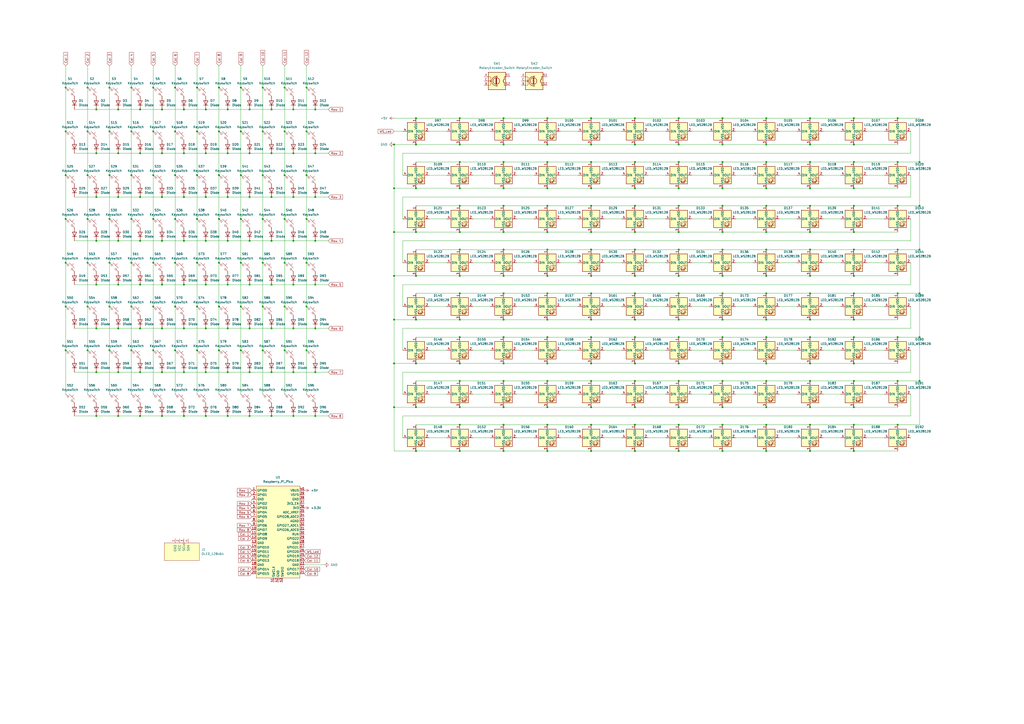
<source format=kicad_sch>
(kicad_sch (version 20231120) (generator "eeschema") (generator_version "8.0")
  (paper "A2")
  (junction (at 177.8 203.2))
  (junction (at 495.3 144.78))
  (junction (at 342.9 109.22))
  (junction (at 127 177.8))
  (junction (at 368.3 210.82))
  (junction (at 81.28 215.9))
  (junction (at 495.3 261.62))
  (junction (at 119.38 190.5))
  (junction (at 63.5 177.8))
  (junction (at 68.58 114.3))
  (junction (at 342.9 210.82))
  (junction (at 55.88 88.9))
  (junction (at 495.3 160.02))
  (junction (at 368.3 119.38))
  (junction (at 317.5 83.82))
  (junction (at 520.7 119.38))
  (junction (at 520.7 93.98))
  (junction (at 177.8 101.6))
  (junction (at 76.2 101.6))
  (junction (at 68.58 88.9))
  (junction (at 495.3 83.82))
  (junction (at 469.9 119.38))
  (junction (at 342.9 261.62))
  (junction (at 266.7 160.02))
  (junction (at 495.3 246.38))
  (junction (at 228.6 236.22))
  (junction (at 139.7 50.8))
  (junction (at 469.9 220.98))
  (junction (at 50.8 177.8))
  (junction (at 157.48 114.3))
  (junction (at 368.3 83.82))
  (junction (at 157.48 165.1))
  (junction (at 393.7 246.38))
  (junction (at 266.7 134.62))
  (junction (at 81.28 114.3))
  (junction (at 469.9 83.82))
  (junction (at 393.7 261.62))
  (junction (at 393.7 160.02))
  (junction (at 520.7 68.58))
  (junction (at 393.7 134.62))
  (junction (at 127 127))
  (junction (at 177.8 152.4))
  (junction (at 419.1 236.22))
  (junction (at 342.9 119.38))
  (junction (at 292.1 83.82))
  (junction (at 495.3 236.22))
  (junction (at 127 152.4))
  (junction (at 241.3 134.62))
  (junction (at 157.48 241.3))
  (junction (at 182.88 215.9))
  (junction (at 368.3 68.58))
  (junction (at 182.88 165.1))
  (junction (at 55.88 190.5))
  (junction (at 63.5 101.6))
  (junction (at 368.3 236.22))
  (junction (at 444.5 170.18))
  (junction (at 342.9 170.18))
  (junction (at 292.1 195.58))
  (junction (at 444.5 83.82))
  (junction (at 144.78 215.9))
  (junction (at 81.28 139.7))
  (junction (at 165.1 127))
  (junction (at 495.3 170.18))
  (junction (at 106.68 165.1))
  (junction (at 444.5 246.38))
  (junction (at 419.1 195.58))
  (junction (at 292.1 185.42))
  (junction (at 393.7 210.82))
  (junction (at 393.7 83.82))
  (junction (at 393.7 185.42))
  (junction (at 393.7 220.98))
  (junction (at 114.3 50.8))
  (junction (at 266.7 220.98))
  (junction (at 444.5 236.22))
  (junction (at 292.1 144.78))
  (junction (at 368.3 144.78))
  (junction (at 114.3 152.4))
  (junction (at 50.8 127))
  (junction (at 266.7 83.82))
  (junction (at 533.4 195.58))
  (junction (at 114.3 177.8))
  (junction (at 152.4 152.4))
  (junction (at 81.28 63.5))
  (junction (at 393.7 68.58))
  (junction (at 419.1 160.02))
  (junction (at 241.3 83.82))
  (junction (at 292.1 68.58))
  (junction (at 292.1 119.38))
  (junction (at 495.3 93.98))
  (junction (at 342.9 134.62))
  (junction (at 393.7 195.58))
  (junction (at 139.7 177.8))
  (junction (at 114.3 203.2))
  (junction (at 93.98 241.3))
  (junction (at 228.6 109.22))
  (junction (at 317.5 210.82))
  (junction (at 55.88 114.3))
  (junction (at 266.7 93.98))
  (junction (at 119.38 88.9))
  (junction (at 119.38 241.3))
  (junction (at 81.28 241.3))
  (junction (at 469.9 246.38))
  (junction (at 139.7 76.2))
  (junction (at 469.9 170.18))
  (junction (at 342.9 185.42))
  (junction (at 101.6 76.2))
  (junction (at 144.78 114.3))
  (junction (at 317.5 246.38))
  (junction (at 241.3 185.42))
  (junction (at 444.5 160.02))
  (junction (at 266.7 210.82))
  (junction (at 88.9 152.4))
  (junction (at 317.5 185.42))
  (junction (at 119.38 63.5))
  (junction (at 50.8 50.8))
  (junction (at 119.38 215.9))
  (junction (at 317.5 220.98))
  (junction (at 170.18 241.3))
  (junction (at 368.3 185.42))
  (junction (at 144.78 139.7))
  (junction (at 182.88 88.9))
  (junction (at 495.3 109.22))
  (junction (at 93.98 165.1))
  (junction (at 38.1 177.8))
  (junction (at 144.78 63.5))
  (junction (at 533.4 144.78))
  (junction (at 50.8 203.2))
  (junction (at 368.3 93.98))
  (junction (at 157.48 190.5))
  (junction (at 469.9 195.58))
  (junction (at 393.7 109.22))
  (junction (at 533.4 220.98))
  (junction (at 101.6 50.8))
  (junction (at 139.7 127))
  (junction (at 317.5 144.78))
  (junction (at 469.9 185.42))
  (junction (at 38.1 127))
  (junction (at 68.58 241.3))
  (junction (at 228.6 210.82))
  (junction (at 266.7 170.18))
  (junction (at 342.9 220.98))
  (junction (at 38.1 101.6))
  (junction (at 469.9 236.22))
  (junction (at 50.8 76.2))
  (junction (at 292.1 210.82))
  (junction (at 469.9 134.62))
  (junction (at 55.88 215.9))
  (junction (at 419.1 261.62))
  (junction (at 81.28 190.5))
  (junction (at 368.3 170.18))
  (junction (at 368.3 134.62))
  (junction (at 63.5 76.2))
  (junction (at 106.68 241.3))
  (junction (at 170.18 88.9))
  (junction (at 114.3 76.2))
  (junction (at 419.1 185.42))
  (junction (at 106.68 139.7))
  (junction (at 106.68 215.9))
  (junction (at 76.2 76.2))
  (junction (at 132.08 114.3))
  (junction (at 317.5 134.62))
  (junction (at 139.7 203.2))
  (junction (at 520.7 170.18))
  (junction (at 342.9 195.58))
  (junction (at 127 101.6))
  (junction (at 495.3 68.58))
  (junction (at 119.38 114.3))
  (junction (at 342.9 144.78))
  (junction (at 368.3 109.22))
  (junction (at 495.3 119.38))
  (junction (at 157.48 88.9))
  (junction (at 152.4 76.2))
  (junction (at 533.4 119.38))
  (junction (at 38.1 152.4))
  (junction (at 165.1 203.2))
  (junction (at 444.5 185.42))
  (junction (at 368.3 220.98))
  (junction (at 495.3 210.82))
  (junction (at 101.6 152.4))
  (junction (at 93.98 88.9))
  (junction (at 88.9 101.6))
  (junction (at 106.68 190.5))
  (junction (at 241.3 210.82))
  (junction (at 368.3 195.58))
  (junction (at 132.08 88.9))
  (junction (at 152.4 203.2))
  (junction (at 266.7 261.62))
  (junction (at 68.58 63.5))
  (junction (at 266.7 185.42))
  (junction (at 342.9 93.98))
  (junction (at 93.98 63.5))
  (junction (at 292.1 261.62))
  (junction (at 368.3 246.38))
  (junction (at 127 203.2))
  (junction (at 342.9 246.38))
  (junction (at 170.18 215.9))
  (junction (at 469.9 93.98))
  (junction (at 317.5 109.22))
  (junction (at 132.08 241.3))
  (junction (at 241.3 68.58))
  (junction (at 152.4 177.8))
  (junction (at 469.9 144.78))
  (junction (at 182.88 190.5))
  (junction (at 317.5 160.02))
  (junction (at 444.5 119.38))
  (junction (at 292.1 134.62))
  (junction (at 177.8 177.8))
  (junction (at 101.6 101.6))
  (junction (at 444.5 68.58))
  (junction (at 444.5 195.58))
  (junction (at 266.7 144.78))
  (junction (at 228.6 185.42))
  (junction (at 292.1 236.22))
  (junction (at 317.5 119.38))
  (junction (at 419.1 68.58))
  (junction (at 317.5 68.58))
  (junction (at 114.3 101.6))
  (junction (at 444.5 261.62))
  (junction (at 266.7 236.22))
  (junction (at 444.5 109.22))
  (junction (at 495.3 220.98))
  (junction (at 444.5 220.98))
  (junction (at 106.68 88.9))
  (junction (at 317.5 93.98))
  (junction (at 50.8 152.4))
  (junction (at 419.1 210.82))
  (junction (at 68.58 165.1))
  (junction (at 266.7 195.58))
  (junction (at 132.08 165.1))
  (junction (at 101.6 177.8))
  (junction (at 292.1 93.98))
  (junction (at 393.7 236.22))
  (junction (at 241.3 109.22))
  (junction (at 68.58 139.7))
  (junction (at 88.9 203.2))
  (junction (at 114.3 127))
  (junction (at 495.3 195.58))
  (junction (at 152.4 50.8))
  (junction (at 76.2 127))
  (junction (at 127 50.8))
  (junction (at 228.6 160.02))
  (junction (at 93.98 114.3))
  (junction (at 63.5 203.2))
  (junction (at 76.2 50.8))
  (junction (at 368.3 160.02))
  (junction (at 63.5 127))
  (junction (at 170.18 114.3))
  (junction (at 170.18 165.1))
  (junction (at 317.5 261.62))
  (junction (at 266.7 109.22))
  (junction (at 139.7 152.4))
  (junction (at 317.5 170.18))
  (junction (at 157.48 139.7))
  (junction (at 444.5 210.82))
  (junction (at 81.28 165.1))
  (junction (at 101.6 127))
  (junction (at 444.5 93.98))
  (junction (at 127 76.2))
  (junction (at 177.8 127))
  (junction (at 55.88 63.5))
  (junction (at 152.4 127))
  (junction (at 165.1 177.8))
  (junction (at 165.1 50.8))
  (junction (at 469.9 210.82))
  (junction (at 119.38 165.1))
  (junction (at 182.88 139.7))
  (junction (at 93.98 190.5))
  (junction (at 144.78 88.9))
  (junction (at 444.5 144.78))
  (junction (at 520.7 246.38))
  (junction (at 419.1 109.22))
  (junction (at 157.48 215.9))
  (junction (at 76.2 152.4))
  (junction (at 228.6 83.82))
  (junction (at 241.3 261.62))
  (junction (at 292.1 220.98))
  (junction (at 393.7 170.18))
  (junction (at 144.78 241.3))
  (junction (at 182.88 241.3))
  (junction (at 55.88 241.3))
  (junction (at 342.9 83.82))
  (junction (at 38.1 203.2))
  (junction (at 495.3 185.42))
  (junction (at 177.8 50.8))
  (junction (at 419.1 246.38))
  (junction (at 342.9 236.22))
  (junction (at 266.7 68.58))
  (junction (at 106.68 114.3))
  (junction (at 469.9 109.22))
  (junction (at 81.28 88.9))
  (junction (at 170.18 190.5))
  (junction (at 144.78 190.5))
  (junction (at 292.1 246.38))
  (junction (at 88.9 177.8))
  (junction (at 132.08 139.7))
  (junction (at 63.5 152.4))
  (junction (at 132.08 63.5))
  (junction (at 93.98 139.7))
  (junction (at 292.1 160.02))
  (junction (at 533.4 93.98))
  (junction (at 241.3 236.22))
  (junction (at 152.4 101.6))
  (junction (at 38.1 50.8))
  (junction (at 292.1 170.18))
  (junction (at 55.88 165.1))
  (junction (at 88.9 76.2))
  (junction (at 93.98 215.9))
  (junction (at 88.9 50.8))
  (junction (at 63.5 50.8))
  (junction (at 266.7 119.38))
  (junction (at 393.7 93.98))
  (junction (at 419.1 83.82))
  (junction (at 165.1 76.2))
  (junction (at 368.3 261.62))
  (junction (at 119.38 139.7))
  (junction (at 393.7 119.38))
  (junction (at 182.88 114.3))
  (junction (at 38.1 76.2))
  (junction (at 419.1 134.62))
  (junction (at 76.2 203.2))
  (junction (at 101.6 203.2))
  (junction (at 533.4 170.18))
  (junction (at 165.1 101.6))
  (junction (at 170.18 139.7))
  (junction (at 177.8 76.2))
  (junction (at 132.08 190.5))
  (junction (at 469.9 261.62))
  (junction (at 157.48 63.5))
  (junction (at 68.58 215.9))
  (junction (at 520.7 144.78))
  (junction (at 342.9 160.02))
  (junction (at 419.1 93.98))
  (junction (at 317.5 195.58))
  (junction (at 68.58 190.5))
  (junction (at 419.1 119.38))
  (junction (at 520.7 195.58))
  (junction (at 165.1 152.4))
  (junction (at 317.5 236.22))
  (junction (at 106.68 63.5))
  (junction (at 132.08 215.9))
  (junction (at 444.5 134.62))
  (junction (at 144.78 165.1))
  (junction (at 182.88 63.5))
  (junction (at 228.6 134.62))
  (junction (at 139.7 101.6))
  (junction (at 292.1 109.22))
  (junction (at 419.1 170.18))
  (junction (at 469.9 160.02))
  (junction (at 520.7 220.98))
  (junction (at 419.1 220.98))
  (junction (at 342.9 68.58))
  (junction (at 241.3 160.02))
  (junction (at 469.9 68.58))
  (junction (at 495.3 134.62))
  (junction (at 170.18 63.5))
  (junction (at 419.1 144.78))
  (junction (at 76.2 177.8))
  (junction (at 393.7 144.78))
  (junction (at 50.8 101.6))
  (junction (at 55.88 139.7))
  (junction (at 266.7 246.38))
  (junction (at 88.9 127))
  (wire (pts (xy 419.1 109.22) (xy 444.5 109.22)))
  (wire (pts (xy 469.9 83.82) (xy 495.3 83.82)))
  (wire (pts (xy 241.3 93.98) (xy 266.7 93.98)))
  (wire (pts (xy 119.38 63.5) (xy 132.08 63.5)))
  (wire (pts (xy 495.3 210.82) (xy 520.7 210.82)))
  (wire (pts (xy 106.68 139.7) (xy 119.38 139.7)))
  (wire (pts (xy 63.5 38.1) (xy 63.5 50.8)))
  (wire (pts (xy 233.68 190.5) (xy 233.68 203.2)))
  (wire (pts (xy 533.4 195.58) (xy 533.4 220.98)))
  (wire (pts (xy 101.6 76.2) (xy 101.6 101.6)))
  (wire (pts (xy 292.1 220.98) (xy 317.5 220.98)))
  (wire (pts (xy 152.4 50.8) (xy 152.4 76.2)))
  (wire (pts (xy 38.1 127) (xy 38.1 152.4)))
  (wire (pts (xy 342.9 170.18) (xy 368.3 170.18)))
  (wire (pts (xy 274.32 101.6) (xy 284.48 101.6)))
  (wire (pts (xy 228.6 83.82) (xy 228.6 109.22)))
  (wire (pts (xy 426.72 254) (xy 436.88 254)))
  (wire (pts (xy 93.98 88.9) (xy 106.68 88.9)))
  (wire (pts (xy 393.7 246.38) (xy 419.1 246.38)))
  (wire (pts (xy 368.3 134.62) (xy 393.7 134.62)))
  (wire (pts (xy 55.88 63.5) (xy 68.58 63.5)))
  (wire (pts (xy 50.8 127) (xy 50.8 152.4)))
  (wire (pts (xy 444.5 119.38) (xy 469.9 119.38)))
  (wire (pts (xy 106.68 63.5) (xy 119.38 63.5)))
  (wire (pts (xy 144.78 190.5) (xy 157.48 190.5)))
  (wire (pts (xy 68.58 215.9) (xy 81.28 215.9)))
  (wire (pts (xy 528.32 114.3) (xy 233.68 114.3)))
  (wire (pts (xy 528.32 241.3) (xy 528.32 228.6)))
  (wire (pts (xy 114.3 38.1) (xy 114.3 50.8)))
  (wire (pts (xy 119.38 88.9) (xy 132.08 88.9)))
  (wire (pts (xy 81.28 241.3) (xy 93.98 241.3)))
  (wire (pts (xy 350.52 203.2) (xy 360.68 203.2)))
  (wire (pts (xy 426.72 152.4) (xy 436.88 152.4)))
  (wire (pts (xy 119.38 114.3) (xy 132.08 114.3)))
  (wire (pts (xy 520.7 144.78) (xy 533.4 144.78)))
  (wire (pts (xy 393.7 195.58) (xy 419.1 195.58)))
  (wire (pts (xy 152.4 127) (xy 152.4 152.4)))
  (wire (pts (xy 93.98 63.5) (xy 106.68 63.5)))
  (wire (pts (xy 375.92 203.2) (xy 386.08 203.2)))
  (wire (pts (xy 419.1 93.98) (xy 444.5 93.98)))
  (wire (pts (xy 375.92 127) (xy 386.08 127)))
  (wire (pts (xy 119.38 190.5) (xy 132.08 190.5)))
  (wire (pts (xy 76.2 177.8) (xy 76.2 203.2)))
  (wire (pts (xy 170.18 139.7) (xy 182.88 139.7)))
  (wire (pts (xy 88.9 203.2) (xy 88.9 228.6)))
  (wire (pts (xy 144.78 165.1) (xy 157.48 165.1)))
  (wire (pts (xy 419.1 220.98) (xy 444.5 220.98)))
  (wire (pts (xy 241.3 236.22) (xy 228.6 236.22)))
  (wire (pts (xy 55.88 165.1) (xy 68.58 165.1)))
  (wire (pts (xy 419.1 68.58) (xy 444.5 68.58)))
  (wire (pts (xy 114.3 50.8) (xy 114.3 76.2)))
  (wire (pts (xy 292.1 83.82) (xy 317.5 83.82)))
  (wire (pts (xy 266.7 236.22) (xy 292.1 236.22)))
  (wire (pts (xy 452.12 228.6) (xy 462.28 228.6)))
  (wire (pts (xy 63.5 177.8) (xy 63.5 203.2)))
  (wire (pts (xy 495.3 134.62) (xy 520.7 134.62)))
  (wire (pts (xy 63.5 50.8) (xy 63.5 76.2)))
  (wire (pts (xy 106.68 215.9) (xy 119.38 215.9)))
  (wire (pts (xy 317.5 185.42) (xy 342.9 185.42)))
  (wire (pts (xy 469.9 93.98) (xy 495.3 93.98)))
  (wire (pts (xy 170.18 165.1) (xy 182.88 165.1)))
  (wire (pts (xy 38.1 101.6) (xy 38.1 127)))
  (wire (pts (xy 342.9 185.42) (xy 368.3 185.42)))
  (wire (pts (xy 444.5 195.58) (xy 469.9 195.58)))
  (wire (pts (xy 241.3 261.62) (xy 266.7 261.62)))
  (wire (pts (xy 419.1 246.38) (xy 444.5 246.38)))
  (wire (pts (xy 299.72 101.6) (xy 309.88 101.6)))
  (wire (pts (xy 469.9 134.62) (xy 495.3 134.62)))
  (wire (pts (xy 325.12 127) (xy 335.28 127)))
  (wire (pts (xy 139.7 50.8) (xy 139.7 76.2)))
  (wire (pts (xy 248.92 254) (xy 259.08 254)))
  (wire (pts (xy 76.2 127) (xy 76.2 152.4)))
  (wire (pts (xy 119.38 165.1) (xy 132.08 165.1)))
  (wire (pts (xy 248.92 203.2) (xy 259.08 203.2)))
  (wire (pts (xy 426.72 177.8) (xy 436.88 177.8)))
  (wire (pts (xy 444.5 83.82) (xy 469.9 83.82)))
  (wire (pts (xy 393.7 109.22) (xy 419.1 109.22)))
  (wire (pts (xy 93.98 215.9) (xy 106.68 215.9)))
  (wire (pts (xy 444.5 236.22) (xy 469.9 236.22)))
  (wire (pts (xy 533.4 93.98) (xy 533.4 119.38)))
  (wire (pts (xy 342.9 93.98) (xy 368.3 93.98)))
  (wire (pts (xy 342.9 160.02) (xy 368.3 160.02)))
  (wire (pts (xy 106.68 88.9) (xy 119.38 88.9)))
  (wire (pts (xy 132.08 165.1) (xy 144.78 165.1)))
  (wire (pts (xy 119.38 215.9) (xy 132.08 215.9)))
  (wire (pts (xy 241.3 170.18) (xy 266.7 170.18)))
  (wire (pts (xy 401.32 203.2) (xy 411.48 203.2)))
  (wire (pts (xy 502.92 177.8) (xy 513.08 177.8)))
  (wire (pts (xy 266.7 195.58) (xy 292.1 195.58)))
  (wire (pts (xy 228.6 68.58) (xy 241.3 68.58)))
  (wire (pts (xy 495.3 220.98) (xy 520.7 220.98)))
  (wire (pts (xy 170.18 190.5) (xy 182.88 190.5)))
  (wire (pts (xy 533.4 68.58) (xy 533.4 93.98)))
  (wire (pts (xy 317.5 83.82) (xy 342.9 83.82)))
  (wire (pts (xy 317.5 195.58) (xy 342.9 195.58)))
  (wire (pts (xy 401.32 177.8) (xy 411.48 177.8)))
  (wire (pts (xy 292.1 170.18) (xy 317.5 170.18)))
  (wire (pts (xy 495.3 144.78) (xy 520.7 144.78)))
  (wire (pts (xy 68.58 190.5) (xy 81.28 190.5)))
  (wire (pts (xy 81.28 215.9) (xy 93.98 215.9)))
  (wire (pts (xy 342.9 134.62) (xy 368.3 134.62)))
  (wire (pts (xy 444.5 185.42) (xy 469.9 185.42)))
  (wire (pts (xy 241.3 236.22) (xy 266.7 236.22)))
  (wire (pts (xy 520.7 195.58) (xy 533.4 195.58)))
  (wire (pts (xy 317.5 246.38) (xy 342.9 246.38)))
  (wire (pts (xy 157.48 63.5) (xy 170.18 63.5)))
  (wire (pts (xy 228.6 109.22) (xy 228.6 134.62)))
  (wire (pts (xy 342.9 119.38) (xy 368.3 119.38)))
  (wire (pts (xy 426.72 127) (xy 436.88 127)))
  (wire (pts (xy 165.1 38.1) (xy 165.1 50.8)))
  (wire (pts (xy 233.68 254) (xy 233.68 241.3)))
  (wire (pts (xy 266.7 185.42) (xy 292.1 185.42)))
  (wire (pts (xy 274.32 152.4) (xy 284.48 152.4)))
  (wire (pts (xy 88.9 127) (xy 88.9 152.4)))
  (wire (pts (xy 248.92 177.8) (xy 259.08 177.8)))
  (wire (pts (xy 43.18 190.5) (xy 55.88 190.5)))
  (wire (pts (xy 170.18 63.5) (xy 182.88 63.5)))
  (wire (pts (xy 152.4 152.4) (xy 152.4 177.8)))
  (wire (pts (xy 50.8 38.1) (xy 50.8 50.8)))
  (wire (pts (xy 76.2 76.2) (xy 76.2 101.6)))
  (wire (pts (xy 177.8 50.8) (xy 177.8 76.2)))
  (wire (pts (xy 528.32 152.4) (xy 528.32 165.1)))
  (wire (pts (xy 248.92 127) (xy 259.08 127)))
  (wire (pts (xy 152.4 177.8) (xy 152.4 203.2)))
  (wire (pts (xy 127 127) (xy 127 152.4)))
  (wire (pts (xy 43.18 63.5) (xy 55.88 63.5)))
  (wire (pts (xy 81.28 165.1) (xy 93.98 165.1)))
  (wire (pts (xy 502.92 127) (xy 513.08 127)))
  (wire (pts (xy 248.92 228.6) (xy 259.08 228.6)))
  (wire (pts (xy 88.9 152.4) (xy 88.9 177.8)))
  (wire (pts (xy 528.32 190.5) (xy 233.68 190.5)))
  (wire (pts (xy 93.98 165.1) (xy 106.68 165.1)))
  (wire (pts (xy 81.28 139.7) (xy 93.98 139.7)))
  (wire (pts (xy 393.7 68.58) (xy 419.1 68.58)))
  (wire (pts (xy 144.78 139.7) (xy 157.48 139.7)))
  (wire (pts (xy 132.08 215.9) (xy 144.78 215.9)))
  (wire (pts (xy 350.52 152.4) (xy 360.68 152.4)))
  (wire (pts (xy 368.3 160.02) (xy 393.7 160.02)))
  (wire (pts (xy 144.78 88.9) (xy 157.48 88.9)))
  (wire (pts (xy 350.52 127) (xy 360.68 127)))
  (wire (pts (xy 368.3 119.38) (xy 393.7 119.38)))
  (wire (pts (xy 228.6 210.82) (xy 228.6 236.22)))
  (wire (pts (xy 299.72 152.4) (xy 309.88 152.4)))
  (wire (pts (xy 50.8 177.8) (xy 50.8 203.2)))
  (wire (pts (xy 55.88 241.3) (xy 68.58 241.3)))
  (wire (pts (xy 274.32 177.8) (xy 284.48 177.8)))
  (wire (pts (xy 241.3 119.38) (xy 266.7 119.38)))
  (wire (pts (xy 368.3 246.38) (xy 393.7 246.38)))
  (wire (pts (xy 477.52 254) (xy 487.68 254)))
  (wire (pts (xy 317.5 210.82) (xy 342.9 210.82)))
  (wire (pts (xy 350.52 101.6) (xy 360.68 101.6)))
  (wire (pts (xy 152.4 203.2) (xy 152.4 228.6)))
  (wire (pts (xy 241.3 195.58) (xy 266.7 195.58)))
  (wire (pts (xy 127 76.2) (xy 127 101.6)))
  (wire (pts (xy 233.68 165.1) (xy 233.68 177.8)))
  (wire (pts (xy 132.08 88.9) (xy 144.78 88.9)))
  (wire (pts (xy 144.78 63.5) (xy 157.48 63.5)))
  (wire (pts (xy 469.9 220.98) (xy 495.3 220.98)))
  (wire (pts (xy 342.9 68.58) (xy 368.3 68.58)))
  (wire (pts (xy 350.52 228.6) (xy 360.68 228.6)))
  (wire (pts (xy 292.1 119.38) (xy 317.5 119.38)))
  (wire (pts (xy 317.5 170.18) (xy 342.9 170.18)))
  (wire (pts (xy 495.3 170.18) (xy 520.7 170.18)))
  (wire (pts (xy 317.5 261.62) (xy 342.9 261.62)))
  (wire (pts (xy 182.88 190.5) (xy 190.5 190.5)))
  (wire (pts (xy 132.08 139.7) (xy 144.78 139.7)))
  (wire (pts (xy 139.7 38.1) (xy 139.7 50.8)))
  (wire (pts (xy 502.92 101.6) (xy 513.08 101.6)))
  (wire (pts (xy 177.8 38.1) (xy 177.8 50.8)))
  (wire (pts (xy 444.5 144.78) (xy 469.9 144.78)))
  (wire (pts (xy 88.9 101.6) (xy 88.9 127)))
  (wire (pts (xy 139.7 203.2) (xy 139.7 228.6)))
  (wire (pts (xy 292.1 160.02) (xy 317.5 160.02)))
  (wire (pts (xy 101.6 38.1) (xy 101.6 50.8)))
  (wire (pts (xy 528.32 76.2) (xy 528.32 88.9)))
  (wire (pts (xy 444.5 134.62) (xy 469.9 134.62)))
  (wire (pts (xy 146.05 292.1) (xy 146.05 289.56)))
  (wire (pts (xy 228.6 76.2) (xy 233.68 76.2)))
  (wire (pts (xy 63.5 203.2) (xy 63.5 228.6)))
  (wire (pts (xy 101.6 101.6) (xy 101.6 127)))
  (wire (pts (xy 533.4 220.98) (xy 533.4 246.38)))
  (wire (pts (xy 317.5 220.98) (xy 342.9 220.98)))
  (wire (pts (xy 325.12 254) (xy 335.28 254)))
  (wire (pts (xy 528.32 101.6) (xy 528.32 114.3)))
  (wire (pts (xy 266.7 144.78) (xy 292.1 144.78)))
  (wire (pts (xy 38.1 76.2) (xy 38.1 101.6)))
  (wire (pts (xy 368.3 83.82) (xy 393.7 83.82)))
  (wire (pts (xy 266.7 160.02) (xy 292.1 160.02)))
  (wire (pts (xy 228.6 109.22) (xy 241.3 109.22)))
  (wire (pts (xy 342.9 261.62) (xy 368.3 261.62)))
  (wire (pts (xy 248.92 101.6) (xy 259.08 101.6)))
  (wire (pts (xy 477.52 228.6) (xy 487.68 228.6)))
  (wire (pts (xy 317.5 236.22) (xy 342.9 236.22)))
  (wire (pts (xy 233.68 152.4) (xy 233.68 139.7)))
  (wire (pts (xy 177.8 203.2) (xy 177.8 228.6)))
  (wire (pts (xy 317.5 144.78) (xy 342.9 144.78)))
  (wire (pts (xy 177.8 76.2) (xy 177.8 101.6)))
  (wire (pts (xy 43.18 241.3) (xy 55.88 241.3)))
  (wire (pts (xy 101.6 203.2) (xy 101.6 228.6)))
  (wire (pts (xy 528.32 139.7) (xy 528.32 127)))
  (wire (pts (xy 274.32 127) (xy 284.48 127)))
  (wire (pts (xy 93.98 241.3) (xy 106.68 241.3)))
  (wire (pts (xy 469.9 109.22) (xy 495.3 109.22)))
  (wire (pts (xy 419.1 185.42) (xy 444.5 185.42)))
  (wire (pts (xy 528.32 203.2) (xy 528.32 215.9)))
  (wire (pts (xy 132.08 114.3) (xy 144.78 114.3)))
  (wire (pts (xy 101.6 152.4) (xy 101.6 177.8)))
  (wire (pts (xy 63.5 152.4) (xy 63.5 177.8)))
  (wire (pts (xy 495.3 246.38) (xy 520.7 246.38)))
  (wire (pts (xy 342.9 246.38) (xy 368.3 246.38)))
  (wire (pts (xy 401.32 152.4) (xy 411.48 152.4)))
  (wire (pts (xy 299.72 127) (xy 309.88 127)))
  (wire (pts (xy 368.3 261.62) (xy 393.7 261.62)))
  (wire (pts (xy 241.3 160.02) (xy 266.7 160.02)))
  (wire (pts (xy 76.2 203.2) (xy 76.2 228.6)))
  (wire (pts (xy 469.9 68.58) (xy 495.3 68.58)))
  (wire (pts (xy 444.5 220.98) (xy 469.9 220.98)))
  (wire (pts (xy 68.58 114.3) (xy 81.28 114.3)))
  (wire (pts (xy 177.8 177.8) (xy 177.8 203.2)))
  (wire (pts (xy 444.5 261.62) (xy 469.9 261.62)))
  (wire (pts (xy 419.1 160.02) (xy 444.5 160.02)))
  (wire (pts (xy 241.3 134.62) (xy 266.7 134.62)))
  (wire (pts (xy 63.5 127) (xy 63.5 152.4)))
  (wire (pts (xy 241.3 210.82) (xy 266.7 210.82)))
  (wire (pts (xy 469.9 195.58) (xy 495.3 195.58)))
  (wire (pts (xy 375.92 177.8) (xy 386.08 177.8)))
  (wire (pts (xy 266.7 246.38) (xy 292.1 246.38)))
  (wire (pts (xy 182.88 165.1) (xy 190.5 165.1)))
  (wire (pts (xy 292.1 210.82) (xy 317.5 210.82)))
  (wire (pts (xy 350.52 76.2) (xy 360.68 76.2)))
  (wire (pts (xy 106.68 241.3) (xy 119.38 241.3)))
  (wire (pts (xy 241.3 83.82) (xy 266.7 83.82)))
  (wire (pts (xy 50.8 50.8) (xy 50.8 76.2)))
  (wire (pts (xy 144.78 215.9) (xy 157.48 215.9)))
  (wire (pts (xy 495.3 185.42) (xy 520.7 185.42)))
  (wire (pts (xy 393.7 83.82) (xy 419.1 83.82)))
  (wire (pts (xy 292.1 93.98) (xy 317.5 93.98)))
  (wire (pts (xy 502.92 203.2) (xy 513.08 203.2)))
  (wire (pts (xy 393.7 210.82) (xy 419.1 210.82)))
  (wire (pts (xy 393.7 236.22) (xy 419.1 236.22)))
  (wire (pts (xy 469.9 144.78) (xy 495.3 144.78)))
  (wire (pts (xy 469.9 246.38) (xy 495.3 246.38)))
  (wire (pts (xy 55.88 215.9) (xy 68.58 215.9)))
  (wire (pts (xy 50.8 152.4) (xy 50.8 177.8)))
  (wire (pts (xy 299.72 228.6) (xy 309.88 228.6)))
  (wire (pts (xy 477.52 203.2) (xy 487.68 203.2)))
  (wire (pts (xy 68.58 165.1) (xy 81.28 165.1)))
  (wire (pts (xy 325.12 177.8) (xy 335.28 177.8)))
  (wire (pts (xy 93.98 139.7) (xy 106.68 139.7)))
  (wire (pts (xy 38.1 152.4) (xy 38.1 177.8)))
  (wire (pts (xy 76.2 38.1) (xy 76.2 50.8)))
  (wire (pts (xy 520.7 93.98) (xy 533.4 93.98)))
  (wire (pts (xy 177.8 152.4) (xy 177.8 177.8)))
  (wire (pts (xy 233.68 88.9) (xy 233.68 101.6)))
  (wire (pts (xy 76.2 101.6) (xy 76.2 127)))
  (wire (pts (xy 469.9 261.62) (xy 495.3 261.62)))
  (wire (pts (xy 114.3 152.4) (xy 114.3 177.8)))
  (wire (pts (xy 228.6 160.02) (xy 241.3 160.02)))
  (wire (pts (xy 182.88 63.5) (xy 190.5 63.5)))
  (wire (pts (xy 248.92 152.4) (xy 259.08 152.4)))
  (wire (pts (xy 93.98 114.3) (xy 106.68 114.3)))
  (wire (pts (xy 495.3 160.02) (xy 520.7 160.02)))
  (wire (pts (xy 266.7 210.82) (xy 292.1 210.82)))
  (wire (pts (xy 241.3 83.82) (xy 228.6 83.82)))
  (wire (pts (xy 274.32 203.2) (xy 284.48 203.2)))
  (wire (pts (xy 88.9 177.8) (xy 88.9 203.2)))
  (wire (pts (xy 469.9 185.42) (xy 495.3 185.42)))
  (wire (pts (xy 266.7 134.62) (xy 292.1 134.62)))
  (wire (pts (xy 266.7 220.98) (xy 292.1 220.98)))
  (wire (pts (xy 495.3 93.98) (xy 520.7 93.98)))
  (wire (pts (xy 419.1 236.22) (xy 444.5 236.22)))
  (wire (pts (xy 520.7 246.38) (xy 533.4 246.38)))
  (wire (pts (xy 528.32 177.8) (xy 528.32 190.5)))
  (wire (pts (xy 81.28 88.9) (xy 93.98 88.9)))
  (wire (pts (xy 127 203.2) (xy 127 228.6)))
  (wire (pts (xy 393.7 185.42) (xy 419.1 185.42)))
  (wire (pts (xy 88.9 76.2) (xy 88.9 101.6)))
  (wire (pts (xy 114.3 76.2) (xy 114.3 101.6)))
  (wire (pts (xy 139.7 127) (xy 139.7 152.4)))
  (wire (pts (xy 342.9 236.22) (xy 368.3 236.22)))
  (wire (pts (xy 241.3 210.82) (xy 228.6 210.82)))
  (wire (pts (xy 393.7 220.98) (xy 419.1 220.98)))
  (wire (pts (xy 533.4 119.38) (xy 533.4 144.78)))
  (wire (pts (xy 375.92 76.2) (xy 386.08 76.2)))
  (wire (pts (xy 88.9 38.1) (xy 88.9 50.8)))
  (wire (pts (xy 528.32 88.9) (xy 233.68 88.9)))
  (wire (pts (xy 528.32 215.9) (xy 233.68 215.9)))
  (wire (pts (xy 139.7 152.4) (xy 139.7 177.8)))
  (wire (pts (xy 368.3 93.98) (xy 393.7 93.98)))
  (wire (pts (xy 495.3 119.38) (xy 520.7 119.38)))
  (wire (pts (xy 520.7 119.38) (xy 533.4 119.38)))
  (wire (pts (xy 144.78 114.3) (xy 157.48 114.3)))
  (wire (pts (xy 68.58 88.9) (xy 81.28 88.9)))
  (wire (pts (xy 477.52 127) (xy 487.68 127)))
  (wire (pts (xy 38.1 177.8) (xy 38.1 203.2)))
  (wire (pts (xy 157.48 190.5) (xy 170.18 190.5)))
  (wire (pts (xy 393.7 119.38) (xy 419.1 119.38)))
  (wire (pts (xy 342.9 83.82) (xy 368.3 83.82)))
  (wire (pts (xy 292.1 134.62) (xy 317.5 134.62)))
  (wire (pts (xy 469.9 210.82) (xy 495.3 210.82)))
  (wire (pts (xy 292.1 185.42) (xy 317.5 185.42)))
  (wire (pts (xy 127 38.1) (xy 127 50.8)))
  (wire (pts (xy 452.12 101.6) (xy 462.28 101.6)))
  (wire (pts (xy 419.1 119.38) (xy 444.5 119.38)))
  (wire (pts (xy 152.4 101.6) (xy 152.4 127)))
  (wire (pts (xy 317.5 68.58) (xy 342.9 68.58)))
  (wire (pts (xy 157.48 139.7) (xy 170.18 139.7)))
  (wire (pts (xy 477.52 152.4) (xy 487.68 152.4)))
  (wire (pts (xy 228.6 134.62) (xy 241.3 134.62)))
  (wire (pts (xy 165.1 152.4) (xy 165.1 177.8)))
  (wire (pts (xy 228.6 185.42) (xy 228.6 210.82)))
  (wire (pts (xy 419.1 144.78) (xy 444.5 144.78)))
  (wire (pts (xy 502.92 228.6) (xy 513.08 228.6)))
  (wire (pts (xy 393.7 261.62) (xy 419.1 261.62)))
  (wire (pts (xy 165.1 127) (xy 165.1 152.4)))
  (wire (pts (xy 299.72 203.2) (xy 309.88 203.2)))
  (wire (pts (xy 444.5 160.02) (xy 469.9 160.02)))
  (wire (pts (xy 502.92 254) (xy 513.08 254)))
  (wire (pts (xy 528.32 165.1) (xy 233.68 165.1)))
  (wire (pts (xy 43.18 114.3) (xy 55.88 114.3)))
  (wire (pts (xy 393.7 134.62) (xy 419.1 134.62)))
  (wire (pts (xy 132.08 63.5) (xy 144.78 63.5)))
  (wire (pts (xy 401.32 101.6) (xy 411.48 101.6)))
  (wire (pts (xy 266.7 119.38) (xy 292.1 119.38)))
  (wire (pts (xy 241.3 220.98) (xy 266.7 220.98)))
  (wire (pts (xy 393.7 93.98) (xy 419.1 93.98)))
  (wire (pts (xy 248.92 76.2) (xy 259.08 76.2)))
  (wire (pts (xy 165.1 101.6) (xy 165.1 127)))
  (wire (pts (xy 127 152.4) (xy 127 177.8)))
  (wire (pts (xy 342.9 210.82) (xy 368.3 210.82)))
  (wire (pts (xy 342.9 195.58) (xy 368.3 195.58)))
  (wire (pts (xy 119.38 139.7) (xy 132.08 139.7)))
  (wire (pts (xy 292.1 144.78) (xy 317.5 144.78)))
  (wire (pts (xy 292.1 236.22) (xy 317.5 236.22)))
  (wire (pts (xy 157.48 88.9) (xy 170.18 88.9)))
  (wire (pts (xy 469.9 119.38) (xy 495.3 119.38)))
  (wire (pts (xy 444.5 109.22) (xy 469.9 109.22)))
  (wire (pts (xy 401.32 254) (xy 411.48 254)))
  (wire (pts (xy 325.12 101.6) (xy 335.28 101.6)))
  (wire (pts (xy 177.8 101.6) (xy 177.8 127)))
  (wire (pts (xy 495.3 236.22) (xy 520.7 236.22)))
  (wire (pts (xy 419.1 83.82) (xy 444.5 83.82)))
  (wire (pts (xy 266.7 83.82) (xy 292.1 83.82)))
  (wire (pts (xy 68.58 241.3) (xy 81.28 241.3)))
  (wire (pts (xy 444.5 210.82) (xy 469.9 210.82)))
  (wire (pts (xy 132.08 241.3) (xy 144.78 241.3)))
  (wire (pts (xy 452.12 203.2) (xy 462.28 203.2)))
  (wire (pts (xy 401.32 228.6) (xy 411.48 228.6)))
  (wire (pts (xy 444.5 246.38) (xy 469.9 246.38)))
  (wire (pts (xy 170.18 88.9) (xy 182.88 88.9)))
  (wire (pts (xy 495.3 83.82) (xy 520.7 83.82)))
  (wire (pts (xy 292.1 246.38) (xy 317.5 246.38)))
  (wire (pts (xy 342.9 109.22) (xy 368.3 109.22)))
  (wire (pts (xy 88.9 50.8) (xy 88.9 76.2)))
  (wire (pts (xy 152.4 38.1) (xy 152.4 50.8)))
  (wire (pts (xy 317.5 119.38) (xy 342.9 119.38)))
  (wire (pts (xy 157.48 165.1) (xy 170.18 165.1)))
  (wire (pts (xy 342.9 220.98) (xy 368.3 220.98)))
  (wire (pts (xy 50.8 101.6) (xy 50.8 127)))
  (wire (pts (xy 502.92 152.4) (xy 513.08 152.4)))
  (wire (pts (xy 152.4 76.2) (xy 152.4 101.6)))
  (wire (pts (xy 182.88 215.9) (xy 190.5 215.9)))
  (wire (pts (xy 299.72 76.2) (xy 309.88 76.2)))
  (wire (pts (xy 325.12 228.6) (xy 335.28 228.6)))
  (wire (pts (xy 368.3 144.78) (xy 393.7 144.78)))
  (wire (pts (xy 81.28 114.3) (xy 93.98 114.3)))
  (wire (pts (xy 266.7 68.58) (xy 292.1 68.58)))
  (wire (pts (xy 233.68 114.3) (xy 233.68 127)))
  (wire (pts (xy 106.68 190.5) (xy 119.38 190.5)))
  (wire (pts (xy 233.68 139.7) (xy 528.32 139.7)))
  (wire (pts (xy 368.3 170.18) (xy 393.7 170.18)))
  (wire (pts (xy 375.92 254) (xy 386.08 254)))
  (wire (pts (xy 368.3 68.58) (xy 393.7 68.58)))
  (wire (pts (xy 520.7 220.98) (xy 533.4 220.98)))
  (wire (pts (xy 375.92 152.4) (xy 386.08 152.4)))
  (wire (pts (xy 114.3 203.2) (xy 114.3 228.6)))
  (wire (pts (xy 495.3 68.58) (xy 520.7 68.58)))
  (wire (pts (xy 274.32 228.6) (xy 284.48 228.6)))
  (wire (pts (xy 50.8 203.2) (xy 50.8 228.6)))
  (wire (pts (xy 266.7 170.18) (xy 292.1 170.18)))
  (wire (pts (xy 182.88 88.9) (xy 190.5 88.9)))
  (wire (pts (xy 266.7 109.22) (xy 292.1 109.22)))
  (wire (pts (xy 469.9 236.22) (xy 495.3 236.22)))
  (wire (pts (xy 228.6 236.22) (xy 228.6 261.62)))
  (wire (pts (xy 317.5 109.22) (xy 342.9 109.22)))
  (wire (pts (xy 495.3 195.58) (xy 520.7 195.58)))
  (wire (pts (xy 419.1 195.58) (xy 444.5 195.58)))
  (wire (pts (xy 325.12 152.4) (xy 335.28 152.4)))
  (wire (pts (xy 170.18 215.9) (xy 182.88 215.9)))
  (wire (pts (xy 419.1 210.82) (xy 444.5 210.82)))
  (wire (pts (xy 101.6 50.8) (xy 101.6 76.2)))
  (wire (pts (xy 393.7 170.18) (xy 419.1 170.18)))
  (wire (pts (xy 182.88 114.3) (xy 190.5 114.3)))
  (wire (pts (xy 139.7 101.6) (xy 139.7 127)))
  (wire (pts (xy 477.52 177.8) (xy 487.68 177.8)))
  (wire (pts (xy 444.5 68.58) (xy 469.9 68.58)))
  (wire (pts (xy 93.98 190.5) (xy 106.68 190.5)))
  (wire (pts (xy 63.5 101.6) (xy 63.5 127)))
  (wire (pts (xy 43.18 165.1) (xy 55.88 165.1)))
  (wire (pts (xy 241.3 109.22) (xy 266.7 109.22)))
  (wire (pts (xy 157.48 215.9) (xy 170.18 215.9)))
  (wire (pts (xy 495.3 109.22) (xy 520.7 109.22)))
  (wire (pts (xy 452.12 152.4) (xy 462.28 152.4)))
  (wire (pts (xy 419.1 134.62) (xy 444.5 134.62)))
  (wire (pts (xy 76.2 50.8) (xy 76.2 76.2)))
  (wire (pts (xy 127 177.8) (xy 127 203.2)))
  (wire (pts (xy 520.7 170.18) (xy 533.4 170.18)))
  (wire (pts (xy 469.9 160.02) (xy 495.3 160.02)))
  (wire (pts (xy 393.7 144.78) (xy 419.1 144.78)))
  (wire (pts (xy 187.96 327.66) (xy 176.53 327.66)))
  (wire (pts (xy 76.2 152.4) (xy 76.2 177.8)))
  (wire (pts (xy 368.3 210.82) (xy 393.7 210.82)))
  (wire (pts (xy 165.1 177.8) (xy 165.1 203.2)))
  (wire (pts (xy 38.1 38.1) (xy 38.1 50.8)))
  (wire (pts (xy 241.3 185.42) (xy 228.6 185.42)))
  (wire (pts (xy 444.5 93.98) (xy 469.9 93.98)))
  (wire (pts (xy 266.7 93.98) (xy 292.1 93.98)))
  (wire (pts (xy 43.18 139.7) (xy 55.88 139.7)))
  (wire (pts (xy 444.5 170.18) (xy 469.9 170.18)))
  (wire (pts (xy 233.68 241.3) (xy 528.32 241.3)))
  (wire (pts (xy 165.1 76.2) (xy 165.1 101.6)))
  (wire (pts (xy 233.68 215.9) (xy 233.68 228.6)))
  (wire (pts (xy 401.32 127) (xy 411.48 127)))
  (wire (pts (xy 241.3 246.38) (xy 266.7 246.38)))
  (wire (pts (xy 182.88 139.7) (xy 190.5 139.7)))
  (wire (pts (xy 68.58 139.7) (xy 81.28 139.7)))
  (wire (pts (xy 477.52 101.6) (xy 487.68 101.6)))
  (wire (pts (xy 228.6 134.62) (xy 228.6 160.02)))
  (wire (pts (xy 139.7 177.8) (xy 139.7 203.2)))
  (wire (pts (xy 401.32 76.2) (xy 411.48 76.2)))
  (wire (pts (xy 533.4 144.78) (xy 533.4 170.18)))
  (wire (pts (xy 274.32 254) (xy 284.48 254)))
  (wire (pts (xy 266.7 261.62) (xy 292.1 261.62)))
  (wire (pts (xy 368.3 220.98) (xy 393.7 220.98)))
  (wire (pts (xy 426.72 203.2) (xy 436.88 203.2)))
  (wire (pts (xy 469.9 170.18) (xy 495.3 170.18)))
  (wire (pts (xy 127 50.8) (xy 127 76.2)))
  (wire (pts (xy 368.3 185.42) (xy 393.7 185.42)))
  (wire (pts (xy 495.3 261.62) (xy 520.7 261.62)))
  (wire (pts (xy 55.88 114.3) (xy 68.58 114.3)))
  (wire (pts (xy 477.52 76.2) (xy 487.68 76.2)))
  (wire (pts (xy 520.7 68.58) (xy 533.4 68.58)))
  (wire (pts (xy 114.3 101.6) (xy 114.3 127)))
  (wire (pts (xy 182.88 241.3) (xy 190.5 241.3)))
  (wire (pts (xy 368.3 236.22) (xy 393.7 236.22)))
  (wire (pts (xy 317.5 160.02) (xy 342.9 160.02)))
  (wire (pts (xy 106.68 165.1) (xy 119.38 165.1)))
  (wire (pts (xy 426.72 76.2) (xy 436.88 76.2)))
  (wire (pts (xy 43.18 88.9) (xy 55.88 88.9)))
  (wire (pts (xy 101.6 127) (xy 101.6 152.4)))
  (wire (pts (xy 241.3 144.78) (xy 266.7 144.78)))
  (wire (pts (xy 81.28 190.5) (xy 93.98 190.5)))
  (wire (pts (xy 114.3 127) (xy 114.3 152.4)))
  (wire (pts (xy 292.1 109.22) (xy 317.5 109.22)))
  (wire (pts (xy 452.12 177.8) (xy 462.28 177.8)))
  (wire (pts (xy 292.1 195.58) (xy 317.5 195.58)))
  (wire (pts (xy 350.52 177.8) (xy 360.68 177.8)))
  (wire (pts (xy 157.48 114.3) (xy 170.18 114.3)))
  (wire (pts (xy 342.9 144.78) (xy 368.3 144.78)))
  (wire (pts (xy 350.52 254) (xy 360.68 254)))
  (wire (pts (xy 38.1 203.2) (xy 38.1 228.6)))
  (wire (pts (xy 55.88 88.9) (xy 68.58 88.9)))
  (wire (pts (xy 55.88 190.5) (xy 68.58 190.5)))
  (wire (pts (xy 419.1 170.18) (xy 444.5 170.18)))
  (wire (pts (xy 165.1 50.8) (xy 165.1 76.2)))
  (wire (pts (xy 452.12 127) (xy 462.28 127)))
  (wire (pts (xy 325.12 203.2) (xy 335.28 203.2)))
  (wire (pts (xy 165.1 203.2) (xy 165.1 228.6)))
  (wire (pts (xy 375.92 228.6) (xy 386.08 228.6)))
  (wire (pts (xy 177.8 127) (xy 177.8 152.4)))
  (wire (pts (xy 68.58 63.5) (xy 81.28 63.5)))
  (wire (pts (xy 170.18 241.3) (xy 182.88 241.3)))
  (wire (pts (xy 228.6 185.42) (xy 228.6 160.02)))
  (wire (pts (xy 144.78 241.3) (xy 157.48 241.3)))
  (wire (pts (xy 325.12 76.2) (xy 335.28 76.2)))
  (wire (pts (xy 292.1 68.58) (xy 317.5 68.58)))
  (wire (pts (xy 426.72 228.6) (xy 436.88 228.6)))
  (wire (pts (xy 299.72 177.8) (xy 309.88 177.8)))
  (wire (pts (xy 375.92 101.6) (xy 386.08 101.6)))
  (wire (pts (xy 241.3 68.58) (xy 266.7 68.58)))
  (wire (pts (xy 139.7 76.2) (xy 139.7 101.6)))
  (wire (pts (xy 533.4 170.18) (xy 533.4 195.58)))
  (wire (pts (xy 317.5 93.98) (xy 342.9 93.98)))
  (wire (pts (xy 157.48 241.3) (xy 170.18 241.3)))
  (wire (pts (xy 63.5 76.2) (xy 63.5 101.6)))
  (wire (pts (xy 132.08 190.5) (xy 144.78 190.5)))
  (wire (pts (xy 81.28 63.5) (xy 93.98 63.5)))
  (wire (pts (xy 502.92 76.2) (xy 513.08 76.2)))
  (wire (pts (xy 55.88 139.7) (xy 68.58 139.7)))
  (wire (pts (xy 50.8 76.2) (xy 50.8 101.6)))
  (wire (pts (xy 452.12 254) (xy 462.28 254)))
  (wire (pts (xy 170.18 114.3) (xy 182.88 114.3)))
  (wire (pts (xy 317.5 134.62) (xy 342.9 134.62)))
  (wire (pts (xy 292.1 261.62) (xy 317.5 261.62)))
  (wire (pts (xy 127 101.6) (xy 127 127)))
  (wire (pts (xy 419.1 261.62) (xy 444.5 261.62)))
  (wire (pts (xy 368.3 195.58) (xy 393.7 195.58)))
  (wire (pts (xy 393.7 160.02) (xy 419.1 160.02)))
  (wire (pts (xy 119.38 241.3) (xy 132.08 241.3)))
  (wire (pts (xy 106.68 114.3) (xy 119.38 114.3)))
  (wire (pts (xy 426.72 101.6) (xy 436.88 101.6)))
  (wire (pts (xy 43.18 215.9) (xy 55.88 215.9)))
  (wire (pts (xy 241.3 185.42) (xy 266.7 185.42)))
  (wire (pts (xy 368.3 109.22) (xy 393.7 109.22)))
  (wire (pts (xy 228.6 261.62) (xy 241.3 261.62)))
  (wire (pts (xy 38.1 50.8) (xy 38.1 76.2)))
  (wire (pts (xy 299.72 254) (xy 309.88 254)))
  (wire (pts (xy 114.3 177.8) (xy 114.3 203.2)))
  (wire (pts (xy 101.6 177.8) (xy 101.6 203.2)))
  (wire (pts (xy 274.32 76.2) (xy 284.48 76.2)))
  (wire (pts (xy 452.12 76.2) (xy 462.28 76.2)))
  (global_label "Col 8" (shape input) (at 146.05 332.74 180) (property "Intersheetrefs" "${INTERSHEET_REFS}" (effects (hide yes))))
  (global_label "Col 1" (shape input) (at 38.1 38.1 90) (property "Intersheetrefs" "${INTERSHEET_REFS}" (effects (hide yes))))
  (global_label "Col 7" (shape input) (at 146.05 330.2 180) (property "Intersheetrefs" "${INTERSHEET_REFS}" (effects (hide yes))))
  (global_label "Row 8" (shape input) (at 190.5 241.3 0) (property "Intersheetrefs" "${INTERSHEET_REFS}" (effects (hide yes))))
  (global_label "Row 6" (shape input) (at 146.05 299.72 180) (property "Intersheetrefs" "${INTERSHEET_REFS}" (effects (hide yes))))
  (global_label "Col 4" (shape input) (at 76.2 38.1 90) (property "Intersheetrefs" "${INTERSHEET_REFS}" (effects (hide yes))))
  (global_label "Col 9" (shape input) (at 176.53 332.74 0) (property "Intersheetrefs" "${INTERSHEET_REFS}" (effects (hide yes))))
  (global_label "Col 12" (shape input) (at 176.53 322.58 0) (property "Intersheetrefs" "${INTERSHEET_REFS}" (effects (hide yes))))
  (global_label "Row 5" (shape input) (at 190.5 165.1 0) (property "Intersheetrefs" "${INTERSHEET_REFS}" (effects (hide yes))))
  (global_label "Col 2" (shape input) (at 50.8 38.1 90) (property "Intersheetrefs" "${INTERSHEET_REFS}" (effects (hide yes))))
  (global_label "Col 6" (shape input) (at 146.05 325.12 180) (property "Intersheetrefs" "${INTERSHEET_REFS}" (effects (hide yes))))
  (global_label "Row 6" (shape input) (at 190.5 190.5 0) (property "Intersheetrefs" "${INTERSHEET_REFS}" (effects (hide yes))))
  (global_label "Row 2" (shape input) (at 146.05 287.02 180) (property "Intersheetrefs" "${INTERSHEET_REFS}" (effects (hide yes))))
  (global_label "Col 6" (shape input) (at 101.6 38.1 90) (property "Intersheetrefs" "${INTERSHEET_REFS}" (effects (hide yes))))
  (global_label "Col 10" (shape input) (at 176.53 330.2 0) (property "Intersheetrefs" "${INTERSHEET_REFS}" (effects (hide yes))))
  (global_label "Col 11" (shape input) (at 176.53 325.12 0) (property "Intersheetrefs" "${INTERSHEET_REFS}" (effects (hide yes))))
  (global_label "Col 8" (shape input) (at 127 38.1 90) (property "Intersheetrefs" "${INTERSHEET_REFS}" (effects (hide yes))))
  (global_label "Col 7" (shape input) (at 114.3 38.1 90) (property "Intersheetrefs" "${INTERSHEET_REFS}" (effects (hide yes))))
  (global_label "Col 5" (shape input) (at 88.9 38.1 90) (property "Intersheetrefs" "${INTERSHEET_REFS}" (effects (hide yes))))
  (global_label "WS_Led" (shape input) (at 176.53 320.04 0) (property "Intersheetrefs" "${INTERSHEET_REFS}" (effects (hide yes))))
  (global_label "Row 7" (shape input) (at 146.05 304.8 180) (property "Intersheetrefs" "${INTERSHEET_REFS}" (effects (hide yes))))
  (global_label "Col 11" (shape input) (at 165.1 38.1 90) (property "Intersheetrefs" "${INTERSHEET_REFS}" (effects (hide yes))))
  (global_label "Row 8" (shape input) (at 146.05 307.34 180) (property "Intersheetrefs" "${INTERSHEET_REFS}" (effects (hide yes))))
  (global_label "Row 4" (shape input) (at 146.05 294.64 180) (property "Intersheetrefs" "${INTERSHEET_REFS}" (effects (hide yes))))
  (global_label "Col 12" (shape input) (at 177.8 38.1 90) (property "Intersheetrefs" "${INTERSHEET_REFS}" (effects (hide yes))))
  (global_label "Row 2" (shape input) (at 190.5 88.9 0) (property "Intersheetrefs" "${INTERSHEET_REFS}" (effects (hide yes))))
  (global_label "Col 2" (shape input) (at 146.05 312.42 180) (property "Intersheetrefs" "${INTERSHEET_REFS}" (effects (hide yes))))
  (global_label "Row 1" (shape input) (at 190.5 63.5 0) (property "Intersheetrefs" "${INTERSHEET_REFS}" (effects (hide yes))))
  (global_label "Col 5" (shape input) (at 146.05 322.58 180) (property "Intersheetrefs" "${INTERSHEET_REFS}" (effects (hide yes))))
  (global_label "Col 9" (shape input) (at 139.7 38.1 90) (property "Intersheetrefs" "${INTERSHEET_REFS}" (effects (hide yes))))
  (global_label "WS_Led" (shape input) (at 228.6 76.2 180) (property "Intersheetrefs" "${INTERSHEET_REFS}" (effects (hide yes))))
  (global_label "Row 5" (shape input) (at 146.05 297.18 180) (property "Intersheetrefs" "${INTERSHEET_REFS}" (effects (hide yes))))
  (global_label "Col 10" (shape input) (at 152.4 38.1 90) (property "Intersheetrefs" "${INTERSHEET_REFS}" (effects (hide yes))))
  (global_label "Col 1" (shape input) (at 146.05 309.88 180) (property "Intersheetrefs" "${INTERSHEET_REFS}" (effects (hide yes))))
  (global_label "Row 4" (shape input) (at 190.5 139.7 0) (property "Intersheetrefs" "${INTERSHEET_REFS}" (effects (hide yes))))
  (global_label "Col 3" (shape input) (at 63.5 38.1 90) (property "Intersheetrefs" "${INTERSHEET_REFS}" (effects (hide yes))))
  (global_label "Row 3" (shape input) (at 146.05 292.1 180) (property "Intersheetrefs" "${INTERSHEET_REFS}" (effects (hide yes))))
  (global_label "Row 7" (shape input) (at 190.5 215.9 0) (property "Intersheetrefs" "${INTERSHEET_REFS}" (effects (hide yes))))
  (global_label "Row 1" (shape input) (at 146.05 284.48 180) (property "Intersheetrefs" "${INTERSHEET_REFS}" (effects (hide yes))))
  (global_label "Row 3" (shape input) (at 190.5 114.3 0) (property "Intersheetrefs" "${INTERSHEET_REFS}" (effects (hide yes))))
  (global_label "Col 3" (shape input) (at 146.05 317.5 180) (property "Intersheetrefs" "${INTERSHEET_REFS}" (effects (hide yes))))
  (global_label "Col 4" (shape input) (at 146.05 320.04 180) (property "Intersheetrefs" "${INTERSHEET_REFS}" (effects (hide yes))))
  (symbol (lib_id "ScottoKeebs:Placeholder_Keyswitch") (at 104.14 104.14 0) (unit 1)
    (property "Reference" "S35" (at 104.14 96.52 0))
    (property "Value" "Keyswitch" (at 104.14 99.06 0))
    (property "Footprint" "ScottoKeebs_MX:MX_PCB_1.00u" (effects (hide yes)))
    (property "Description" "Push button switch, normally open, two pins, 45° tilted" (effects (hide yes)))
  )
  (symbol (lib_id "ScottoKeebs:Placeholder_Keyswitch") (at 66.04 180.34 0) (unit 1)
    (property "Reference" "S58" (at 66.04 172.72 0))
    (property "Value" "Keyswitch" (at 66.04 175.26 0))
    (property "Footprint" "ScottoKeebs_MX:MX_PCB_1.00u" (effects (hide yes)))
    (property "Description" "Push button switch, normally open, two pins, 45° tilted" (effects (hide yes)))
  )
  (symbol (lib_id "ScottoKeebs:Placeholder_Keyswitch") (at 180.34 205.74 0) (unit 1)
    (property "Reference" "S95" (at 180.34 198.12 0))
    (property "Value" "Keyswitch" (at 180.34 200.66 0))
    (property "Footprint" "ScottoKeebs_MX:MX_PCB_1.00u" (effects (hide yes)))
    (property "Description" "Push button switch, normally open, two pins, 45° tilted" (effects (hide yes)))
  )
  (symbol (lib_id "ScottoKeebs:Placeholder_Keyswitch") (at 40.64 78.74 0) (unit 1)
    (property "Reference" "S13" (at 40.64 71.12 0))
    (property "Value" "Keyswitch" (at 40.64 73.66 0))
    (property "Footprint" "ScottoKeebs_MX:MX_PCB_1.00u" (effects (hide yes)))
    (property "Description" "Push button switch, normally open, two pins, 45° tilted" (effects (hide yes)))
  )
  (symbol (lib_id "ScottoKeebs:Placeholder_Keyswitch") (at 104.14 129.54 0) (unit 1)
    (property "Reference" "S36" (at 104.14 121.92 0))
    (property "Value" "Keyswitch" (at 104.14 124.46 0))
    (property "Footprint" "ScottoKeebs_MX:MX_PCB_1.00u" (effects (hide yes)))
    (property "Description" "Push button switch, normally open, two pins, 45° tilted" (effects (hide yes)))
  )
  (symbol (lib_id "ScottoKeebs:LED_WS2812B") (at 266.7 101.6 0) (unit 1)
    (property "Reference" "D110" (at 279.4 95.2814 0))
    (property "Value" "LED_WS2812B" (at 279.4 97.8214 0))
    (property "Footprint" "ScottoKeebs_Components:LED_WS2812B" (effects (hide yes)))
    (property "Datasheet" "https://cdn-shop.adafruit.com/datasheets/WS2812B.pdf" (effects (hide yes)))
    (property "Description" "RGB LED with integrated controller" (effects (hide yes)))
  )
  (symbol (lib_id "ScottoKeebs:LED_WS2812B") (at 393.7 127 0) (unit 1)
    (property "Reference" "D133" (at 406.4 120.6814 0))
    (property "Value" "LED_WS2812B" (at 406.4 123.2214 0))
    (property "Footprint" "ScottoKeebs_Components:LED_WS2812B" (effects (hide yes)))
    (property "Datasheet" "https://cdn-shop.adafruit.com/datasheets/WS2812B.pdf" (effects (hide yes)))
    (property "Description" "RGB LED with integrated controller" (effects (hide yes)))
  )
  (symbol (lib_id "ScottoKeebs:Placeholder_Keyswitch") (at 91.44 78.74 0) (unit 1)
    (property "Reference" "S17" (at 91.44 71.12 0))
    (property "Value" "Keyswitch" (at 91.44 73.66 0))
    (property "Footprint" "ScottoKeebs_MX:MX_PCB_1.00u" (effects (hide yes)))
    (property "Description" "Push button switch, normally open, two pins, 45° tilted" (effects (hide yes)))
  )
  (symbol (lib_id "ScottoKeebs:Placeholder_Keyswitch") (at 180.34 180.34 0) (unit 1)
    (property "Reference" "S94" (at 180.34 172.72 0))
    (property "Value" "Keyswitch" (at 180.34 175.26 0))
    (property "Footprint" "ScottoKeebs_MX:MX_PCB_1.00u" (effects (hide yes)))
    (property "Description" "Push button switch, normally open, two pins, 45° tilted" (effects (hide yes)))
  )
  (symbol (lib_id "power:+5V") (at 228.6 68.58 90) (unit 1)
    (property "Reference" "#PWR05" (effects (hide yes)))
    (property "Value" "+5V" (at 224.79 68.5799 90) (effects (justify left)))
    (property "Description" "Power symbol creates a global label with name \"+5V\"" (effects (hide yes)))
  )
  (symbol (lib_id "ScottoKeebs:Placeholder_Diode") (at 132.08 59.69 90) (unit 1)
    (property "Reference" "D8" (at 134.62 58.4199 90) (effects (justify right)))
    (property "Value" "Diode" (at 134.62 60.9599 90) (effects (justify right)))
    (property "Footprint" "ScottoKeebs_Components:Diode_DO-35" (effects (hide yes)))
    (property "Description" "1N4148 (DO-35) or 1N4148W (SOD-123)" (effects (hide yes)))
    (property "Sim.Device" "D" (effects (hide yes)))
    (property "Sim.Pins" "1=K 2=A" (effects (hide yes)))
  )
  (symbol (lib_id "ScottoKeebs:Placeholder_Keyswitch") (at 116.84 78.74 0) (unit 1)
    (property "Reference" "S19" (at 116.84 71.12 0))
    (property "Value" "Keyswitch" (at 116.84 73.66 0))
    (property "Footprint" "ScottoKeebs_MX:MX_PCB_1.00u" (effects (hide yes)))
    (property "Description" "Push button switch, normally open, two pins, 45° tilted" (effects (hide yes)))
  )
  (symbol (lib_id "ScottoKeebs:Placeholder_Diode") (at 119.38 237.49 90) (unit 1)
    (property "Reference" "D76" (at 121.92 236.2199 90) (effects (justify right)))
    (property "Value" "Diode" (at 121.92 238.7599 90) (effects (justify right)))
    (property "Footprint" "ScottoKeebs_Components:Diode_DO-35" (effects (hide yes)))
    (property "Description" "1N4148 (DO-35) or 1N4148W (SOD-123)" (effects (hide yes)))
    (property "Sim.Device" "D" (effects (hide yes)))
    (property "Sim.Pins" "1=K 2=A" (effects (hide yes)))
  )
  (symbol (lib_id "ScottoKeebs:LED_WS2812B") (at 241.3 101.6 0) (unit 1)
    (property "Reference" "D109" (at 254 95.2814 0))
    (property "Value" "LED_WS2812B" (at 254 97.8214 0))
    (property "Footprint" "ScottoKeebs_Components:LED_WS2812B" (effects (hide yes)))
    (property "Datasheet" "https://cdn-shop.adafruit.com/datasheets/WS2812B.pdf" (effects (hide yes)))
    (property "Description" "RGB LED with integrated controller" (effects (hide yes)))
  )
  (symbol (lib_id "ScottoKeebs:Placeholder_Diode") (at 68.58 161.29 90) (unit 1)
    (property "Reference" "D57" (at 71.12 160.0199 90) (effects (justify right)))
    (property "Value" "Diode" (at 71.12 162.5599 90) (effects (justify right)))
    (property "Footprint" "ScottoKeebs_Components:Diode_DO-35" (effects (hide yes)))
    (property "Description" "1N4148 (DO-35) or 1N4148W (SOD-123)" (effects (hide yes)))
    (property "Sim.Device" "D" (effects (hide yes)))
    (property "Sim.Pins" "1=K 2=A" (effects (hide yes)))
  )
  (symbol (lib_id "power:GND") (at 187.96 327.66 90) (unit 1)
    (property "Reference" "#PWR01" (effects (hide yes)))
    (property "Value" "GND" (at 191.77 327.6599 90) (effects (justify right)))
    (property "Description" "Power symbol creates a global label with name \"GND\" , ground" (effects (hide yes)))
  )
  (symbol (lib_id "ScottoKeebs:LED_WS2812B") (at 292.1 228.6 0) (unit 1)
    (property "Reference" "D155" (at 304.8 222.2814 0))
    (property "Value" "LED_WS2812B" (at 304.8 224.8214 0))
    (property "Footprint" "ScottoKeebs_Components:LED_WS2812B" (effects (hide yes)))
    (property "Datasheet" "https://cdn-shop.adafruit.com/datasheets/WS2812B.pdf" (effects (hide yes)))
    (property "Description" "RGB LED with integrated controller" (effects (hide yes)))
  )
  (symbol (lib_id "ScottoKeebs:Placeholder_Keyswitch") (at 167.64 78.74 0) (unit 1)
    (property "Reference" "S23" (at 167.64 71.12 0))
    (property "Value" "Keyswitch" (at 167.64 73.66 0))
    (property "Footprint" "ScottoKeebs_MX:MX_PCB_1.00u" (effects (hide yes)))
    (property "Description" "Push button switch, normally open, two pins, 45° tilted" (effects (hide yes)))
  )
  (symbol (lib_id "ScottoKeebs:Placeholder_Diode") (at 68.58 212.09 90) (unit 1)
    (property "Reference" "D59" (at 71.12 210.8199 90) (effects (justify right)))
    (property "Value" "Diode" (at 71.12 213.3599 90) (effects (justify right)))
    (property "Footprint" "ScottoKeebs_Components:Diode_DO-35" (effects (hide yes)))
    (property "Description" "1N4148 (DO-35) or 1N4148W (SOD-123)" (effects (hide yes)))
    (property "Sim.Device" "D" (effects (hide yes)))
    (property "Sim.Pins" "1=K 2=A" (effects (hide yes)))
  )
  (symbol (lib_id "ScottoKeebs:Placeholder_Diode") (at 55.88 186.69 90) (unit 1)
    (property "Reference" "D54" (at 58.42 185.4199 90) (effects (justify right)))
    (property "Value" "Diode" (at 58.42 187.9599 90) (effects (justify right)))
    (property "Footprint" "ScottoKeebs_Components:Diode_DO-35" (effects (hide yes)))
    (property "Description" "1N4148 (DO-35) or 1N4148W (SOD-123)" (effects (hide yes)))
    (property "Sim.Device" "D" (effects (hide yes)))
    (property "Sim.Pins" "1=K 2=A" (effects (hide yes)))
  )
  (symbol (lib_id "ScottoKeebs:Placeholder_Keyswitch") (at 167.64 205.74 0) (unit 1)
    (property "Reference" "S91" (at 167.64 198.12 0))
    (property "Value" "Keyswitch" (at 167.64 200.66 0))
    (property "Footprint" "ScottoKeebs_MX:MX_PCB_1.00u" (effects (hide yes)))
    (property "Description" "Push button switch, normally open, two pins, 45° tilted" (effects (hide yes)))
  )
  (symbol (lib_id "ScottoKeebs:LED_WS2812B") (at 241.3 127 0) (unit 1)
    (property "Reference" "D121" (at 254 120.6814 0))
    (property "Value" "LED_WS2812B" (at 254 123.2214 0))
    (property "Footprint" "ScottoKeebs_Components:LED_WS2812B" (effects (hide yes)))
    (property "Datasheet" "https://cdn-shop.adafruit.com/datasheets/WS2812B.pdf" (effects (hide yes)))
    (property "Description" "RGB LED with integrated controller" (effects (hide yes)))
  )
  (symbol (lib_id "ScottoKeebs:Placeholder_Diode") (at 55.88 212.09 90) (unit 1)
    (property "Reference" "D55" (at 58.42 210.8199 90) (effects (justify right)))
    (property "Value" "Diode" (at 58.42 213.3599 90) (effects (justify right)))
    (property "Footprint" "ScottoKeebs_Components:Diode_DO-35" (effects (hide yes)))
    (property "Description" "1N4148 (DO-35) or 1N4148W (SOD-123)" (effects (hide yes)))
    (property "Sim.Device" "D" (effects (hide yes)))
    (property "Sim.Pins" "1=K 2=A" (effects (hide yes)))
  )
  (symbol (lib_id "ScottoKeebs:Placeholder_Keyswitch") (at 129.54 180.34 0) (unit 1)
    (property "Reference" "S78" (at 129.54 172.72 0))
    (property "Value" "Keyswitch" (at 129.54 175.26 0))
    (property "Footprint" "ScottoKeebs_MX:MX_PCB_1.00u" (effects (hide yes)))
    (property "Description" "Push button switch, normally open, two pins, 45° tilted" (effects (hide yes)))
  )
  (symbol (lib_id "ScottoKeebs:Placeholder_Keyswitch") (at 129.54 53.34 0) (unit 1)
    (property "Reference" "S8" (at 129.54 45.72 0))
    (property "Value" "Keyswitch" (at 129.54 48.26 0))
    (property "Footprint" "ScottoKeebs_MX:MX_PCB_1.00u" (effects (hide yes)))
    (property "Description" "Push button switch, normally open, two pins, 45° tilted" (effects (hide yes)))
  )
  (symbol (lib_id "ScottoKeebs:Placeholder_Diode") (at 81.28 212.09 90) (unit 1)
    (property "Reference" "D63" (at 83.82 210.8199 90) (effects (justify right)))
    (property "Value" "Diode" (at 83.82 213.3599 90) (effects (justify right)))
    (property "Footprint" "ScottoKeebs_Components:Diode_DO-35" (effects (hide yes)))
    (property "Description" "1N4148 (DO-35) or 1N4148W (SOD-123)" (effects (hide yes)))
    (property "Sim.Device" "D" (effects (hide yes)))
    (property "Sim.Pins" "1=K 2=A" (effects (hide yes)))
  )
  (symbol (lib_id "ScottoKeebs:LED_WS2812B") (at 469.9 228.6 0) (unit 1)
    (property "Reference" "D183" (at 482.6 222.2814 0))
    (property "Value" "LED_WS2812B" (at 482.6 224.8214 0))
    (property "Footprint" "ScottoKeebs_Components:LED_WS2812B" (effects (hide yes)))
    (property "Datasheet" "https://cdn-shop.adafruit.com/datasheets/WS2812B.pdf" (effects (hide yes)))
    (property "Description" "RGB LED with integrated controller" (effects (hide yes)))
  )
  (symbol (lib_id "ScottoKeebs:Placeholder_Keyswitch") (at 66.04 231.14 0) (unit 1)
    (property "Reference" "S60" (at 66.04 223.52 0))
    (property "Value" "Keyswitch" (at 66.04 226.06 0))
    (property "Footprint" "ScottoKeebs_MX:MX_PCB_1.00u" (effects (hide yes)))
    (property "Description" "Push button switch, normally open, two pins, 45° tilted" (effects (hide yes)))
  )
  (symbol (lib_id "ScottoKeebs:LED_WS2812B") (at 292.1 127 0) (unit 1)
    (property "Reference" "D125" (at 304.8 120.6814 0))
    (property "Value" "LED_WS2812B" (at 304.8 123.2214 0))
    (property "Footprint" "ScottoKeebs_Components:LED_WS2812B" (effects (hide yes)))
    (property "Datasheet" "https://cdn-shop.adafruit.com/datasheets/WS2812B.pdf" (effects (hide yes)))
    (property "Description" "RGB LED with integrated controller" (effects (hide yes)))
  )
  (symbol (lib_id "ScottoKeebs:Placeholder_Diode") (at 68.58 85.09 90) (unit 1)
    (property "Reference" "D15" (at 71.12 83.8199 90) (effects (justify right)))
    (property "Value" "Diode" (at 71.12 86.3599 90) (effects (justify right)))
    (property "Footprint" "ScottoKeebs_Components:Diode_DO-35" (effects (hide yes)))
    (property "Description" "1N4148 (DO-35) or 1N4148W (SOD-123)" (effects (hide yes)))
    (property "Sim.Device" "D" (effects (hide yes)))
    (property "Sim.Pins" "1=K 2=A" (effects (hide yes)))
  )
  (symbol (lib_id "ScottoKeebs:LED_WS2812B") (at 444.5 203.2 0) (unit 1)
    (property "Reference" "D178" (at 457.2 196.8814 0))
    (property "Value" "LED_WS2812B" (at 457.2 199.4214 0))
    (property "Footprint" "ScottoKeebs_Components:LED_WS2812B" (effects (hide yes)))
    (property "Datasheet" "https://cdn-shop.adafruit.com/datasheets/WS2812B.pdf" (effects (hide yes)))
    (property "Description" "RGB LED with integrated controller" (effects (hide yes)))
  )
  (symbol (lib_id "ScottoKeebs:Placeholder_Diode") (at 182.88 186.69 90) (unit 1)
    (property "Reference" "D94" (at 185.42 185.4199 90) (effects (justify right)))
    (property "Value" "Diode" (at 185.42 187.9599 90) (effects (justify right)))
    (property "Footprint" "ScottoKeebs_Components:Diode_DO-35" (effects (hide yes)))
    (property "Description" "1N4148 (DO-35) or 1N4148W (SOD-123)" (effects (hide yes)))
    (property "Sim.Device" "D" (effects (hide yes)))
    (property "Sim.Pins" "1=K 2=A" (effects (hide yes)))
  )
  (symbol (lib_id "ScottoKeebs:Placeholder_Diode") (at 55.88 135.89 90) (unit 1)
    (property "Reference" "D28" (at 58.42 134.6199 90) (effects (justify right)))
    (property "Value" "Diode" (at 58.42 137.1599 90) (effects (justify right)))
    (property "Footprint" "ScottoKeebs_Components:Diode_DO-35" (effects (hide yes)))
    (property "Description" "1N4148 (DO-35) or 1N4148W (SOD-123)" (effects (hide yes)))
    (property "Sim.Device" "D" (effects (hide yes)))
    (property "Sim.Pins" "1=K 2=A" (effects (hide yes)))
  )
  (symbol (lib_id "ScottoKeebs:Placeholder_Keyswitch") (at 104.14 231.14 0) (unit 1)
    (property "Reference" "S72" (at 104.14 223.52 0))
    (property "Value" "Keyswitch" (at 104.14 226.06 0))
    (property "Footprint" "ScottoKeebs_MX:MX_PCB_1.00u" (effects (hide yes)))
    (property "Description" "Push button switch, normally open, two pins, 45° tilted" (effects (hide yes)))
  )
  (symbol (lib_id "ScottoKeebs:Placeholder_Diode") (at 132.08 186.69 90) (unit 1)
    (property "Reference" "D78" (at 134.62 185.4199 90) (effects (justify right)))
    (property "Value" "Diode" (at 134.62 187.9599 90) (effects (justify right)))
    (property "Footprint" "ScottoKeebs_Components:Diode_DO-35" (effects (hide yes)))
    (property "Description" "1N4148 (DO-35) or 1N4148W (SOD-123)" (effects (hide yes)))
    (property "Sim.Device" "D" (effects (hide yes)))
    (property "Sim.Pins" "1=K 2=A" (effects (hide yes)))
  )
  (symbol (lib_id "ScottoKeebs:Placeholder_Keyswitch") (at 53.34 78.74 0) (unit 1)
    (property "Reference" "S14" (at 53.34 71.12 0))
    (property "Value" "Keyswitch" (at 53.34 73.66 0))
    (property "Footprint" "ScottoKeebs_MX:MX_PCB_1.00u" (effects (hide yes)))
    (property "Description" "Push button switch, normally open, two pins, 45° tilted" (effects (hide yes)))
  )
  (symbol (lib_id "ScottoKeebs:Placeholder_Diode") (at 43.18 110.49 90) (unit 1)
    (property "Reference" "D25" (at 45.72 109.2199 90) (effects (justify right)))
    (property "Value" "Diode" (at 45.72 111.7599 90) (effects (justify right)))
    (property "Footprint" "ScottoKeebs_Components:Diode_DO-35" (effects (hide yes)))
    (property "Description" "1N4148 (DO-35) or 1N4148W (SOD-123)" (effects (hide yes)))
    (property "Sim.Device" "D" (effects (hide yes)))
    (property "Sim.Pins" "1=K 2=A" (effects (hide yes)))
  )
  (symbol (lib_id "ScottoKeebs:LED_WS2812B") (at 292.1 101.6 0) (unit 1)
    (property "Reference" "D111" (at 304.8 95.2814 0))
    (property "Value" "LED_WS2812B" (at 304.8 97.8214 0))
    (property "Footprint" "ScottoKeebs_Components:LED_WS2812B" (effects (hide yes)))
    (property "Datasheet" "https://cdn-shop.adafruit.com/datasheets/WS2812B.pdf" (effects (hide yes)))
    (property "Description" "RGB LED with integrated controller" (effects (hide yes)))
  )
  (symbol (lib_id "ScottoKeebs:Placeholder_Keyswitch") (at 53.34 231.14 0) (unit 1)
    (property "Reference" "S56" (at 53.34 223.52 0))
    (property "Value" "Keyswitch" (at 53.34 226.06 0))
    (property "Footprint" "ScottoKeebs_MX:MX_PCB_1.00u" (effects (hide yes)))
    (property "Description" "Push button switch, normally open, two pins, 45° tilted" (effects (hide yes)))
  )
  (symbol (lib_id "ScottoKeebs:LED_WS2812B") (at 469.9 152.4 0) (unit 1)
    (property "Reference" "D140" (at 482.6 146.0814 0))
    (property "Value" "LED_WS2812B" (at 482.6 148.6214 0))
    (property "Footprint" "ScottoKeebs_Components:LED_WS2812B" (effects (hide yes)))
    (property "Datasheet" "https://cdn-shop.adafruit.com/datasheets/WS2812B.pdf" (effects (hide yes)))
    (property "Description" "RGB LED with integrated controller" (effects (hide yes)))
  )
  (symbol (lib_id "ScottoKeebs:Placeholder_Diode") (at 132.08 161.29 90) (unit 1)
    (property "Reference" "D77" (at 134.62 160.0199 90) (effects (justify right)))
    (property "Value" "Diode" (at 134.62 162.5599 90) (effects (justify right)))
    (property "Footprint" "ScottoKeebs_Components:Diode_DO-35" (effects (hide yes)))
    (property "Description" "1N4148 (DO-35) or 1N4148W (SOD-123)" (effects (hide yes)))
    (property "Sim.Device" "D" (effects (hide yes)))
    (property "Sim.Pins" "1=K 2=A" (effects (hide yes)))
  )
  (symbol (lib_id "ScottoKeebs:LED_WS2812B") (at 444.5 177.8 0) (unit 1)
    (property "Reference" "D177" (at 457.2 171.4814 0))
    (property "Value" "LED_WS2812B" (at 457.2 174.0214 0))
    (property "Footprint" "ScottoKeebs_Components:LED_WS2812B" (effects (hide yes)))
    (property "Datasheet" "https://cdn-shop.adafruit.com/datasheets/WS2812B.pdf" (effects (hide yes)))
    (property "Description" "RGB LED with integrated controller" (effects (hide yes)))
  )
  (symbol (lib_id "ScottoKeebs:LED_WS2812B") (at 495.3 228.6 0) (unit 1)
    (property "Reference" "D187" (at 508 222.2814 0))
    (property "Value" "LED_WS2812B" (at 508 224.8214 0))
    (property "Footprint" "ScottoKeebs_Components:LED_WS2812B" (effects (hide yes)))
    (property "Datasheet" "https://cdn-shop.adafruit.com/datasheets/WS2812B.pdf" (effects (hide yes)))
    (property "Description" "RGB LED with integrated controller" (effects (hide yes)))
  )
  (symbol (lib_id "ScottoKeebs:Placeholder_Keyswitch") (at 180.34 78.74 0) (unit 1)
    (property "Reference" "S24" (at 180.34 71.12 0))
    (property "Value" "Keyswitch" (at 180.34 73.66 0))
    (property "Footprint" "ScottoKeebs_MX:MX_PCB_1.00u" (effects (hide yes)))
    (property "Description" "Push button switch, normally open, two pins, 45° tilted" (effects (hide yes)))
  )
  (symbol (lib_id "ScottoKeebs:Placeholder_Diode") (at 106.68 212.09 90) (unit 1)
    (property "Reference" "D71" (at 109.22 210.8199 90) (effects (justify right)))
    (property "Value" "Diode" (at 109.22 213.3599 90) (effects (justify right)))
    (property "Footprint" "ScottoKeebs_Components:Diode_DO-35" (effects (hide yes)))
    (property "Description" "1N4148 (DO-35) or 1N4148W (SOD-123)" (effects (hide yes)))
    (property "Sim.Device" "D" (effects (hide yes)))
    (property "Sim.Pins" "1=K 2=A" (effects (hide yes)))
  )
  (symbol (lib_id "ScottoKeebs:LED_WS2812B") (at 469.9 127 0) (unit 1)
    (property "Reference" "D139" (at 482.6 120.6814 0))
    (property "Value" "LED_WS2812B" (at 482.6 123.2214 0))
    (property "Footprint" "ScottoKeebs_Components:LED_WS2812B" (effects (hide yes)))
    (property "Datasheet" "https://cdn-shop.adafruit.com/datasheets/WS2812B.pdf" (effects (hide yes)))
    (property "Description" "RGB LED with integrated controller" (effects (hide yes)))
  )
  (symbol (lib_id "ScottoKeebs:LED_WS2812B") (at 495.3 76.2 0) (unit 1)
    (property "Reference" "D107" (at 508 69.8814 0))
    (property "Value" "LED_WS2812B" (at 508 72.4214 0))
    (property "Footprint" "ScottoKeebs_Components:LED_WS2812B" (effects (hide yes)))
    (property "Datasheet" "https://cdn-shop.adafruit.com/datasheets/WS2812B.pdf" (effects (hide yes)))
    (property "Description" "RGB LED with integrated controller" (effects (hide yes)))
  )
  (symbol (lib_id "ScottoKeebs:Placeholder_Keyswitch") (at 142.24 231.14 0) (unit 1)
    (property "Reference" "S84" (at 142.24 223.52 0))
    (property "Value" "Keyswitch" (at 142.24 226.06 0))
    (property "Footprint" "ScottoKeebs_MX:MX_PCB_1.00u" (effects (hide yes)))
    (property "Description" "Push button switch, normally open, two pins, 45° tilted" (effects (hide yes)))
  )
  (symbol (lib_id "ScottoKeebs:Placeholder_Keyswitch") (at 154.94 53.34 0) (unit 1)
    (property "Reference" "S10" (at 154.94 45.72 0))
    (property "Value" "Keyswitch" (at 154.94 48.26 0))
    (property "Footprint" "ScottoKeebs_MX:MX_PCB_1.00u" (effects (hide yes)))
    (property "Description" "Push button switch, normally open, two pins, 45° tilted" (effects (hide yes)))
  )
  (symbol (lib_id "ScottoKeebs:Placeholder_Diode") (at 157.48 212.09 90) (unit 1)
    (property "Reference" "D87" (at 160.02 210.8199 90) (effects (justify right)))
    (property "Value" "Diode" (at 160.02 213.3599 90) (effects (justify right)))
    (property "Footprint" "ScottoKeebs_Components:Diode_DO-35" (effects (hide yes)))
    (property "Description" "1N4148 (DO-35) or 1N4148W (SOD-123)" (effects (hide yes)))
    (property "Sim.Device" "D" (effects (hide yes)))
    (property "Sim.Pins" "1=K 2=A" (effects (hide yes)))
  )
  (symbol (lib_id "ScottoKeebs:Placeholder_Keyswitch") (at 78.74 205.74 0) (unit 1)
    (property "Reference" "S63" (at 78.74 198.12 0))
    (property "Value" "Keyswitch" (at 78.74 200.66 0))
    (property "Footprint" "ScottoKeebs_MX:MX_PCB_1.00u" (effects (hide yes)))
    (property "Description" "Push button switch, normally open, two pins, 45° tilted" (effects (hide yes)))
  )
  (symbol (lib_id "ScottoKeebs:Placeholder_Keyswitch") (at 142.24 154.94 0) (unit 1)
    (property "Reference" "S81" (at 142.24 147.32 0))
    (property "Value" "Keyswitch" (at 142.24 149.86 0))
    (property "Footprint" "ScottoKeebs_MX:MX_PCB_1.00u" (effects (hide yes)))
    (property "Description" "Push button switch, normally open, two pins, 45° tilted" (effects (hide yes)))
  )
  (symbol (lib_id "ScottoKeebs:Placeholder_Keyswitch") (at 78.74 129.54 0) (unit 1)
    (property "Reference" "S32" (at 78.74 121.92 0))
    (property "Value" "Keyswitch" (at 78.74 124.46 0))
    (property "Footprint" "ScottoKeebs_MX:MX_PCB_1.00u" (effects (hide yes)))
    (property "Description" "Push button switch, normally open, two pins, 45° tilted" (effects (hide yes)))
  )
  (symbol (lib_id "ScottoKeebs:Placeholder_Keyswitch") (at 116.84 154.94 0) (unit 1)
    (property "Reference" "S73" (at 116.84 147.32 0))
    (property "Value" "Keyswitch" (at 116.84 149.86 0))
    (property "Footprint" "ScottoKeebs_MX:MX_PCB_1.00u" (effects (hide yes)))
    (property "Description" "Push button switch, normally open, two pins, 45° tilted" (effects (hide yes)))
  )
  (symbol (lib_id "ScottoKeebs:LED_WS2812B") (at 444.5 228.6 0) (unit 1)
    (property "Reference" "D179" (at 457.2 222.2814 0))
    (property "Value" "LED_WS2812B" (at 457.2 224.8214 0))
    (property "Footprint" "ScottoKeebs_Components:LED_WS2812B" (effects (hide yes)))
    (property "Datasheet" "https://cdn-shop.adafruit.com/datasheets/WS2812B.pdf" (effects (hide yes)))
    (property "Description" "RGB LED with integrated controller" (effects (hide yes)))
  )
  (symbol (lib_id "ScottoKeebs:Placeholder_Keyswitch") (at 53.34 53.34 0) (unit 1)
    (property "Reference" "S2" (at 53.34 45.72 0))
    (property "Value" "Keyswitch" (at 53.34 48.26 0))
    (property "Footprint" "ScottoKeebs_MX:MX_PCB_1.00u" (effects (hide yes)))
    (property "Description" "Push button switch, normally open, two pins, 45° tilted" (effects (hide yes)))
  )
  (symbol (lib_id "ScottoKeebs:Placeholder_Diode") (at 119.38 161.29 90) (unit 1)
    (property "Reference" "D73" (at 121.92 160.0199 90) (effects (justify right)))
    (property "Value" "Diode" (at 121.92 162.5599 90) (effects (justify right)))
    (property "Footprint" "ScottoKeebs_Components:Diode_DO-35" (effects (hide yes)))
    (property "Description" "1N4148 (DO-35) or 1N4148W (SOD-123)" (effects (hide yes)))
    (property "Sim.Device" "D" (effects (hide yes)))
    (property "Sim.Pins" "1=K 2=A" (effects (hide yes)))
  )
  (symbol (lib_id "ScottoKeebs:Placeholder_Diode") (at 106.68 135.89 90) (unit 1)
    (property "Reference" "D36" (at 109.22 134.6199 90) (effects (justify right)))
    (property "Value" "Diode" (at 109.22 137.1599 90) (effects (justify right)))
    (property "Footprint" "ScottoKeebs_Components:Diode_DO-35" (effects (hide yes)))
    (property "Description" "1N4148 (DO-35) or 1N4148W (SOD-123)" (effects (hide yes)))
    (property "Sim.Device" "D" (effects (hide yes)))
    (property "Sim.Pins" "1=K 2=A" (effects (hide yes)))
  )
  (symbol (lib_id "ScottoKeebs:Placeholder_Keyswitch") (at 167.64 104.14 0) (unit 1)
    (property "Reference" "S45" (at 167.64 96.52 0))
    (property "Value" "Keyswitch" (at 167.64 99.06 0))
    (property "Footprint" "ScottoKeebs_MX:MX_PCB_1.00u" (effects (hide yes)))
    (property "Description" "Push button switch, normally open, two pins, 45° tilted" (effects (hide yes)))
  )
  (symbol (lib_id "ScottoKeebs:Placeholder_Keyswitch") (at 129.54 231.14 0) (unit 1)
    (property "Reference" "S80" (at 129.54 223.52 0))
    (property "Value" "Keyswitch" (at 129.54 226.06 0))
    (property "Footprint" "ScottoKeebs_MX:MX_PCB_1.00u" (effects (hide yes)))
    (property "Description" "Push button switch, normally open, two pins, 45° tilted" (effects (hide yes)))
  )
  (symbol (lib_id "ScottoKeebs:LED_WS2812B") (at 241.3 228.6 0) (unit 1)
    (property "Reference" "D147" (at 254 222.2814 0))
    (property "Value" "LED_WS2812B" (at 254 224.8214 0))
    (property "Footprint" "ScottoKeebs_Components:LED_WS2812B" (effects (hide yes)))
    (property "Datasheet" "https://cdn-shop.adafruit.com/datasheets/WS2812B.pdf" (effects (hide yes)))
    (property "Description" "RGB LED with integrated controller" (effects (hide yes)))
  )
  (symbol (lib_id "ScottoKeebs:Placeholder_Diode") (at 93.98 212.09 90) (unit 1)
    (property "Reference" "D67" (at 96.52 210.8199 90) (effects (justify right)))
    (property "Value" "Diode" (at 96.52 213.3599 90) (effects (justify right)))
    (property "Footprint" "ScottoKeebs_Components:Diode_DO-35" (effects (hide yes)))
    (property "Description" "1N4148 (DO-35) or 1N4148W (SOD-123)" (effects (hide yes)))
    (property "Sim.Device" "D" (effects (hide yes)))
    (property "Sim.Pins" "1=K 2=A" (effects (hide yes)))
  )
  (symbol (lib_id "ScottoKeebs:Placeholder_Diode") (at 93.98 161.29 90) (unit 1)
    (property "Reference" "D65" (at 96.52 160.0199 90) (effects (justify right)))
    (property "Value" "Diode" (at 96.52 162.5599 90) (effects (justify right)))
    (property "Footprint" "ScottoKeebs_Components:Diode_DO-35" (effects (hide yes)))
    (property "Description" "1N4148 (DO-35) or 1N4148W (SOD-123)" (effects (hide yes)))
    (property "Sim.Device" "D" (effects (hide yes)))
    (property "Sim.Pins" "1=K 2=A" (effects (hide yes)))
  )
  (symbol (lib_id "ScottoKeebs:Placeholder_Diode") (at 132.08 135.89 90) (unit 1)
    (property "Reference" "D40" (at 134.62 134.6199 90) (effects (justify right)))
    (property "Value" "Diode" (at 134.62 137.1599 90) (effects (justify right)))
    (property "Footprint" "ScottoKeebs_Components:Diode_DO-35" (effects (hide yes)))
    (property "Description" "1N4148 (DO-35) or 1N4148W (SOD-123)" (effects (hide yes)))
    (property "Sim.Device" "D" (effects (hide yes)))
    (property "Sim.Pins" "1=K 2=A" (effects (hide yes)))
  )
  (symbol (lib_id "ScottoKeebs:Placeholder_Keyswitch") (at 142.24 129.54 0) (unit 1)
    (property "Reference" "S42" (at 142.24 121.92 0))
    (property "Value" "Keyswitch" (at 142.24 124.46 0))
    (property "Footprint" "ScottoKeebs_MX:MX_PCB_1.00u" (effects (hide yes)))
    (property "Description" "Push button switch, normally open, two pins, 45° tilted" (effects (hide yes)))
  )
  (symbol (lib_id "ScottoKeebs:LED_WS2812B") (at 342.9 228.6 0) (unit 1)
    (property "Reference" "D163" (at 355.6 222.2814 0))
    (property "Value" "LED_WS2812B" (at 355.6 224.8214 0))
    (property "Footprint" "ScottoKeebs_Components:LED_WS2812B" (effects (hide yes)))
    (property "Datasheet" "https://cdn-shop.adafruit.com/datasheets/WS2812B.pdf" (effects (hide yes)))
    (property "Description" "RGB LED with integrated controller" (effects (hide yes)))
  )
  (symbol (lib_id "ScottoKeebs:Placeholder_Diode") (at 132.08 212.09 90) (unit 1)
    (property "Reference" "D79" (at 134.62 210.8199 90) (effects (justify right)))
    (property "Value" "Diode" (at 134.62 213.3599 90) (effects (justify right)))
    (property "Footprint" "ScottoKeebs_Components:Diode_DO-35" (effects (hide yes)))
    (property "Description" "1N4148 (DO-35) or 1N4148W (SOD-123)" (effects (hide yes)))
    (property "Sim.Device" "D" (effects (hide yes)))
    (property "Sim.Pins" "1=K 2=A" (effects (hide yes)))
  )
  (symbol (lib_id "ScottoKeebs:Placeholder_Diode") (at 119.38 85.09 90) (unit 1)
    (property "Reference" "D19" (at 121.92 83.8199 90) (effects (justify right)))
    (property "Value" "Diode" (at 121.92 86.3599 90) (effects (justify right)))
    (property "Footprint" "ScottoKeebs_Components:Diode_DO-35" (effects (hide yes)))
    (property "Description" "1N4148 (DO-35) or 1N4148W (SOD-123)" (effects (hide yes)))
    (property "Sim.Device" "D" (effects (hide yes)))
    (property "Sim.Pins" "1=K 2=A" (effects (hide yes)))
  )
  (symbol (lib_id "ScottoKeebs:Placeholder_Diode") (at 170.18 135.89 90) (unit 1)
    (property "Reference" "D46" (at 172.72 134.6199 90) (effects (justify right)))
    (property "Value" "Diode" (at 172.72 137.1599 90) (effects (justify right)))
    (property "Footprint" "ScottoKeebs_Components:Diode_DO-35" (effects (hide yes)))
    (property "Description" "1N4148 (DO-35) or 1N4148W (SOD-123)" (effects (hide yes)))
    (property "Sim.Device" "D" (effects (hide yes)))
    (property "Sim.Pins" "1=K 2=A" (effects (hide yes)))
  )
  (symbol (lib_id "ScottoKeebs:LED_WS2812B") (at 342.9 203.2 0) (unit 1)
    (property "Reference" "D162" (at 355.6 196.8814 0))
    (property "Value" "LED_WS2812B" (at 355.6 199.4214 0))
    (property "Footprint" "ScottoKeebs_Components:LED_WS2812B" (effects (hide yes)))
    (property "Datasheet" "https://cdn-shop.adafruit.com/datasheets/WS2812B.pdf" (effects (hide yes)))
    (property "Description" "RGB LED with integrated controller" (effects (hide yes)))
  )
  (symbol (lib_id "ScottoKeebs:Placeholder_Diode") (at 55.88 161.29 90) (unit 1)
    (property "Reference" "D53" (at 58.42 160.0199 90) (effects (justify right)))
    (property "Value" "Diode" (at 58.42 162.5599 90) (effects (justify right)))
    (property "Footprint" "ScottoKeebs_Components:Diode_DO-35" (effects (hide yes)))
    (property "Description" "1N4148 (DO-35) or 1N4148W (SOD-123)" (effects (hide yes)))
    (property "Sim.Device" "D" (effects (hide yes)))
    (property "Sim.Pins" "1=K 2=A" (effects (hide yes)))
  )
  (symbol (lib_id "ScottoKeebs:LED_WS2812B") (at 495.3 254 0) (unit 1)
    (property "Reference" "D188" (at 508 247.6814 0))
    (property "Value" "LED_WS2812B" (at 508 250.2214 0))
    (property "Footprint" "ScottoKeebs_Components:LED_WS2812B" (effects (hide yes)))
    (property "Datasheet" "https://cdn-shop.adafruit.com/datasheets/WS2812B.pdf" (effects (hide yes)))
    (property "Description" "RGB LED with integrated controller" (effects (hide yes)))
  )
  (symbol (lib_id "ScottoKeebs:Placeholder_Diode") (at 93.98 135.89 90) (unit 1)
    (property "Reference" "D34" (at 96.52 134.6199 90) (effects (justify right)))
    (property "Value" "Diode" (at 96.52 137.1599 90) (effects (justify right)))
    (property "Footprint" "ScottoKeebs_Components:Diode_DO-35" (effects (hide yes)))
    (property "Description" "1N4148 (DO-35) or 1N4148W (SOD-123)" (effects (hide yes)))
    (property "Sim.Device" "D" (effects (hide yes)))
    (property "Sim.Pins" "1=K 2=A" (effects (hide yes)))
  )
  (symbol (lib_id "Device:RotaryEncoder_Switch") (at 309.88 46.99 0) (unit 1)
    (property "Reference" "SW2" (at 309.88 36.83 0))
    (property "Value" "RotaryEncoder_Switch" (at 309.88 39.37 0))
    (property "Description" "Rotary encoder, dual channel, incremental quadrate outputs, with switch" (effects (hide yes)))
  )
  (symbol (lib_id "ScottoKeebs:LED_WS2812B") (at 393.7 203.2 0) (unit 1)
    (property "Reference" "D170" (at 406.4 196.8814 0))
    (property "Value" "LED_WS2812B" (at 406.4 199.4214 0))
    (property "Footprint" "ScottoKeebs_Components:LED_WS2812B" (effects (hide yes)))
    (property "Datasheet" "https://cdn-shop.adafruit.com/datasheets/WS2812B.pdf" (effects (hide yes)))
    (property "Description" "RGB LED with integrated controller" (effects (hide yes)))
  )
  (symbol (lib_id "ScottoKeebs:Placeholder_Keyswitch") (at 142.24 78.74 0) (unit 1)
    (property "Reference" "S21" (at 142.24 71.12 0))
    (property "Value" "Keyswitch" (at 142.24 73.66 0))
    (property "Footprint" "ScottoKeebs_MX:MX_PCB_1.00u" (effects (hide yes)))
    (property "Description" "Push button switch, normally open, two pins, 45° tilted" (effects (hide yes)))
  )
  (symbol (lib_id "ScottoKeebs:Placeholder_Keyswitch") (at 129.54 78.74 0) (unit 1)
    (property "Reference" "S20" (at 129.54 71.12 0))
    (property "Value" "Keyswitch" (at 129.54 73.66 0))
    (property "Footprint" "ScottoKeebs_MX:MX_PCB_1.00u" (effects (hide yes)))
    (property "Description" "Push button switch, normally open, two pins, 45° tilted" (effects (hide yes)))
  )
  (symbol (lib_id "ScottoKeebs:LED_WS2812B") (at 419.1 254 0) (unit 1)
    (property "Reference" "D176" (at 431.8 247.6814 0))
    (property "Value" "LED_WS2812B" (at 431.8 250.2214 0))
    (property "Footprint" "ScottoKeebs_Components:LED_WS2812B" (effects (hide yes)))
    (property "Datasheet" "https://cdn-shop.adafruit.com/datasheets/WS2812B.pdf" (effects (hide yes)))
    (property "Description" "RGB LED with integrated controller" (effects (hide yes)))
  )
  (symbol (lib_id "ScottoKeebs:Placeholder_Diode") (at 68.58 59.69 90) (unit 1)
    (property "Reference" "D3" (at 71.12 58.4199 90) (effects (justify right)))
    (property "Value" "Diode" (at 71.12 60.9599 90) (effects (justify right)))
    (property "Footprint" "ScottoKeebs_Components:Diode_DO-35" (effects (hide yes)))
    (property "Description" "1N4148 (DO-35) or 1N4148W (SOD-123)" (effects (hide yes)))
    (property "Sim.Device" "D" (effects (hide yes)))
    (property "Sim.Pins" "1=K 2=A" (effects (hide yes)))
  )
  (symbol (lib_id "ScottoKeebs:Placeholder_Diode") (at 157.48 85.09 90) (unit 1)
    (property "Reference" "D22" (at 160.02 83.8199 90) (effects (justify right)))
    (property "Value" "Diode" (at 160.02 86.3599 90) (effects (justify right)))
    (property "Footprint" "ScottoKeebs_Components:Diode_DO-35" (effects (hide yes)))
    (property "Description" "1N4148 (DO-35) or 1N4148W (SOD-123)" (effects (hide yes)))
    (property "Sim.Device" "D" (effects (hide yes)))
    (property "Sim.Pins" "1=K 2=A" (effects (hide yes)))
  )
  (symbol (lib_id "ScottoKeebs:Placeholder_Keyswitch") (at 180.34 104.14 0) (unit 1)
    (property "Reference" "S47" (at 180.34 96.52 0))
    (property "Value" "Keyswitch" (at 180.34 99.06 0))
    (property "Footprint" "ScottoKeebs_MX:MX_PCB_1.00u" (effects (hide yes)))
    (property "Description" "Push button switch, normally open, two pins, 45° tilted" (effects (hide yes)))
  )
  (symbol (lib_id "ScottoKeebs:Placeholder_Diode") (at 55.88 59.69 90) (unit 1)
    (property "Reference" "D2" (at 58.42 58.4199 90) (effects (justify right)))
    (property "Value" "Diode" (at 58.42 60.9599 90) (effects (justify right)))
    (property "Footprint" "ScottoKeebs_Components:Diode_DO-35" (effects (hide yes)))
    (property "Description" "1N4148 (DO-35) or 1N4148W (SOD-123)" (effects (hide yes)))
    (property "Sim.Device" "D" (effects (hide yes)))
    (property "Sim.Pins" "1=K 2=A" (effects (hide yes)))
  )
  (symbol (lib_id "ScottoKeebs:Placeholder_Diode") (at 182.88 59.69 90) (unit 1)
    (property "Reference" "D12" (at 185.42 58.4199 90) (effects (justify right)))
    (property "Value" "Diode" (at 185.42 60.9599 90) (effects (justify right)))
    (property "Footprint" "ScottoKeebs_Components:Diode_DO-35" (effects (hide yes)))
    (property "Description" "1N4148 (DO-35) or 1N4148W (SOD-123)" (effects (hide yes)))
    (property "Sim.Device" "D" (effects (hide yes)))
    (property "Sim.Pins" "1=K 2=A" (effects (hide yes)))
  )
  (symbol (lib_id "ScottoKeebs:Placeholder_Keyswitch") (at 104.14 180.34 0) (unit 1)
    (property "Reference" "S70" (at 104.14 172.72 0))
    (property "Value" "Keyswitch" (at 104.14 175.26 0))
    (property "Footprint" "ScottoKeebs_MX:MX_PCB_1.00u" (effects (hide yes)))
    (property "Description" "Push button switch, normally open, two pins, 45° tilted" (effects (hide yes)))
  )
  (symbol (lib_id "ScottoKeebs:Placeholder_Diode") (at 157.48 135.89 90) (unit 1)
    (property "Reference" "D44" (at 160.02 134.6199 90) (effects (justify right)))
    (property "Value" "Diode" (at 160.02 137.1599 90) (effects (justify right)))
    (property "Footprint" "ScottoKeebs_Components:Diode_DO-35" (effects (hide yes)))
    (property "Description" "1N4148 (DO-35) or 1N4148W (SOD-123)" (effects (hide yes)))
    (property "Sim.Device" "D" (effects (hide yes)))
    (property "Sim.Pins" "1=K 2=A" (effects (hide yes)))
  )
  (symbol (lib_id "ScottoKeebs:LED_WS2812B") (at 368.3 76.2 0) (unit 1)
    (property "Reference" "D102" (at 381 69.8814 0))
    (property "Value" "LED_WS2812B" (at 381 72.4214 0))
    (property "Footprint" "ScottoKeebs_Components:LED_WS2812B" (effects (hide yes)))
    (property "Datasheet" "https://cdn-shop.adafruit.com/datasheets/WS2812B.pdf" (effects (hide yes)))
    (property "Description" "RGB LED with integrated controller" (effects (hide yes)))
  )
  (symbol (lib_id "ScottoKeebs:Placeholder_Keyswitch") (at 78.74 180.34 0) (unit 1)
    (property "Reference" "S62" (at 78.74 172.72 0))
    (property "Value" "Keyswitch" (at 78.74 175.26 0))
    (property "Footprint" "ScottoKeebs_MX:MX_PCB_1.00u" (effects (hide yes)))
    (property "Description" "Push button switch, normally open, two pins, 45° tilted" (effects (hide yes)))
  )
  (symbol (lib_id "ScottoKeebs:Placeholder_Diode") (at 144.78 85.09 90) (unit 1)
    (property "Reference" "D21" (at 147.32 83.8199 90) (effects (justify right)))
    (property "Value" "Diode" (at 147.32 86.3599 90) (effects (justify right)))
    (property "Footprint" "ScottoKeebs_Components:Diode_DO-35" (effects (hide yes)))
    (property "Description" "1N4148 (DO-35) or 1N4148W (SOD-123)" (effects (hide yes)))
    (property "Sim.Device" "D" (effects (hide yes)))
    (property "Sim.Pins" "1=K 2=A" (effects (hide yes)))
  )
  (symbol (lib_id "ScottoKeebs:Placeholder_Keyswitch") (at 91.44 104.14 0) (unit 1)
    (property "Reference" "S33" (at 91.44 96.52 0))
    (property "Value" "Keyswitch" (at 91.44 99.06 0))
    (property "Footprint" "ScottoKeebs_MX:MX_PCB_1.00u" (effects (hide yes)))
    (property "Description" "Push button switch, normally open, two pins, 45° tilted" (effects (hide yes)))
  )
  (symbol (lib_id "ScottoKeebs:Placeholder_Keyswitch") (at 167.64 180.34 0) (unit 1)
    (property "Reference" "S90" (at 167.64 172.72 0))
    (property "Value" "Keyswitch" (at 167.64 175.26 0))
    (property "Footprint" "ScottoKeebs_MX:MX_PCB_1.00u" (effects (hide yes)))
    (property "Description" "Push button switch, normally open, two pins, 45° tilted" (effects (hide yes)))
  )
  (symbol (lib_id "ScottoKeebs:Placeholder_Keyswitch") (at 116.84 104.14 0) (unit 1)
    (property "Reference" "S37" (at 116.84 96.52 0))
    (property "Value" "Keyswitch" (at 116.84 99.06 0))
    (property "Footprint" "ScottoKeebs_MX:MX_PCB_1.00u" (effects (hide yes)))
    (property "Description" "Push button switch, normally open, two pins, 45° tilted" (effects (hide yes)))
  )
  (symbol (lib_id "ScottoKeebs:Placeholder_Keyswitch") (at 142.24 205.74 0) (unit 1)
    (property "Reference" "S83" (at 142.24 198.12 0))
    (property "Value" "Keyswitch" (at 142.24 200.66 0))
    (property "Footprint" "ScottoKeebs_MX:MX_PCB_1.00u" (effects (hide yes)))
    (property "Description" "Push button switch, normally open, two pins, 45° tilted" (effects (hide yes)))
  )
  (symbol (lib_id "ScottoKeebs:Placeholder_Keyswitch") (at 154.94 104.14 0) (unit 1)
    (property "Reference" "S43" (at 154.94 96.52 0))
    (property "Value" "Keyswitch" (at 154.94 99.06 0))
    (property "Footprint" "ScottoKeebs_MX:MX_PCB_1.00u" (effects (hide yes)))
    (property "Description" "Push button switch, normally open, two pins, 45° tilted" (effects (hide yes)))
  )
  (symbol (lib_id "ScottoKeebs:Placeholder_Keyswitch") (at 104.14 53.34 0) (unit 1)
    (property "Reference" "S6" (at 104.14 45.72 0))
    (property "Value" "Keyswitch" (at 104.14 48.26 0))
    (property "Footprint" "ScottoKeebs_MX:MX_PCB_1.00u" (effects (hide yes)))
    (property "Description" "Push button switch, normally open, two pins, 45° tilted" (effects (hide yes)))
  )
  (symbol (lib_id "ScottoKeebs:Placeholder_Keyswitch") (at 154.94 231.14 0) (unit 1)
    (property "Reference" "S88" (at 154.94 223.52 0))
    (property "Value" "Keyswitch" (at 154.94 226.06 0))
    (property "Footprint" "ScottoKeebs_MX:MX_PCB_1.00u" (effects (hide yes)))
    (property "Description" "Push button switch, normally open, two pins, 45° tilted" (effects (hide yes)))
  )
  (symbol (lib_id "ScottoKeebs:LED_WS2812B") (at 266.7 254 0) (unit 1)
    (property "Reference" "D152" (at 279.4 247.6814 0))
    (property "Value" "LED_WS2812B" (at 279.4 250.2214 0))
    (property "Footprint" "ScottoKeebs_Components:LED_WS2812B" (effects (hide yes)))
    (property "Datasheet" "https://cdn-shop.adafruit.com/datasheets/WS2812B.pdf" (effects (hide yes)))
    (property "Description" "RGB LED with integrated controller" (effects (hide yes)))
  )
  (symbol (lib_id "ScottoKeebs:Placeholder_Diode") (at 182.88 161.29 90) (unit 1)
    (property "Reference" "D93" (at 185.42 160.0199 90) (effects (justify right)))
    (property "Value" "Diode" (at 185.42 162.5599 90) (effects (justify right)))
    (property "Footprint" "ScottoKeebs_Components:Diode_DO-35" (effects (hide yes)))
    (property "Description" "1N4148 (DO-35) or 1N4148W (SOD-123)" (effects (hide yes)))
    (property "Sim.Device" "D" (effects (hide yes)))
    (property "Sim.Pins" "1=K 2=A" (effects (hide yes)))
  )
  (symbol (lib_id "ScottoKeebs:LED_WS2812B") (at 495.3 127 0) (unit 1)
    (property "Reference" "D141" (at 508 120.6814 0))
    (property "Value" "LED_WS2812B" (at 508 123.2214 0))
    (property "Footprint" "ScottoKeebs_Components:LED_WS2812B" (effects (hide yes)))
    (property "Datasheet" "https://cdn-shop.adafruit.com/datasheets/WS2812B.pdf" (effects (hide yes)))
    (property "Description" "RGB LED with integrated controller" (effects (hide yes)))
  )
  (symbol (lib_id "ScottoKeebs:Placeholder_Keyswitch") (at 78.74 78.74 0) (unit 1)
    (property "Reference" "S16" (at 78.74 71.12 0))
    (property "Value" "Keyswitch" (at 78.74 73.66 0))
    (property "Footprint" "ScottoKeebs_MX:MX_PCB_1.00u" (effects (hide yes)))
    (property "Description" "Push button switch, normally open, two pins, 45° tilted" (effects (hide yes)))
  )
  (symbol (lib_id "ScottoKeebs:LED_WS2812B") (at 419.1 203.2 0) (unit 1)
    (property "Reference" "D174" (at 431.8 196.8814 0))
    (property "Value" "LED_WS2812B" (at 431.8 199.4214 0))
    (property "Footprint" "ScottoKeebs_Components:LED_WS2812B" (effects (hide yes)))
    (property "Datasheet" "https://cdn-shop.adafruit.com/datasheets/WS2812B.pdf" (effects (hide yes)))
    (property "Description" "RGB LED with integrated controller" (effects (hide yes)))
  )
  (symbol (lib_id "ScottoKeebs:Placeholder_Diode") (at 144.78 135.89 90) (unit 1)
    (property "Reference" "D42" (at 147.32 134.6199 90) (effects (justify right)))
    (property "Value" "Diode" (at 147.32 137.1599 90) (effects (justify right)))
    (property "Footprint" "ScottoKeebs_Components:Diode_DO-35" (effects (hide yes)))
    (property "Description" "1N4148 (DO-35) or 1N4148W (SOD-123)" (effects (hide yes)))
    (property "Sim.Device" "D" (effects (hide yes)))
    (property "Sim.Pins" "1=K 2=A" (effects (hide yes)))
  )
  (symbol (lib_id "ScottoKeebs:Placeholder_Diode") (at 182.88 237.49 90) (unit 1)
    (property "Reference" "D96" (at 185.42 236.2199 90) (effects (justify right)))
    (property "Value" "Diode" (at 185.42 238.7599 90) (effects (justify right)))
    (property "Footprint" "ScottoKeebs_Components:Diode_DO-35" (effects (hide yes)))
    (property "Description" "1N4148 (DO-35) or 1N4148W (SOD-123)" (effects (hide yes)))
    (property "Sim.Device" "D" (effects (hide yes)))
    (property "Sim.Pins" "1=K 2=A" (effects (hide yes)))
  )
  (symbol (lib_id "ScottoKeebs:Placeholder_Keyswitch") (at 91.44 205.74 0) (unit 1)
    (property "Reference" "S67" (at 91.44 198.12 0))
    (property "Value" "Keyswitch" (at 91.44 200.66 0))
    (property "Footprint" "ScottoKeebs_MX:MX_PCB_1.00u" (effects (hide yes)))
    (property "Description" "Push button switch, normally open, two pins, 45° tilted" (effects (hide yes)))
  )
  (symbol (lib_id "ScottoKeebs:Placeholder_Diode") (at 68.58 237.49 90) (unit 1)
    (property "Reference" "D60" (at 71.12 236.2199 90) (effects (justify right)))
    (property "Value" "Diode" (at 71.12 238.7599 90) (effects (justify right)))
    (property "Footprint" "ScottoKeebs_Components:Diode_DO-35" (effects (hide yes)))
    (property "Description" "1N4148 (DO-35) or 1N4148W (SOD-123)" (effects (hide yes)))
    (property "Sim.Device" "D" (effects (hide yes)))
    (property "Sim.Pins" "1=K 2=A" (effects (hide yes)))
  )
  (symbol (lib_id "ScottoKeebs:Placeholder_Diode") (at 170.18 212.09 90) (unit 1)
    (property "Reference" "D91" (at 172.72 210.8199 90) (effects (justify right)))
    (property "Value" "Diode" (at 172.72 213.3599 90) (effects (justify right)))
    (property "Footprint" "ScottoKeebs_Components:Diode_DO-35" (effects (hide yes)))
    (property "Description" "1N4148 (DO-35) or 1N4148W (SOD-123)" (effects (hide yes)))
    (property "Sim.Device" "D" (effects (hide yes)))
    (property "Sim.Pins" "1=K 2=A" (effects (hide yes)))
  )
  (symbol (lib_id "ScottoKeebs:Placeholder_Keyswitch") (at 129.54 129.54 0) (unit 1)
    (property "Reference" "S40" (at 129.54 121.92 0))
    (property "Value" "Keyswitch" (at 129.54 124.46 0))
    (property "Footprint" "ScottoKeebs_MX:MX_PCB_1.00u" (effects (hide yes)))
    (property "Description" "Push button switch, normally open, two pins, 45° tilted" (effects (hide yes)))
  )
  (symbol (lib_id "Device:RotaryEncoder_Switch") (at 288.29 46.99 0) (unit 1)
    (property "Reference" "SW1" (at 288.29 36.83 0))
    (property "Value" "RotaryEncoder_Switch" (at 288.29 39.37 0))
    (property "Description" "Rotary encoder, dual channel, incremental quadrate outputs, with switch" (effects (hide yes)))
  )
  (symbol (lib_id "ScottoKeebs:LED_WS2812B") (at 317.5 152.4 0) (unit 1)
    (property "Reference" "D128" (at 330.2 146.0814 0))
    (property "Value" "LED_WS2812B" (at 330.2 148.6214 0))
    (property "Footprint" "ScottoKeebs_Components:LED_WS2812B" (effects (hide yes)))
    (property "Datasheet" "https://cdn-shop.adafruit.com/datasheets/WS2812B.pdf" (effects (hide yes)))
    (property "Description" "RGB LED with integrated controller" (effects (hide yes)))
  )
  (symbol (lib_id "ScottoKeebs:Placeholder_Keyswitch") (at 40.64 154.94 0) (unit 1)
    (property "Reference" "S49" (at 40.64 147.32 0))
    (property "Value" "Keyswitch" (at 40.64 149.86 0))
    (property "Footprint" "ScottoKeebs_MX:MX_PCB_1.00u" (effects (hide yes)))
    (property "Description" "Push button switch, normally open, two pins, 45° tilted" (effects (hide yes)))
  )
  (symbol (lib_id "ScottoKeebs:Placeholder_Diode") (at 55.88 85.09 90) (unit 1)
    (property "Reference" "D14" (at 58.42 83.8199 90) (effects (justify right)))
    (property "Value" "Diode" (at 58.42 86.3599 90) (effects (justify right)))
    (property "Footprint" "ScottoKeebs_Components:Diode_DO-35" (effects (hide yes)))
    (property "Description" "1N4148 (DO-35) or 1N4148W (SOD-123)" (effects (hide yes)))
    (property "Sim.Device" "D" (effects (hide yes)))
    (property "Sim.Pins" "1=K 2=A" (effects (hide yes)))
  )
  (symbol (lib_id "ScottoKeebs:LED_WS2812B") (at 317.5 228.6 0) (unit 1)
    (property "Reference" "D159" (at 330.2 222.2814 0))
    (property "Value" "LED_WS2812B" (at 330.2 224.8214 0))
    (property "Footprint" "ScottoKeebs_Components:LED_WS2812B" (effects (hide yes)))
    (property "Datasheet" "https://cdn-shop.adafruit.com/datasheets/WS2812B.pdf" (effects (hide yes)))
    (property "Description" "RGB LED with integrated controller" (effects (hide yes)))
  )
  (symbol (lib_id "ScottoKeebs:LED_WS2812B") (at 495.3 101.6 0) (unit 1)
    (property "Reference" "D119" (at 508 95.2814 0))
    (property "Value" "LED_WS2812B" (at 508 97.8214 0))
    (property "Footprint" "ScottoKeebs_Components:LED_WS2812B" (effects (hide yes)))
    (property "Datasheet" "https://cdn-shop.adafruit.com/datasheets/WS2812B.pdf" (effects (hide yes)))
    (property "Description" "RGB LED with integrated controller" (effects (hide yes)))
  )
  (symbol (lib_id "ScottoKeebs:LED_WS2812B") (at 266.7 228.6 0) (unit 1)
    (property "Reference" "D151" (at 279.4 222.2814 0))
    (property "Value" "LED_WS2812B" (at 279.4 224.8214 0))
    (property "Footprint" "ScottoKeebs_Components:LED_WS2812B" (effects (hide yes)))
    (property "Datasheet" "https://cdn-shop.adafruit.com/datasheets/WS2812B.pdf" (effects (hide yes)))
    (property "Description" "RGB LED with integrated controller" (effects (hide yes)))
  )
  (symbol (lib_id "ScottoKeebs:Placeholder_Diode") (at 144.78 59.69 90) (unit 1)
    (property "Reference" "D9" (at 147.32 58.4199 90) (effects (justify right)))
    (property "Value" "Diode" (at 147.32 60.9599 90) (effects (justify right)))
    (property "Footprint" "ScottoKeebs_Components:Diode_DO-35" (effects (hide yes)))
    (property "Description" "1N4148 (DO-35) or 1N4148W (SOD-123)" (effects (hide yes)))
    (property "Sim.Device" "D" (effects (hide yes)))
    (property "Sim.Pins" "1=K 2=A" (effects (hide yes)))
  )
  (symbol (lib_id "ScottoKeebs:Placeholder_Keyswitch") (at 53.34 104.14 0) (unit 1)
    (property "Reference" "S27" (at 53.34 96.52 0))
    (property "Value" "Keyswitch" (at 53.34 99.06 0))
    (property "Footprint" "ScottoKeebs_MX:MX_PCB_1.00u" (effects (hide yes)))
    (property "Description" "Push button switch, normally open, two pins, 45° tilted" (effects (hide yes)))
  )
  (symbol (lib_id "ScottoKeebs:Placeholder_Keyswitch") (at 53.34 205.74 0) (unit 1)
    (property "Reference" "S55" (at 53.34 198.12 0))
    (property "Value" "Keyswitch" (at 53.34 200.66 0))
    (property "Footprint" "ScottoKeebs_MX:MX_PCB_1.00u" (effects (hide yes)))
    (property "Description" "Push button switch, normally open, two pins, 45° tilted" (effects (hide yes)))
  )
  (symbol (lib_id "ScottoKeebs:Placeholder_Keyswitch") (at 104.14 205.74 0) (unit 1)
    (property "Reference" "S71" (at 104.14 198.12 0))
    (property "Value" "Keyswitch" (at 104.14 200.66 0))
    (property "Footprint" "ScottoKeebs_MX:MX_PCB_1.00u" (effects (hide yes)))
    (property "Description" "Push button switch, normally open, two pins, 45° tilted" (effects (hide yes)))
  )
  (symbol (lib_id "ScottoKeebs:Placeholder_Diode") (at 144.78 161.29 90) (unit 1)
    (property "Reference" "D81" (at 147.32 160.0199 90) (effects (justify right)))
    (property "Value" "Diode" (at 147.32 162.5599 90) (effects (justify right)))
    (property "Footprint" "ScottoKeebs_Components:Diode_DO-35" (effects (hide yes)))
    (property "Description" "1N4148 (DO-35) or 1N4148W (SOD-123)" (effects (hide yes)))
    (property "Sim.Device" "D" (effects (hide yes)))
    (property "Sim.Pins" "1=K 2=A" (effects (hide yes)))
  )
  (symbol (lib_id "ScottoKeebs:LED_WS2812B") (at 393.7 177.8 0) (unit 1)
    (property "Reference" "D169" (at 406.4 171.4814 0))
    (property "Value" "LED_WS2812B" (at 406.4 174.0214 0))
    (property "Footprint" "ScottoKeebs_Components:LED_WS2812B" (effects (hide yes)))
    (property "Datasheet" "https://cdn-shop.adafruit.com/datasheets/WS2812B.pdf" (effects (hide yes)))
    (property "Description" "RGB LED with integrated controller" (effects (hide yes)))
  )
  (symbol (lib_id "ScottoKeebs:LED_WS2812B") (at 469.9 177.8 0) (unit 1)
    (property "Reference" "D181" (at 482.6 171.4814 0))
    (property "Value" "LED_WS2812B" (at 482.6 174.0214 0))
    (property "Footprint" "ScottoKeebs_Components:LED_WS2812B" (effects (hide yes)))
    (property "Datasheet" "https://cdn-shop.adafruit.com/datasheets/WS2812B.pdf" (effects (hide yes)))
    (property "Description" "RGB LED with integrated controller" (effects (hide yes)))
  )
  (symbol (lib_id "ScottoKeebs:Placeholder_Keyswitch") (at 167.64 154.94 0) (unit 1)
    (property "Reference" "S89" (at 167.64 147.32 0))
    (property "Value" "Keyswitch" (at 167.64 149.86 0))
    (property "Footprint" "ScottoKeebs_MX:MX_PCB_1.00u" (effects (hide yes)))
    (property "Description" "Push button switch, normally open, two pins, 45° tilted" (effects (hide yes)))
  )
  (symbol (lib_id "ScottoKeebs:Placeholder_Diode") (at 93.98 237.49 90) (unit 1)
    (property "Reference" "D68" (at 96.52 236.2199 90) (effects (justify right)))
    (property "Value" "Diode" (at 96.52 238.7599 90) (effects (justify right)))
    (property "Footprint" "ScottoKeebs_Components:Diode_DO-35" (effects (hide yes)))
    (property "Description" "1N4148 (DO-35) or 1N4148W (SOD-123)" (effects (hide yes)))
    (property "Sim.Device" "D" (effects (hide yes)))
    (property "Sim.Pins" "1=K 2=A" (effects (hide yes)))
  )
  (symbol (lib_id "ScottoKeebs:LED_WS2812B") (at 317.5 101.6 0) (unit 1)
    (property "Reference" "D112" (at 330.2 95.2814 0))
    (property "Value" "LED_WS2812B" (at 330.2 97.8214 0))
    (property "Footprint" "ScottoKeebs_Components:LED_WS2812B" (effects (hide yes)))
    (property "Datasheet" "https://cdn-shop.adafruit.com/datasheets/WS2812B.pdf" (effects (hide yes)))
    (property "Description" "RGB LED with integrated controller" (effects (hide yes)))
  )
  (symbol (lib_id "ScottoKeebs:Placeholder_Diode") (at 144.78 186.69 90) (unit 1)
    (property "Reference" "D82" (at 147.32 185.4199 90) (effects (justify right)))
    (property "Value" "Diode" (at 147.32 187.9599 90) (effects (justify right)))
    (property "Footprint" "ScottoKeebs_Components:Diode_DO-35" (effects (hide yes)))
    (property "Description" "1N4148 (DO-35) or 1N4148W (SOD-123)" (effects (hide yes)))
    (property "Sim.Device" "D" (effects (hide yes)))
    (property "Sim.Pins" "1=K 2=A" (effects (hide yes)))
  )
  (symbol (lib_id "ScottoKeebs:Placeholder_Keyswitch") (at 78.74 53.34 0) (unit 1)
    (property "Reference" "S4" (at 78.74 45.72 0))
    (property "Value" "Keyswitch" (at 78.74 48.26 0))
    (property "Footprint" "ScottoKeebs_MX:MX_PCB_1.00u" (effects (hide yes)))
    (property "Description" "Push button switch, normally open, two pins, 45° tilted" (effects (hide yes)))
  )
  (symbol (lib_id "ScottoKeebs:Placeholder_Diode") (at 81.28 85.09 90) (unit 1)
    (property "Reference" "D16" (at 83.82 83.8199 90) (effects (justify right)))
    (property "Value" "Diode" (at 83.82 86.3599 90) (effects (justify right)))
    (property "Footprint" "ScottoKeebs_Components:Diode_DO-35" (effects (hide yes)))
    (property "Description" "1N4148 (DO-35) or 1N4148W (SOD-123)" (effects (hide yes)))
    (property "Sim.Device" "D" (effects (hide yes)))
    (property "Sim.Pins" "1=K 2=A" (effects (hide yes)))
  )
  (symbol (lib_id "ScottoKeebs:Placeholder_Diode") (at 43.18 161.29 90) (unit 1)
    (property "Reference" "D49" (at 45.72 160.0199 90) (effects (justify right)))
    (property "Value" "Diode" (at 45.72 162.5599 90) (effects (justify right)))
    (property "Footprint" "ScottoKeebs_Components:Diode_DO-35" (effects (hide yes)))
    (property "Description" "1N4148 (DO-35) or 1N4148W (SOD-123)" (effects (hide yes)))
    (property "Sim.Device" "D" (effects (hide yes)))
    (property "Sim.Pins" "1=K 2=A" (effects (hide yes)))
  )
  (symbol (lib_id "ScottoKeebs:Placeholder_Keyswitch") (at 142.24 53.34 0) (unit 1)
    (property "Reference" "S9" (at 142.24 45.72 0))
    (property "Value" "Keyswitch" (at 142.24 48.26 0))
    (property "Footprint" "ScottoKeebs_MX:MX_PCB_1.00u" (effects (hide yes)))
    (property "Description" "Push button switch, normally open, two pins, 45° tilted" (effects (hide yes)))
  )
  (symbol (lib_id "ScottoKeebs:LED_WS2812B") (at 393.7 254 0) (unit 1)
    (property "Reference" "D172" (at 406.4 247.6814 0))
    (property "Value" "LED_WS2812B" (at 406.4 250.2214 0))
    (property "Footprint" "ScottoKeebs_Components:LED_WS2812B" (effects (hide yes)))
    (property "Datasheet" "https://cdn-shop.adafruit.com/datasheets/WS2812B.pdf" (effects (hide yes)))
    (property "Description" "RGB LED with integrated controller" (effects (hide yes)))
  )
  (symbol (lib_id "ScottoKeebs:Placeholder_Keyswitch") (at 180.34 53.34 0) (unit 1)
    (property "Reference" "S12" (at 180.34 45.72 0))
    (property "Value" "Keyswitch" (at 180.34 48.26 0))
    (property "Footprint" "ScottoKeebs_MX:MX_PCB_1.00u" (effects (hide yes)))
    (property "Description" "Push button switch, normally open, two pins, 45° tilted" (effects (hide yes)))
  )
  (symbol (lib_id "ScottoKeebs:Placeholder_Diode") (at 144.78 212.09 90) (unit 1)
    (property "Reference" "D83" (at 147.32 210.8199 90) (effects (justify right)))
    (property "Value" "Diode" (at 147.32 213.3599 90) (effects (justify right)))
    (property "Footprint" "ScottoKeebs_Components:Diode_DO-35" (effects (hide yes)))
    (property "Description" "1N4148 (DO-35) or 1N4148W (SOD-123)" (effects (hide yes)))
    (property "Sim.Device" "D" (effects (hide yes)))
    (property "Sim.Pins" "1=K 2=A" (effects (hide yes)))
  )
  (symbol (lib_id "ScottoKeebs:Placeholder_Diode") (at 43.18 237.49 90) (unit 1)
    (property "Reference" "D52" (at 45.72 236.2199 90) (effects (justify right)))
    (property "Value" "Diode" (at 45.72 238.7599 90) (effects (justify right)))
    (property "Footprint" "ScottoKeebs_Components:Diode_DO-35" (effects (hide yes)))
    (property "Description" "1N4148 (DO-35) or 1N4148W (SOD-123)" (effects (hide yes)))
    (property "Sim.Device" "D" (effects (hide yes)))
    (property "Sim.Pins" "1=K 2=A" (effects (hide yes)))
  )
  (symbol (lib_id "ScottoKeebs:Placeholder_Diode") (at 106.68 237.49 90) (unit 1)
    (property "Reference" "D72" (at 109.22 236.2199 90) (effects (justify right)))
    (property "Value" "Diode" (at 109.22 238.7599 90) (effects (justify right)))
    (property "Footprint" "ScottoKeebs_Components:Diode_DO-35" (effects (hide yes)))
    (property "Description" "1N4148 (DO-35) or 1N4148W (SOD-123)" (effects (hide yes)))
    (property "Sim.Device" "D" (effects (hide yes)))
    (property "Sim.Pins" "1=K 2=A" (effects (hide yes)))
  )
  (symbol (lib_id "ScottoKeebs:Placeholder_Diode") (at 157.48 186.69 90) (unit 1)
    (property "Reference" "D86" (at 160.02 185.4199 90) (effects (justify right)))
    (property "Value" "Diode" (at 160.02 187.9599 90) (effects (justify right)))
    (property "Footprint" "ScottoKeebs_Components:Diode_DO-35" (effects (hide yes)))
    (property "Description" "1N4148 (DO-35) or 1N4148W (SOD-123)" (effects (hide yes)))
    (property "Sim.Device" "D" (effects (hide yes)))
    (property "Sim.Pins" "1=K 2=A" (effects (hide yes)))
  )
  (symbol (lib_id "ScottoKeebs:Placeholder_Diode") (at 81.28 186.69 90) (unit 1)
    (property "Reference" "D62" (at 83.82 185.4199 90) (effects (justify right)))
    (property "Value" "Diode" (at 83.82 187.9599 90) (effects (justify right)))
    (property "Footprint" "ScottoKeebs_Components:Diode_DO-35" (effects (hide yes)))
    (property "Description" "1N4148 (DO-35) or 1N4148W (SOD-123)" (effects (hide yes)))
    (property "Sim.Device" "D" (effects (hide yes)))
    (property "Sim.Pins" "1=K 2=A" (effects (hide yes)))
  )
  (symbol (lib_id "ScottoKeebs:Placeholder_Diode") (at 132.08 110.49 90) (unit 1)
    (property "Reference" "D39" (at 134.62 109.2199 90) (effects (justify right)))
    (property "Value" "Diode" (at 134.62 111.7599 90) (effects (justify right)))
    (property "Footprint" "ScottoKeebs_Components:Diode_DO-35" (effects (hide yes)))
    (property "Description" "1N4148 (DO-35) or 1N4148W (SOD-123)" (effects (hide yes)))
    (property "Sim.Device" "D" (effects (hide yes)))
    (property "Sim.Pins" "1=K 2=A" (effects (hide yes)))
  )
  (symbol (lib_id "ScottoKeebs:LED_WS2812B") (at 444.5 254 0) (unit 1)
    (property "Reference" "D180" (at 457.2 247.6814 0))
    (property "Value" "LED_WS2812B" (at 457.2 250.2214 0))
    (property "Footprint" "ScottoKeebs_Components:LED_WS2812B" (effects (hide yes)))
    (property "Datasheet" "https://cdn-shop.adafruit.com/datasheets/WS2812B.pdf" (effects (hide yes)))
    (property "Description" "RGB LED with integrated controller" (effects (hide yes)))
  )
  (symbol (lib_id "ScottoKeebs:Placeholder_Diode") (at 157.48 59.69 90) (unit 1)
    (property "Reference" "D10" (at 160.02 58.4199 90) (effects (justify right)))
    (property "Value" "Diode" (at 160.02 60.9599 90) (effects (justify right)))
    (property "Footprint" "ScottoKeebs_Components:Diode_DO-35" (effects (hide yes)))
    (property "Description" "1N4148 (DO-35) or 1N4148W (SOD-123)" (effects (hide yes)))
    (property "Sim.Device" "D" (effects (hide yes)))
    (property "Sim.Pins" "1=K 2=A" (effects (hide yes)))
  )
  (symbol (lib_id "ScottoKeebs:Placeholder_Diode") (at 43.18 135.89 90) (unit 1)
    (property "Reference" "D26" (at 45.72 134.6199 90) (effects (justify right)))
    (property "Value" "Diode" (at 45.72 137.1599 90) (effects (justify right)))
    (property "Footprint" "ScottoKeebs_Components:Diode_DO-35" (effects (hide yes)))
    (property "Description" "1N4148 (DO-35) or 1N4148W (SOD-123)" (effects (hide yes)))
    (property "Sim.Device" "D" (effects (hide yes)))
    (property "Sim.Pins" "1=K 2=A" (effects (hide yes)))
  )
  (symbol (lib_id "ScottoKeebs:Placeholder_Keyswitch") (at 154.94 180.34 0) (unit 1)
    (property "Reference" "S86" (at 154.94 172.72 0))
    (property "Value" "Keyswitch" (at 154.94 175.26 0))
    (property "Footprint" "ScottoKeebs_MX:MX_PCB_1.00u" (effects (hide yes)))
    (property "Description" "Push button switch, normally open, two pins, 45° tilted" (effects (hide yes)))
  )
  (symbol (lib_id "ScottoKeebs:LED_WS2812B") (at 419.1 228.6 0) (unit 1)
    (property "Reference" "D175" (at 431.8 222.2814 0))
    (property "Value" "LED_WS2812B" (at 431.8 224.8214 0))
    (property "Footprint" "ScottoKeebs_Components:LED_WS2812B" (effects (hide yes)))
    (property "Datasheet" "https://cdn-shop.adafruit.com/datasheets/WS2812B.pdf" (effects (hide yes)))
    (property "Description" "RGB LED with integrated controller" (effects (hide yes)))
  )
  (symbol (lib_id "ScottoKeebs:LED_WS2812B") (at 495.3 177.8 0) (unit 1)
    (property "Reference" "D185" (at 508 171.4814 0))
    (property "Value" "LED_WS2812B" (at 508 174.0214 0))
    (property "Footprint" "ScottoKeebs_Components:LED_WS2812B" (effects (hide yes)))
    (property "Datasheet" "https://cdn-shop.adafruit.com/datasheets/WS2812B.pdf" (effects (hide yes)))
    (property "Description" "RGB LED with integrated controller" (effects (hide yes)))
  )
  (symbol (lib_id "ScottoKeebs:Placeholder_Keyswitch") (at 78.74 104.14 0) (unit 1)
    (property "Reference" "S31" (at 78.74 96.52 0))
    (property "Value" "Keyswitch" (at 78.74 99.06 0))
    (property "Footprint" "ScottoKeebs_MX:MX_PCB_1.00u" (effects (hide yes)))
    (property "Description" "Push button switch, normally open, two pins, 45° tilted" (effects (hide yes)))
  )
  (symbol (lib_id "power:+5V") (at 176.53 284.48 270) (unit 1)
    (property "Reference" "#PWR04" (effects (hide yes)))
    (property "Value" "+5V" (at 180.34 284.4799 90) (effects (justify left)))
    (property "Description" "Power symbol creates a global label with name \"+5V\"" (effects (hide yes)))
  )
  (symbol (lib_id "ScottoKeebs:LED_WS2812B") (at 419.1 152.4 0) (unit 1)
    (property "Reference" "D136" (at 431.8 146.0814 0))
    (property "Value" "LED_WS2812B" (at 431.8 148.6214 0))
    (property "Footprint" "ScottoKeebs_Components:LED_WS2812B" (effects (hide yes)))
    (property "Datasheet" "https://cdn-shop.adafruit.com/datasheets/WS2812B.pdf" (effects (hide yes)))
    (property "Description" "RGB LED with integrated controller" (effects (hide yes)))
  )
  (symbol (lib_id "ScottoKeebs:MCU_Raspberry_Pi_Pico") (at 161.29 308.61 0) (unit 1)
    (property "Reference" "U1" (at 161.29 276.86 0))
    (property "Value" "Raspberry_Pi_Pico" (at 161.29 279.4 0))
    (property "Footprint" "ScottoKeebs_MCU:Raspberry_Pi_Pico" (effects (hide yes)))
  )
  (symbol (lib_id "ScottoKeebs:Placeholder_Diode") (at 81.28 59.69 90) (unit 1)
    (property "Reference" "D4" (at 83.82 58.4199 90) (effects (justify right)))
    (property "Value" "Diode" (at 83.82 60.9599 90) (effects (justify right)))
    (property "Footprint" "ScottoKeebs_Components:Diode_DO-35" (effects (hide yes)))
    (property "Description" "1N4148 (DO-35) or 1N4148W (SOD-123)" (effects (hide yes)))
    (property "Sim.Device" "D" (effects (hide yes)))
    (property "Sim.Pins" "1=K 2=A" (effects (hide yes)))
  )
  (symbol (lib_id "ScottoKeebs:Placeholder_Diode") (at 170.18 186.69 90) (unit 1)
    (property "Reference" "D90" (at 172.72 185.4199 90) (effects (justify right)))
    (property "Value" "Diode" (at 172.72 187.9599 90) (effects (justify right)))
    (property "Footprint" "ScottoKeebs_Components:Diode_DO-35" (effects (hide yes)))
    (property "Description" "1N4148 (DO-35) or 1N4148W (SOD-123)" (effects (hide yes)))
    (property "Sim.Device" "D" (effects (hide yes)))
    (property "Sim.Pins" "1=K 2=A" (effects (hide yes)))
  )
  (symbol (lib_id "ScottoKeebs:Placeholder_Diode") (at 157.48 161.29 90) (unit 1)
    (property "Reference" "D85" (at 160.02 160.0199 90) (effects (justify right)))
    (property "Value" "Diode" (at 160.02 162.5599 90) (effects (justify right)))
    (property "Footprint" "ScottoKeebs_Components:Diode_DO-35" (effects (hide yes)))
    (property "Description" "1N4148 (DO-35) or 1N4148W (SOD-123)" (effects (hide yes)))
    (property "Sim.Device" "D" (effects (hide yes)))
    (property "Sim.Pins" "1=K 2=A" (effects (hide yes)))
  )
  (symbol (lib_id "ScottoKeebs:LED_WS2812B") (at 419.1 177.8 0) (unit 1)
    (property "Reference" "D173" (at 431.8 171.4814 0))
    (property "Value" "LED_WS2812B" (at 431.8 174.0214 0))
    (property "Footprint" "ScottoKeebs_Components:LED_WS2812B" (effects (hide yes)))
    (property "Datasheet" "https://cdn-shop.adafruit.com/datasheets/WS2812B.pdf" (effects (hide yes)))
    (property "Description" "RGB LED with integrated controller" (effects (hide yes)))
  )
  (symbol (lib_id "ScottoKeebs:LED_WS2812B") (at 266.7 76.2 0) (unit 1)
    (property "Reference" "D98" (at 279.4 69.8814 0))
    (property "Value" "LED_WS2812B" (at 279.4 72.4214 0))
    (property "Footprint" "ScottoKeebs_Components:LED_WS2812B" (effects (hide yes)))
    (property "Datasheet" "https://cdn-shop.adafruit.com/datasheets/WS2812B.pdf" (effects (hide yes)))
    (property "Description" "RGB LED with integrated controller" (effects (hide yes)))
  )
  (symbol (lib_id "ScottoKeebs:Placeholder_Diode") (at 81.28 237.49 90) (unit 1)
    (property "Reference" "D64" (at 83.82 236.2199 90) (effects (justify right)))
    (property "Value" "Diode" (at 83.82 238.7599 90) (effects (justify right)))
    (property "Footprint" "ScottoKeebs_Components:Diode_DO-35" (effects (hide yes)))
    (property "Description" "1N4148 (DO-35) or 1N4148W (SOD-123)" (effects (hide yes)))
    (property "Sim.Device" "D" (effects (hide yes)))
    (property "Sim.Pins" "1=K 2=A" (effects (hide yes)))
  )
  (symbol (lib_id "ScottoKeebs:LED_WS2812B") (at 368.3 228.6 0) (unit 1)
    (property "Reference" "D167" (at 381 222.2814 0))
    (property "Value" "LED_WS2812B" (at 381 224.8214 0))
    (property "Footprint" "ScottoKeebs_Components:LED_WS2812B" (effects (hide yes)))
    (property "Datasheet" "https://cdn-shop.adafruit.com/datasheets/WS2812B.pdf" (effects (hide yes)))
    (property "Description" "RGB LED with integrated controller" (effects (hide yes)))
  )
  (symbol (lib_id "ScottoKeebs:LED_WS2812B") (at 317.5 177.8 0) (unit 1)
    (property "Reference" "D157" (at 330.2 171.4814 0))
    (property "Value" "LED_WS2812B" (at 330.2 174.0214 0))
    (property "Footprint" "ScottoKeebs_Components:LED_WS2812B" (effects (hide yes)))
    (property "Datasheet" "https://cdn-shop.adafruit.com/datasheets/WS2812B.pdf" (effects (hide yes)))
    (property "Description" "RGB LED with integrated controller" (effects (hide yes)))
  )
  (symbol (lib_id "ScottoKeebs:Placeholder_Keyswitch") (at 66.04 154.94 0) (unit 1)
    (property "Reference" "S57" (at 66.04 147.32 0))
    (property "Value" "Keyswitch" (at 66.04 149.86 0))
    (property "Footprint" "ScottoKeebs_MX:MX_PCB_1.00u" (effects (hide yes)))
    (property "Description" "Push button switch, normally open, two pins, 45° tilted" (effects (hide yes)))
  )
  (symbol (lib_id "ScottoKeebs:Placeholder_Diode") (at 81.28 161.29 90) (unit 1)
    (property "Reference" "D61" (at 83.82 160.0199 90) (effects (justify right)))
    (property "Value" "Diode" (at 83.82 162.5599 90) (effects (justify right)))
    (property "Footprint" "ScottoKeebs_Components:Diode_DO-35" (effects (hide yes)))
    (property "Description" "1N4148 (DO-35) or 1N4148W (SOD-123)" (effects (hide yes)))
    (property "Sim.Device" "D" (effects (hide yes)))
    (property "Sim.Pins" "1=K 2=A" (effects (hide yes)))
  )
  (symbol (lib_id "ScottoKeebs:Placeholder_Diode") (at 119.38 59.69 90) (unit 1)
    (property "Reference" "D7" (at 121.92 58.4199 90) (effects (justify right)))
    (property "Value" "Diode" (at 121.92 60.9599 90) (effects (justify right)))
    (property "Footprint" "ScottoKeebs_Components:Diode_DO-35" (effects (hide yes)))
    (property "Description" "1N4148 (DO-35) or 1N4148W (SOD-123)" (effects (hide yes)))
    (property "Sim.Device" "D" (effects (hide yes)))
    (property "Sim.Pins" "1=K 2=A" (effects (hide yes)))
  )
  (symbol (lib_id "ScottoKeebs:LED_WS2812B") (at 444.5 101.6 0) (unit 1)
    (property "Reference" "D117" (at 457.2 95.2814 0))
    (property "Value" "LED_WS2812B" (at 457.2 97.8214 0))
    (property "Footprint" "ScottoKeebs_Components:LED_WS2812B" (effects (hide yes)))
    (property "Datasheet" "https://cdn-shop.adafruit.com/datasheets/WS2812B.pdf" (effects (hide yes)))
    (property "Description" "RGB LED with integrated controller" (effects (hide yes)))
  )
  (symbol (lib_id "ScottoKeebs:Placeholder_Keyswitch") (at 66.04 78.74 0) (unit 1)
    (property "Reference" "S15" (at 66.04 71.12 0))
    (property "Value" "Keyswitch" (at 66.04 73.66 0))
    (property "Footprint" "ScottoKeebs_MX:MX_PCB_1.00u" (effects (hide yes)))
    (property "Description" "Push button switch, normally open, two pins, 45° tilted" (effects (hide yes)))
  )
  (symbol (lib_id "ScottoKeebs:LED_WS2812B") (at 469.9 254 0) (unit 1)
    (property "Reference" "D184" (at 482.6 247.6814 0))
    (property "Value" "LED_WS2812B" (at 482.6 250.2214 0))
    (property "Footprint" "ScottoKeebs_Components:LED_WS2812B" (effects (hide yes)))
    (property "Datasheet" "https://cdn-shop.adafruit.com/datasheets/WS2812B.pdf" (effects (hide yes)))
    (property "Description" "RGB LED with integrated controller" (effects (hide yes)))
  )
  (symbol (lib_id "ScottoKeebs:LED_WS2812B") (at 241.3 177.8 0) (unit 1)
    (property "Reference" "D145" (at 254 171.4814 0))
    (property "Value" "LED_WS2812B" (at 254 174.0214 0))
    (property "Footprint" "ScottoKeebs_Components:LED_WS2812B" (effects (hide yes)))
    (property "Datasheet" "https://cdn-shop.adafruit.com/datasheets/WS2812B.pdf" (effects (hide yes)))
    (property "Description" "RGB LED with integrated controller" (effects (hide yes)))
  )
  (symbol (lib_id "ScottoKeebs:LED_WS2812B") (at 520.7 254 0) (unit 1)
    (property "Reference" "D192" (at 533.4 247.6814 0))
    (property "Value" "LED_WS2812B" (at 533.4 250.2214 0))
    (property "Footprint" "ScottoKeebs_Components:LED_WS2812B" (effects (hide yes)))
    (property "Datasheet" "https://cdn-shop.adafruit.com/datasheets/WS2812B.pdf" (effects (hide yes)))
    (property "Description" "RGB LED with integrated controller" (effects (hide yes)))
  )
  (symbol (lib_id "ScottoKeebs:Placeholder_Keyswitch") (at 154.94 205.74 0) (unit 1)
    (property "Reference" "S87" (at 154.94 198.12 0))
    (property "Value" "Keyswitch" (at 154.94 200.66 0))
    (property "Footprint" "ScottoKeebs_MX:MX_PCB_1.00u" (effects (hide yes)))
    (property "Description" "Push button switch, normally open, two pins, 45° tilted" (effects (hide yes)))
  )
  (symbol (lib_id "ScottoKeebs:LED_WS2812B") (at 520.7 101.6 0) (unit 1)
    (property "Reference" "D120" (at 533.4 95.2814 0))
    (property "Value" "LED_WS2812B" (at 533.4 97.8214 0))
    (property "Footprint" "ScottoKeebs_Components:LED_WS2812B" (effects (hide yes)))
    (property "Datasheet" "https://cdn-shop.adafruit.com/datasheets/WS2812B.pdf" (effects (hide yes)))
    (property "Description" "RGB LED with integrated controller" (effects (hide yes)))
  )
  (symbol (lib_id "ScottoKeebs:Placeholder_Diode") (at 182.88 85.09 90) (unit 1)
    (property "Reference" "D24" (at 185.42 83.8199 90) (effects (justify right)))
    (property "Value" "Diode" (at 185.42 86.3599 90) (effects (justify right)))
    (property "Footprint" "ScottoKeebs_Components:Diode_DO-35" (effects (hide yes)))
    (property "Description" "1N4148 (DO-35) or 1N4148W (SOD-123)" (effects (hide yes)))
    (property "Sim.Device" "D" (effects (hide yes)))
    (property "Sim.Pins" "1=K 2=A" (effects (hide yes)))
  )
  (symbol (lib_id "ScottoKeebs:Placeholder_Diode") (at 106.68 161.29 90) (unit 1)
    (property "Reference" "D69" (at 109.22 160.0199 90) (effects (justify right)))
    (property "Value" "Diode" (at 109.22 162.5599 90) (effects (justify right)))
    (property "Footprint" "ScottoKeebs_Components:Diode_DO-35" (effects (hide yes)))
    (property "Description" "1N4148 (DO-35) or 1N4148W (SOD-123)" (effects (hide yes)))
    (property "Sim.Device" "D" (effects (hide yes)))
    (property "Sim.Pins" "1=K 2=A" (effects (hide yes)))
  )
  (symbol (lib_id "ScottoKeebs:LED_WS2812B") (at 469.9 203.2 0) (unit 1)
    (property "Reference" "D182" (at 482.6 196.8814 0))
    (property "Value" "LED_WS2812B" (at 482.6 199.4214 0))
    (property "Footprint" "ScottoKeebs_Components:LED_WS2812B" (effects (hide yes)))
    (property "Datasheet" "https://cdn-shop.adafruit.com/datasheets/WS2812B.pdf" (effects (hide yes)))
    (property "Description" "RGB LED with integrated controller" (effects (hide yes)))
  )
  (symbol (lib_id "ScottoKeebs:Placeholder_Diode") (at 132.08 237.49 90) (unit 1)
    (property "Reference" "D80" (at 134.62 236.2199 90) (effects (justify right)))
    (property "Value" "Diode" (at 134.62 238.7599 90) (effects (justify right)))
    (property "Footprint" "ScottoKeebs_Components:Diode_DO-35" (effects (hide yes)))
    (property "Description" "1N4148 (DO-35) or 1N4148W (SOD-123)" (effects (hide yes)))
    (property "Sim.Device" "D" (effects (hide yes)))
    (property "Sim.Pins" "1=K 2=A" (effects (hide yes)))
  )
  (symbol (lib_id "ScottoKeebs:Placeholder_Keyswitch") (at 167.64 129.54 0) (unit 1)
    (property "Reference" "S46" (at 167.64 121.92 0))
    (property "Value" "Keyswitch" (at 167.64 124.46 0))
    (property "Footprint" "ScottoKeebs_MX:MX_PCB_1.00u" (effects (hide yes)))
    (property "Description" "Push button switch, normally open, two pins, 45° tilted" (effects (hide yes)))
  )
  (symbol (lib_id "ScottoKeebs:Placeholder_Diode") (at 43.18 59.69 90) (unit 1)
    (property "Reference" "D1" (at 45.72 58.4199 90) (effects (justify right)))
    (property "Value" "Diode" (at 45.72 60.9599 90) (effects (justify right)))
    (property "Footprint" "ScottoKeebs_Components:Diode_DO-35" (effects (hide yes)))
    (property "Description" "1N4148 (DO-35) or 1N4148W (SOD-123)" (effects (hide yes)))
    (property "Sim.Device" "D" (effects (hide yes)))
    (property "Sim.Pins" "1=K 2=A" (effects (hide yes)))
  )
  (symbol (lib_id "ScottoKeebs:LED_WS2812B") (at 342.9 152.4 0) (unit 1)
    (property "Reference" "D130" (at 355.6 146.0814 0))
    (property "Value" "LED_WS2812B" (at 355.6 148.6214 0))
    (property "Footprint" "ScottoKeebs_Components:LED_WS2812B" (effects (hide yes)))
    (property "Datasheet" "https://cdn-shop.adafruit.com/datasheets/WS2812B.pdf" (effects (hide yes)))
    (property "Description" "RGB LED with integrated controller" (effects (hide yes)))
  )
  (symbol (lib_id "ScottoKeebs:Placeholder_Keyswitch") (at 91.44 154.94 0) (unit 1)
    (property "Reference" "S65" (at 91.44 147.32 0))
    (property "Value" "Keyswitch" (at 91.44 149.86 0))
    (property "Footprint" "ScottoKeebs_MX:MX_PCB_1.00u" (effects (hide yes)))
    (property "Description" "Push button switch, normally open, two pins, 45° tilted" (effects (hide yes)))
  )
  (symbol (lib_id "ScottoKeebs:Placeholder_Keyswitch") (at 142.24 104.14 0) (unit 1)
    (property "Reference" "S41" (at 142.24 96.52 0))
    (property "Value" "Keyswitch" (at 142.24 99.06 0))
    (property "Footprint" "ScottoKeebs_MX:MX_PCB_1.00u" (effects (hide yes)))
    (property "Description" "Push button switch, normally open, two pins, 45° tilted" (effects (hide yes)))
  )
  (symbol (lib_id "ScottoKeebs:Placeholder_Diode") (at 119.38 186.69 90) (unit 1)
    (property "Reference" "D74" (at 121.92 185.4199 90) (effects (justify right)))
    (property "Value" "Diode" (at 121.92 187.9599 90) (effects (justify right)))
    (property "Footprint" "ScottoKeebs_Components:Diode_DO-35" (effects (hide yes)))
    (property "Description" "1N4148 (DO-35) or 1N4148W (SOD-123)" (effects (hide yes)))
    (property "Sim.Device" "D" (effects (hide yes)))
    (property "Sim.Pins" "1=K 2=A" (effects (hide yes)))
  )
  (symbol (lib_id "ScottoKeebs:Placeholder_Diode") (at 68.58 186.69 90) (unit 1)
    (property "Reference" "D58" (at 71.12 185.4199 90) (effects (justify right)))
    (property "Value" "Diode" (at 71.12 187.9599 90) (effects (justify right)))
    (property "Footprint" "ScottoKeebs_Components:Diode_DO-35" (effects (hide yes)))
    (property "Description" "1N4148 (DO-35) or 1N4148W (SOD-123)" (effects (hide yes)))
    (property "Sim.Device" "D" (effects (hide yes)))
    (property "Sim.Pins" "1=K 2=A" (effects (hide yes)))
  )
  (symbol (lib_id "ScottoKeebs:Placeholder_Keyswitch") (at 40.64 129.54 0) (unit 1)
    (property "Reference" "S26" (at 40.64 121.92 0))
    (property "Value" "Keyswitch" (at 40.64 124.46 0))
    (property "Footprint" "ScottoKeebs_MX:MX_PCB_1.00u" (effects (hide yes)))
    (property "Description" "Push button switch, normally open, two pins, 45° tilted" (effects (hide yes)))
  )
  (symbol (lib_id "ScottoKeebs:Placeholder_Keyswitch") (at 66.04 104.14 0) (unit 1)
    (property "Reference" "S29" (at 66.04 96.52 0))
    (property "Value" "Keyswitch" (at 66.04 99.06 0))
    (property "Footprint" "ScottoKeebs_MX:MX_PCB_1.00u" (effects (hide yes)))
    (property "Description" "Push button switch, normally open, two pins, 45° tilted" (effects (hide yes)))
  )
  (symbol (lib_id "ScottoKeebs:LED_WS2812B") (at 317.5 76.2 0) (unit 1)
    (property "Reference" "D100" (at 330.2 69.8814 0))
    (property "Value" "LED_WS2812B" (at 330.2 72.4214 0))
    (property "Footprint" "ScottoKeebs_Components:LED_WS2812B" (effects (hide yes)))
    (property "Datasheet" "https://cdn-shop.adafruit.com/datasheets/WS2812B.pdf" (effects (hide yes)))
    (property "Description" "RGB LED with integrated controller" (effects (hide yes)))
  )
  (symbol (lib_id "ScottoKeebs:LED_WS2812B") (at 292.1 177.8 0) (unit 1)
    (property "Reference" "D153" (at 304.8 171.4814 0))
    (property "Value" "LED_WS2812B" (at 304.8 174.0214 0))
    (property "Footprint" "ScottoKeebs_Components:LED_WS2812B" (effects (hide yes)))
    (property "Datasheet" "https://cdn-shop.adafruit.com/datasheets/WS2812B.pdf" (effects (hide yes)))
    (property "Description" "RGB LED with integrated controller" (effects (hide yes)))
  )
  (symbol (lib_id "ScottoKeebs:LED_WS2812B") (at 444.5 127 0) (unit 1)
    (property "Reference" "D137" (at 457.2 120.6814 0))
    (property "Value" "LED_WS2812B" (at 457.2 123.2214 0))
    (property "Footprint" "ScottoKeebs_Components:LED_WS2812B" (effects (hide yes)))
    (property "Datasheet" "https://cdn-shop.adafruit.com/datasheets/WS2812B.pdf" (effects (hide yes)))
    (property "Description" "RGB LED with integrated controller" (effects (hide yes)))
  )
  (symbol (lib_id "ScottoKeebs:Placeholder_Diode") (at 144.78 110.49 90) (unit 1)
    (property "Reference" "D41" (at 147.32 109.2199 90) (effects (justify right)))
    (property "Value" "Diode" (at 147.32 111.7599 90) (effects (justify right)))
    (property "Footprint" "ScottoKeebs_Components:Diode_DO-35" (effects (hide yes)))
    (property "Description" "1N4148 (DO-35) or 1N4148W (SOD-123)" (effects (hide yes)))
    (property "Sim.Device" "D" (effects (hide yes)))
    (property "Sim.Pins" "1=K 2=A" (effects (hide yes)))
  )
  (symbol (lib_id "ScottoKeebs:LED_WS2812B") (at 317.5 203.2 0) (unit 1)
    (property "Reference" "D158" (at 330.2 196.8814 0))
    (property "Value" "LED_WS2812B" (at 330.2 199.4214 0))
    (property "Footprint" "ScottoKeebs_Components:LED_WS2812B" (effects (hide yes)))
    (property "Datasheet" "https://cdn-shop.adafruit.com/datasheets/WS2812B.pdf" (effects (hide yes)))
    (property "Description" "RGB LED with integrated controller" (effects (hide yes)))
  )
  (symbol (lib_id "ScottoKeebs:Placeholder_Diode") (at 132.08 85.09 90) (unit 1)
    (property "Reference" "D20" (at 134.62 83.8199 90) (effects (justify right)))
    (property "Value" "Diode" (at 134.62 86.3599 90) (effects (justify right)))
    (property "Footprint" "ScottoKeebs_Components:Diode_DO-35" (effects (hide yes)))
    (property "Description" "1N4148 (DO-35) or 1N4148W (SOD-123)" (effects (hide yes)))
    (property "Sim.Device" "D" (effects (hide yes)))
    (property "Sim.Pins" "1=K 2=A" (effects (hide yes)))
  )
  (symbol (lib_id "ScottoKeebs:LED_WS2812B") (at 342.9 254 0) (unit 1)
    (property "Reference" "D164" (at 355.6 247.6814 0))
    (property "Value" "LED_WS2812B" (at 355.6 250.2214 0))
    (property "Footprint" "ScottoKeebs_Components:LED_WS2812B" (effects (hide yes)))
    (property "Datasheet" "https://cdn-shop.adafruit.com/datasheets/WS2812B.pdf" (effects (hide yes)))
    (property "Description" "RGB LED with integrated controller" (effects (hide yes)))
  )
  (symbol (lib_id "ScottoKeebs:Placeholder_Diode") (at 170.18 237.49 90) (unit 1)
    (property "Reference" "D92" (at 172.72 236.2199 90) (effects (justify right)))
    (property "Value" "Diode" (at 172.72 238.7599 90) (effects (justify right)))
    (property "Footprint" "ScottoKeebs_Components:Diode_DO-35" (effects (hide yes)))
    (property "Description" "1N4148 (DO-35) or 1N4148W (SOD-123)" (effects (hide yes)))
    (property "Sim.Device" "D" (effects (hide yes)))
    (property "Sim.Pins" "1=K 2=A" (effects (hide yes)))
  )
  (symbol (lib_id "ScottoKeebs:Placeholder_Keyswitch") (at 154.94 78.74 0) (unit 1)
    (property "Reference" "S22" (at 154.94 71.12 0))
    (property "Value" "Keyswitch" (at 154.94 73.66 0))
    (property "Footprint" "ScottoKeebs_MX:MX_PCB_1.00u" (effects (hide yes)))
    (property "Description" "Push button switch, normally open, two pins, 45° tilted" (effects (hide yes)))
  )
  (symbol (lib_id "ScottoKeebs:Placeholder_Diode") (at 119.38 135.89 90) (unit 1)
    (property "Reference" "D38" (at 121.92 134.6199 90) (effects (justify right)))
    (property "Value" "Diode" (at 121.92 137.1599 90) (effects (justify right)))
    (property "Footprint" "ScottoKeebs_Components:Diode_DO-35" (effects (hide yes)))
    (property "Description" "1N4148 (DO-35) or 1N4148W (SOD-123)" (effects (hide yes)))
    (property "Sim.Device" "D" (effects (hide yes)))
    (property "Sim.Pins" "1=K 2=A" (effects (hide yes)))
  )
  (symbol (lib_id "ScottoKeebs:Placeholder_Diode") (at 93.98 110.49 90) (unit 1)
    (property "Reference" "D33" (at 96.52 109.2199 90) (effects (justify right)))
    (property "Value" "Diode" (at 96.52 111.7599 90) (effects (justify right)))
    (property "Footprint" "ScottoKeebs_Components:Diode_DO-35" (effects (hide yes)))
    (property "Description" "1N4148 (DO-35) or 1N4148W (SOD-123)" (effects (hide yes)))
    (property "Sim.Device" "D" (effects (hide yes)))
    (property "Sim.Pins" "1=K 2=A" (effects (hide yes)))
  )
  (symbol (lib_id "ScottoKeebs:LED_WS2812B") (at 342.9 127 0) (unit 1)
    (property "Reference" "D129" (at 355.6 120.6814 0))
    (property "Value" "LED_WS2812B" (at 355.6 123.2214 0))
    (property "Footprint" "ScottoKeebs_Components:LED_WS2812B" (effects (hide yes)))
    (property "Datasheet" "https://cdn-shop.adafruit.com/datasheets/WS2812B.pdf" (effects (hide yes)))
    (property "Description" "RGB LED with integrated controller" (effects (hide yes)))
  )
  (symbol (lib_id "ScottoKeebs:Placeholder_Keyswitch") (at 167.64 53.34 0) (unit 1)
    (property "Reference" "S11" (at 167.64 45.72 0))
    (property "Value" "Keyswitch" (at 167.64 48.26 0))
    (property "Footprint" "ScottoKeebs_MX:MX_PCB_1.00u" (effects (hide yes)))
    (property "Description" "Push button switch, normally open, two pins, 45° tilted" (effects (hide yes)))
  )
  (symbol (lib_id "ScottoKeebs:Placeholder_Diode") (at 170.18 110.49 90) (unit 1)
    (property "Reference" "D45" (at 172.72 109.2199 90) (effects (justify right)))
    (property "Value" "Diode" (at 172.72 111.7599 90) (effects (justify right)))
    (property "Footprint" "ScottoKeebs_Components:Diode_DO-35" (effects (hide yes)))
    (property "Description" "1N4148 (DO-35) or 1N4148W (SOD-123)" (effects (hide yes)))
    (property "Sim.Device" "D" (effects (hide yes)))
    (property "Sim.Pins" "1=K 2=A" (effects (hide yes)))
  )
  (symbol (lib_id "ScottoKeebs:LED_WS2812B") (at 495.3 152.4 0) (unit 1)
    (property "Reference" "D142" (at 508 146.0814 0))
    (property "Value" "LED_WS2812B" (at 508 148.6214 0))
    (property "Footprint" "ScottoKeebs_Components:LED_WS2812B" (effects (hide yes)))
    (property "Datasheet" "https://cdn-shop.adafruit.com/datasheets/WS2812B.pdf" (effects (hide yes)))
    (property "Description" "RGB LED with integrated controller" (effects (hide yes)))
  )
  (symbol (lib_id "ScottoKeebs:LED_WS2812B") (at 241.3 76.2 0) (unit 1)
    (property "Reference" "D97" (at 254 69.8814 0))
    (property "Value" "LED_WS2812B" (at 254 72.4214 0))
    (property "Footprint" "ScottoKeebs_Components:LED_WS2812B" (effects (hide yes)))
    (property "Datasheet" "https://cdn-shop.adafruit.com/datasheets/WS2812B.pdf" (effects (hide yes)))
    (property "Description" "RGB LED with integrated controller" (effects (hide yes)))
  )
  (symbol (lib_id "ScottoKeebs:Placeholder_Keyswitch") (at 180.34 129.54 0) (unit 1)
    (property "Reference" "S48" (at 180.34 121.92 0))
    (property "Value" "Keyswitch" (at 180.34 124.46 0))
    (property "Footprint" "ScottoKeebs_MX:MX_PCB_1.00u" (effects (hide yes)))
    (property "Description" "Push button switch, normally open, two pins, 45° tilted" (effects (hide yes)))
  )
  (symbol (lib_id "ScottoKeebs:LED_WS2812B") (at 520.7 228.6 0) (unit 1)
    (property "Reference" "D191" (at 533.4 222.2814 0))
    (property "Value" "LED_WS2812B" (at 533.4 224.8214 0))
    (property "Footprint" "ScottoKeebs_Components:LED_WS2812B" (effects (hide yes)))
    (property "Datasheet" "https://cdn-shop.adafruit.com/datasheets/WS2812B.pdf" (effects (hide yes)))
    (property "Description" "RGB LED with integrated controller" (effects (hide yes)))
  )
  (symbol (lib_id "ScottoKeebs:Placeholder_Keyswitch") (at 78.74 231.14 0) (unit 1)
    (property "Reference" "S64" (at 78.74 223.52 0))
    (property "Value" "Keyswitch" (at 78.74 226.06 0))
    (property "Footprint" "ScottoKeebs_MX:MX_PCB_1.00u" (effects (hide yes)))
    (property "Description" "Push button switch, normally open, two pins, 45° tilted" (effects (hide yes)))
  )
  (symbol (lib_id "ScottoKeebs:Placeholder_Diode") (at 55.88 237.49 90) (unit 1)
    (property "Reference" "D56" (at 58.42 236.2199 90) (effects (justify right)))
    (property "Value" "Diode" (at 58.42 238.7599 90) (effects (justify right)))
    (property "Footprint" "ScottoKeebs_Components:Diode_DO-35" (effects (hide yes)))
    (property "Description" "1N4148 (DO-35) or 1N4148W (SOD-123)" (effects (hide yes)))
    (property "Sim.Device" "D" (effects (hide yes)))
    (property "Sim.Pins" "1=K 2=A" (effects (hide yes)))
  )
  (symbol (lib_id "ScottoKeebs:Placeholder_Diode") (at 43.18 212.09 90) (unit 1)
    (property "Reference" "D51" (at 45.72 210.8199 90) (effects (justify right)))
    (property "Value" "Diode" (at 45.72 213.3599 90) (effects (justify right)))
    (property "Footprint" "ScottoKeebs_Components:Diode_DO-35" (effects (hide yes)))
    (property "Description" "1N4148 (DO-35) or 1N4148W (SOD-123)" (effects (hide yes)))
    (property "Sim.Device" "D" (effects (hide yes)))
    (property "Sim.Pins" "1=K 2=A" (effects (hide yes)))
  )
  (symbol (lib_id "ScottoKeebs:Placeholder_Diode") (at 93.98 85.09 90) (unit 1)
    (property "Reference" "D17" (at 96.52 83.8199 90) (effects (justify right)))
    (property "Value" "Diode" (at 96.52 86.3599 90) (effects (justify right)))
    (property "Footprint" "ScottoKeebs_Components:Diode_DO-35" (effects (hide yes)))
    (property "Description" "1N4148 (DO-35) or 1N4148W (SOD-123)" (effects (hide yes)))
    (property "Sim.Device" "D" (effects (hide yes)))
    (property "Sim.Pins" "1=K 2=A" (effects (hide yes)))
  )
  (symbol (lib_id "ScottoKeebs:Placeholder_Keyswitch") (at 40.64 205.74 0) (unit 1)
    (property "Reference" "S51" (at 40.64 198.12 0))
    (property "Value" "Keyswitch" (at 40.64 200.66 0))
    (property "Footprint" "ScottoKeebs_MX:MX_PCB_1.00u" (effects (hide yes)))
    (property "Description" "Push button switch, normally open, two pins, 45° tilted" (effects (hide yes)))
  )
  (symbol (lib_id "ScottoKeebs:LED_WS2812B") (at 342.9 76.2 0) (unit 1)
    (property "Reference" "D101" (at 355.6 69.8814 0))
    (property "Value" "LED_WS2812B" (at 355.6 72.4214 0))
    (property "Footprint" "ScottoKeebs_Components:LED_WS2812B" (effects (hide yes)))
    (property "Datasheet" "https://cdn-shop.adafruit.com/datasheets/WS2812B.pdf" (effects (hide yes)))
    (property "Description" "RGB LED with integrated controller" (effects (hide yes)))
  )
  (symbol (lib_id "ScottoKeebs:Placeholder_Keyswitch") (at 91.44 180.34 0) (unit 1)
    (property "Reference" "S66" (at 91.44 172.72 0))
    (property "Value" "Keyswitch" (at 91.44 175.26 0))
    (property "Footprint" "ScottoKeebs_MX:MX_PCB_1.00u" (effects (hide yes)))
    (property "Description" "Push button switch, normally open, two pins, 45° tilted" (effects (hide yes)))
  )
  (symbol (lib_id "ScottoKeebs:LED_WS2812B") (at 368.3 152.4 0) (unit 1)
    (property "Reference" "D132" (at 381 146.0814 0))
    (property "Value" "LED_WS2812B" (at 381 148.6214 0))
    (property "Footprint" "ScottoKeebs_Components:LED_WS2812B" (effects (hide yes)))
    (property "Datasheet" "https://cdn-shop.adafruit.com/datasheets/WS2812B.pdf" (effects (hide yes)))
    (property "Description" "RGB LED with integrated controller" (effects (hide yes)))
  )
  (symbol (lib_id "ScottoKeebs:LED_WS2812B") (at 393.7 228.6 0) (unit 1)
    (property "Reference" "D171" (at 406.4 222.2814 0))
    (property "Value" "LED_WS2812B" (at 406.4 224.8214 0))
    (property "Footprint" "ScottoKeebs_Components:LED_WS2812B" (effects (hide yes)))
    (property "Datasheet" "https://cdn-shop.adafruit.com/datasheets/WS2812B.pdf" (effects (hide yes)))
    (property "Description" "RGB LED with integrated controller" (effects (hide yes)))
  )
  (symbol (lib_id "ScottoKeebs:Placeholder_Diode") (at 170.18 161.29 90) (unit 1)
    (property "Reference" "D89" (at 172.72 160.0199 90) (effects (justify right)))
    (property "Value" "Diode" (at 172.72 162.5599 90) (effects (justify right)))
    (property "Footprint" "ScottoKeebs_Components:Diode_DO-35" (effects (hide yes)))
    (property "Description" "1N4148 (DO-35) or 1N4148W (SOD-123)" (effects (hide yes)))
    (property "Sim.Device" "D" (effects (hide yes)))
    (property "Sim.Pins" "1=K 2=A" (effects (hide yes)))
  )
  (symbol (lib_id "ScottoKeebs:LED_WS2812B") (at 520.7 203.2 0) (unit 1)
    (property "Reference" "D190" (at 533.4 196.8814 0))
    (property "Value" "LED_WS2812B" (at 533.4 199.4214 0))
    (property "Footprint" "ScottoKeebs_Components:LED_WS2812B" (effects (hide yes)))
    (property "Datasheet" "https://cdn-shop.adafruit.com/datasheets/WS2812B.pdf" (effects (hide yes)))
    (property "Description" "RGB LED with integrated controller" (effects (hide yes)))
  )
  (symbol (lib_id "ScottoKeebs:LED_WS2812B") (at 368.3 203.2 0) (unit 1)
    (property "Reference" "D166" (at 381 196.8814 0))
    (property "Value" "LED_WS2812B" (at 381 199.4214 0))
    (property "Footprint" "ScottoKeebs_Components:LED_WS2812B" (effects (hide yes)))
    (property "Datasheet" "https://cdn-shop.adafruit.com/datasheets/WS2812B.pdf" (effects (hide yes)))
    (property "Description" "RGB LED with integrated controller" (effects (hide yes)))
  )
  (symbol (lib_id "ScottoKeebs:LED_WS2812B") (at 393.7 76.2 0) (unit 1)
    (property "Reference" "D103" (at 406.4 69.8814 0))
    (property "Value" "LED_WS2812B" (at 406.4 72.4214 0))
    (property "Footprint" "ScottoKeebs_Components:LED_WS2812B" (effects (hide yes)))
    (property "Datasheet" "https://cdn-shop.adafruit.com/datasheets/WS2812B.pdf" (effects (hide yes)))
    (property "Description" "RGB LED with integrated controller" (effects (hide yes)))
  )
  (symbol (lib_id "ScottoKeebs:Placeholder_Diode") (at 81.28 135.89 90) (unit 1)
    (property "Reference" "D32" (at 83.82 134.6199 90) (effects (justify right)))
    (property "Value" "Diode" (at 83.82 137.1599 90) (effects (justify right)))
    (property "Footprint" "ScottoKeebs_Components:Diode_DO-35" (effects (hide yes)))
    (property "Description" "1N4148 (DO-35) or 1N4148W (SOD-123)" (effects (hide yes)))
    (property "Sim.Device" "D" (effects (hide yes)))
    (property "Sim.Pins" "1=K 2=A" (effects (hide yes)))
  )
  (symbol (lib_id "ScottoKeebs:LED_WS2812B") (at 241.3 152.4 0) (unit 1)
    (property "Reference" "D122" (at 254 146.0814 0))
    (property "Value" "LED_WS2812B" (at 254 148.6214 0))
    (property "Footprint" "ScottoKeebs_Components:LED_WS2812B" (effects (hide yes)))
    (property "Datasheet" "https://cdn-shop.adafruit.com/datasheets/WS2812B.pdf" (effects (hide yes)))
    (property "Description" "RGB LED with integrated controller" (effects (hide yes)))
  )
  (symbol (lib_id "ScottoKeebs:Placeholder_Keyswitch") (at 129.54 205.74 0) (unit 1)
    (property "Reference" "S79" (at 129.54 198.12 0))
    (property "Value" "Keyswitch" (at 129.54 200.66 0))
    (property "Footprint" "ScottoKeebs_MX:MX_PCB_1.00u" (effects (hide yes)))
    (property "Description" "Push button switch, normally open, two pins, 45° tilted" (effects (hide yes)))
  )
  (symbol (lib_id "ScottoKeebs:OLED_128x64") (at 105.41 314.96 0) (unit 1)
    (property "Reference" "J1" (at 116.84 318.7699 0) (effects (justify left)))
    (property "Value" "OLED_128x64" (at 116.84 321.3099 0) (effects (justify left)))
    (property "Footprint" "ScottoKeebs_Components:OLED_128x64" (effects (hide yes)))
  )
  (symbol (lib_id "ScottoKeebs:Placeholder_Keyswitch") (at 78.74 154.94 0) (unit 1)
    (property "Reference" "S61" (at 78.74 147.32 0))
    (property "Value" "Keyswitch" (at 78.74 149.86 0))
    (property "Footprint" "ScottoKeebs_MX:MX_PCB_1.00u" (effects (hide yes)))
    (property "Description" "Push button switch, normally open, two pins, 45° tilted" (effects (hide yes)))
  )
  (symbol (lib_id "ScottoKeebs:Placeholder_Keyswitch") (at 180.34 231.14 0) (unit 1)
    (property "Reference" "S96" (at 180.34 223.52 0))
    (property "Value" "Keyswitch" (at 180.34 226.06 0))
    (property "Footprint" "ScottoKeebs_MX:MX_PCB_1.00u" (effects (hide yes)))
    (property "Description" "Push button switch, normally open, two pins, 45° tilted" (effects (hide yes)))
  )
  (symbol (lib_id "ScottoKeebs:LED_WS2812B") (at 444.5 152.4 0) (unit 1)
    (property "Reference" "D138" (at 457.2 146.0814 0))
    (property "Value" "LED_WS2812B" (at 457.2 148.6214 0))
    (property "Footprint" "ScottoKeebs_Components:LED_WS2812B" (effects (hide yes)))
    (property "Datasheet" "https://cdn-shop.adafruit.com/datasheets/WS2812B.pdf" (effects (hide yes)))
    (property "Description" "RGB LED with integrated controller" (effects (hide yes)))
  )
  (symbol (lib_id "ScottoKeebs:LED_WS2812B") (at 520.7 152.4 0) (unit 1)
    (property "Reference" "D144" (at 533.4 146.0814 0))
    (property "Value" "LED_WS2812B" (at 533.4 148.6214 0))
    (property "Footprint" "ScottoKeebs_Components:LED_WS2812B" (effects (hide yes)))
    (property "Datasheet" "https://cdn-shop.adafruit.com/datasheets/WS2812B.pdf" (effects (hide yes)))
    (property "Description" "RGB LED with integrated controller" (effects (hide yes)))
  )
  (symbol (lib_id "ScottoKeebs:Placeholder_Keyswitch") (at 104.14 78.74 0) (unit 1)
    (property "Reference" "S18" (at 104.14 71.12 0))
    (property "Value" "Keyswitch" (at 104.14 73.66 0))
    (property "Footprint" "ScottoKeebs_MX:MX_PCB_1.00u" (effects (hide yes)))
    (property "Description" "Push button switch, normally open, two pins, 45° tilted" (effects (hide yes)))
  )
  (symbol (lib_id "ScottoKeebs:LED_WS2812B") (at 469.9 76.2 0) (unit 1)
    (property "Reference" "D106" (at 482.6 69.8814 0))
    (property "Value" "LED_WS2812B" (at 482.6 72.4214 0))
    (property "Footprint" "ScottoKeebs_Components:LED_WS2812B" (effects (hide yes)))
    (property "Datasheet" "https://cdn-shop.adafruit.com/datasheets/WS2812B.pdf" (effects (hide yes)))
    (property "Description" "RGB LED with integrated controller" (effects (hide yes)))
  )
  (symbol (lib_id "ScottoKeebs:Placeholder_Keyswitch") (at 91.44 129.54 0) (unit 1)
    (property "Reference" "S34" (at 91.44 121.92 0))
    (property "Value" "Keyswitch" (at 91.44 124.46 0))
    (property "Footprint" "ScottoKeebs_MX:MX_PCB_1.00u" (effects (hide yes)))
    (property "Description" "Push button switch, normally open, two pins, 45° tilted" (effects (hide yes)))
  )
  (symbol (lib_id "ScottoKeebs:Placeholder_Diode") (at 55.88 110.49 90) (unit 1)
    (property "Reference" "D27" (at 58.42 109.2199 90) (effects (justify right)))
    (property "Value" "Diode" (at 58.42 111.7599 90) (effects (justify right)))
    (property "Footprint" "ScottoKeebs_Components:Diode_DO-35" (effects (hide yes)))
    (property "Description" "1N4148 (DO-35) or 1N4148W (SOD-123)" (effects (hide yes)))
    (property "Sim.Device" "D" (effects (hide yes)))
    (property "Sim.Pins" "1=K 2=A" (effects (hide yes)))
  )
  (symbol (lib_id "ScottoKeebs:Placeholder_Diode") (at 106.68 110.49 90) (unit 1)
    (property "Reference" "D35" (at 109.22 109.2199 90) (effects (justify right)))
    (property "Value" "Diode" (at 109.22 111.7599 90) (effects (justify right)))
    (property "Footprint" "ScottoKeebs_Components:Diode_DO-35" (effects (hide yes)))
    (property "Description" "1N4148 (DO-35) or 1N4148W (SOD-123)" (effects (hide yes)))
    (property "Sim.Device" "D" (effects (hide yes)))
    (property "Sim.Pins" "1=K 2=A" (effects (hide yes)))
  )
  (symbol (lib_id "ScottoKeebs:Placeholder_Diode") (at 170.18 85.09 90) (unit 1)
    (property "Reference" "D23" (at 172.72 83.8199 90) (effects (justify right)))
    (property "Value" "Diode" (at 172.72 86.3599 90) (effects (justify right)))
    (property "Footprint" "ScottoKeebs_Components:Diode_DO-35" (effects (hide yes)))
    (property "Description" "1N4148 (DO-35) or 1N4148W (SOD-123)" (effects (hide yes)))
    (property "Sim.Device" "D" (effects (hide yes)))
    (property "Sim.Pins" "1=K 2=A" (effects (hide yes)))
  )
  (symbol (lib_id "ScottoKeebs:Placeholder_Keyswitch") (at 66.04 53.34 0) (unit 1)
    (property "Reference" "S3" (at 66.04 45.72 0))
    (property "Value" "Keyswitch" (at 66.04 48.26 0))
    (property "Footprint" "ScottoKeebs_MX:MX_PCB_1.00u" (effects (hide yes)))
    (property "Description" "Push button switch, normally open, two pins, 45° tilted" (effects (hide yes)))
  )
  (symbol (lib_id "ScottoKeebs:Placeholder_Keyswitch") (at 53.34 180.34 0) (unit 1)
    (property "Reference" "S54" (at 53.34 172.72 0))
    (property "Value" "Keyswitch" (at 53.34 175.26 0))
    (property "Footprint" "ScottoKeebs_MX:MX_PCB_1.00u" (effects (hide yes)))
    (property "Description" "Push button switch, normally open, two pins, 45° tilted" (effects (hide yes)))
  )
  (symbol (lib_id "ScottoKeebs:Placeholder_Diode") (at 144.78 237.49 90) (unit 1)
    (property "Reference" "D84" (at 147.32 236.2199 90) (effects (justify right)))
    (property "Value" "Diode" (at 147.32 238.7599 90) (effects (justify right)))
    (property "Footprint" "ScottoKeebs_Components:Diode_DO-35" (effects (hide yes)))
    (property "Description" "1N4148 (DO-35) or 1N4148W (SOD-123)" (effects (hide yes)))
    (property "Sim.Device" "D" (effects (hide yes)))
    (property "Sim.Pins" "1=K 2=A" (effects (hide yes)))
  )
  (symbol (lib_id "ScottoKeebs:Placeholder_Keyswitch") (at 116.84 180.34 0) (unit 1)
    (property "Reference" "S74" (at 116.84 172.72 0))
    (property "Value" "Keyswitch" (at 116.84 175.26 0))
    (property "Footprint" "ScottoKeebs_MX:MX_PCB_1.00u" (effects (hide yes)))
    (property "Description" "Push button switch, normally open, two pins, 45° tilted" (effects (hide yes)))
  )
  (symbol (lib_id "ScottoKeebs:Placeholder_Keyswitch") (at 129.54 154.94 0) (unit 1)
    (property "Reference" "S77" (at 129.54 147.32 0))
    (property "Value" "Keyswitch" (at 129.54 149.86 0))
    (property "Footprint" "ScottoKeebs_MX:MX_PCB_1.00u" (effects (hide yes)))
    (property "Description" "Push button switch, normally open, two pins, 45° tilted" (effects (hide yes)))
  )
  (symbol (lib_id "ScottoKeebs:Placeholder_Diode") (at 93.98 59.69 90) (unit 1)
    (property "Reference" "D5" (at 96.52 58.4199 90) (effects (justify right)))
    (property "Value" "Diode" (at 96.52 60.9599 90) (effects (justify right)))
    (property "Footprint" "ScottoKeebs_Components:Diode_DO-35" (effects (hide yes)))
    (property "Description" "1N4148 (DO-35) or 1N4148W (SOD-123)" (effects (hide yes)))
    (property "Sim.Device" "D" (effects (hide yes)))
    (property "Sim.Pins" "1=K 2=A" (effects (hide yes)))
  )
  (symbol (lib_id "ScottoKeebs:Placeholder_Diode") (at 182.88 110.49 90) (unit 1)
    (property "Reference" "D47" (at 185.42 109.2199 90) (effects (justify right)))
    (property "Value" "Diode" (at 185.42 111.7599 90) (effects (justify right)))
    (property "Footprint" "ScottoKeebs_Components:Diode_DO-35" (effects (hide yes)))
    (property "Description" "1N4148 (DO-35) or 1N4148W (SOD-123)" (effects (hide yes)))
    (property "Sim.Device" "D" (effects (hide yes)))
    (property "Sim.Pins" "1=K 2=A" (effects (hide yes)))
  )
  (symbol (lib_id "ScottoKeebs:LED_WS2812B") (at 469.9 101.6 0) (unit 1)
    (property "Reference" "D118" (at 482.6 95.2814 0))
    (property "Value" "LED_WS2812B" (at 482.6 97.8214 0))
    (property "Footprint" "ScottoKeebs_Components:LED_WS2812B" (effects (hide yes)))
    (property "Datasheet" "https://cdn-shop.adafruit.com/datasheets/WS2812B.pdf" (effects (hide yes)))
    (property "Description" "RGB LED with integrated controller" (effects (hide yes)))
  )
  (symbol (lib_id "ScottoKeebs:LED_WS2812B") (at 292.1 203.2 0) (unit 1)
    (property "Reference" "D154" (at 304.8 196.8814 0))
    (property "Value" "LED_WS2812B" (at 304.8 199.4214 0))
    (property "Footprint" "ScottoKeebs_Components:LED_WS2812B" (effects (hide yes)))
    (property "Datasheet" "https://cdn-shop.adafruit.com/datasheets/WS2812B.pdf" (effects (hide yes)))
    (property "Description" "RGB LED with integrated controller" (effects (hide yes)))
  )
  (symbol (lib_id "ScottoKeebs:Placeholder_Diode") (at 43.18 186.69 90) (unit 1)
    (property "Reference" "D50" (at 45.72 185.4199 90) (effects (justify right)))
    (property "Value" "Diode" (at 45.72 187.9599 90) (effects (justify right)))
    (property "Footprint" "ScottoKeebs_Components:Diode_DO-35" (effects (hide yes)))
    (property "Description" "1N4148 (DO-35) or 1N4148W (SOD-123)" (effects (hide yes)))
    (property "Sim.Device" "D" (effects (hide yes)))
    (property "Sim.Pins" "1=K 2=A" (effects (hide yes)))
  )
  (symbol (lib_id "ScottoKeebs:Placeholder_Diode") (at 93.98 186.69 90) (unit 1)
    (property "Reference" "D66" (at 96.52 185.4199 90) (effects (justify right)))
    (property "Value" "Diode" (at 96.52 187.9599 90) (effects (justify right)))
    (property "Footprint" "ScottoKeebs_Components:Diode_DO-35" (effects (hide yes)))
    (property "Description" "1N4148 (DO-35) or 1N4148W (SOD-123)" (effects (hide yes)))
    (property "Sim.Device" "D" (effects (hide yes)))
    (property "Sim.Pins" "1=K 2=A" (effects (hide yes)))
  )
  (symbol (lib_id "ScottoKeebs:LED_WS2812B") (at 520.7 177.8 0) (unit 1)
    (property "Reference" "D189" (at 533.4 171.4814 0))
    (property "Value" "LED_WS2812B" (at 533.4 174.0214 0))
    (property "Footprint" "ScottoKeebs_Components:LED_WS2812B" (effects (hide yes)))
    (property "Datasheet" "https://cdn-shop.adafruit.com/datasheets/WS2812B.pdf" (effects (hide yes)))
    (property "Description" "RGB LED with integrated controller" (effects (hide yes)))
  )
  (symbol (lib_id "ScottoKeebs:LED_WS2812B") (at 495.3 203.2 0) (unit 1)
    (property "Reference" "D186" (at 508 196.8814 0))
    (property "Value" "LED_WS2812B" (at 508 199.4214 0))
    (property "Footprint" "ScottoKeebs_Components:LED_WS2812B" (effects (hide yes)))
    (property "Datasheet" "https://cdn-shop.adafruit.com/datasheets/WS2812B.pdf" (effects (hide yes)))
    (property "Description" "RGB LED with integrated controller" (effects (hide yes)))
  )
  (symbol (lib_id "ScottoKeebs:LED_WS2812B") (at 444.5 76.2 0) (unit 1)
    (property "Reference" "D105" (at 457.2 69.8814 0))
    (property "Value" "LED_WS2812B" (at 457.2 72.4214 0))
    (property "Footprint" "ScottoKeebs_Components:LED_WS2812B" (effects (hide yes)))
    (property "Datasheet" "https://cdn-shop.adafruit.com/datasheets/WS2812B.pdf" (effects (hide yes)))
    (property "Description" "RGB LED with integrated controller" (effects (hide yes)))
  )
  (symbol (lib_id "ScottoKeebs:Placeholder_Diode") (at 157.48 237.49 90) (unit 1)
    (property "Reference" "D88" (at 160.02 236.2199 90) (effects (justify right)))
    (property "Value" "Diode" (at 160.02 238.7599 90) (effects (justify right)))
    (property "Footprint" "ScottoKeebs_Components:Diode_DO-35" (effects (hide yes)))
    (property "Description" "1N4148 (DO-35) or 1N4148W (SOD-123)" (effects (hide yes)))
    (property "Sim.Device" "D" (effects (hide yes)))
    (property "Sim.Pins" "1=K 2=A" (effects (hide yes)))
  )
  (symbol (lib_id "ScottoKeebs:LED_WS2812B") (at 317.5 127 0) (unit 1)
    (property "Reference" "D127" (at 330.2 120.6814 0))
    (property "Value" "LED_WS2812B" (at 330.2 123.2214 0))
    (property "Footprint" "ScottoKeebs_Components:LED_WS2812B" (effects (hide yes)))
    (property "Datasheet" "https://cdn-shop.adafruit.com/datasheets/WS2812B.pdf" (effects (hide yes)))
    (property "Description" "RGB LED with integrated controller" (effects (hide yes)))
  )
  (symbol (lib_id "power:GND") (at 228.6 83.82 270) (unit 1)
    (property "Reference" "#PWR03" (effects (hide yes)))
    (property "Value" "GND" (at 224.79 83.8199 90) (effects (justify right)))
    (property "Description" "Power symbol creates a global label with name \"GND\" , ground" (effects (hide yes)))
  )
  (symbol (lib_id "ScottoKeebs:Placeholder_Keyswitch") (at 66.04 205.74 0) (unit 1)
    (property "Reference" "S59" (at 66.04 198.12 0))
    (property "Value" "Keyswitch" (at 66.04 200.66 0))
    (property "Footprint" "ScottoKeebs_MX:MX_PCB_1.00u" (effects (hide yes)))
    (property "Description" "Push button switch, normally open, two pins, 45° tilted" (effects (hide yes)))
  )
  (symbol (lib_id "ScottoKeebs:Placeholder_Keyswitch") (at 53.34 129.54 0) (unit 1)
    (property "Reference" "S28" (at 53.34 121.92 0))
    (property "Value" "Keyswitch" (at 53.34 124.46 0))
    (property "Footprint" "ScottoKeebs_MX:MX_PCB_1.00u" (effects (hide yes)))
    (property "Description" "Push button switch, normally open, two pins, 45° tilted" (effects (hide yes)))
  )
  (symbol (lib_id "ScottoKeebs:LED_WS2812B") (at 368.3 127 0) (unit 1)
    (property "Reference" "D131" (at 381 120.6814 0))
    (property "Value" "LED_WS2812B" (at 381 123.2214 0))
    (property "Footprint" "ScottoKeebs_Components:LED_WS2812B" (effects (hide yes)))
    (property "Datasheet" "https://cdn-shop.adafruit.com/datasheets/WS2812B.pdf" (effects (hide yes)))
    (property "Description" "RGB LED with integrated controller" (effects (hide yes)))
  )
  (symbol (lib_id "ScottoKeebs:Placeholder_Diode") (at 81.28 110.49 90) (unit 1)
    (property "Reference" "D31" (at 83.82 109.2199 90) (effects (justify right)))
    (property "Value" "Diode" (at 83.82 111.7599 90) (effects (justify right)))
    (property "Footprint" "ScottoKeebs_Components:Diode_DO-35" (effects (hide yes)))
    (property "Description" "1N4148 (DO-35) or 1N4148W (SOD-123)" (effects (hide yes)))
    (property "Sim.Device" "D" (effects (hide yes)))
    (property "Sim.Pins" "1=K 2=A" (effects (hide yes)))
  )
  (symbol (lib_id "ScottoKeebs:Placeholder_Keyswitch") (at 53.34 154.94 0) (unit 1)
    (property "Reference" "S53" (at 53.34 147.32 0))
    (property "Value" "Keyswitch" (at 53.34 149.86 0))
    (property "Footprint" "ScottoKeebs_MX:MX_PCB_1.00u" (effects (hide yes)))
    (property "Description" "Push button switch, normally open, two pins, 45° tilted" (effects (hide yes)))
  )
  (symbol (lib_id "ScottoKeebs:Placeholder_Diode") (at 68.58 110.49 90) (unit 1)
    (property "Reference" "D29" (at 71.12 109.2199 90) (effects (justify right)))
    (property "Value" "Diode" (at 71.12 111.7599 90) (effects (justify right)))
    (property "Footprint" "ScottoKeebs_Components:Diode_DO-35" (effects (hide yes)))
    (property "Description" "1N4148 (DO-35) or 1N4148W (SOD-123)" (effects (hide yes)))
    (property "Sim.Device" "D" (effects (hide yes)))
    (property "Sim.Pins" "1=K 2=A" (effects (hide yes)))
  )
  (symbol (lib_id "ScottoKeebs:LED_WS2812B") (at 292.1 152.4 0) (unit 1)
    (property "Reference" "D126" (at 304.8 146.0814 0))
    (property "Value" "LED_WS2812B" (at 304.8 148.6214 0))
    (property "Footprint" "ScottoKeebs_Components:LED_WS2812B" (effects (hide yes)))
    (property "Datasheet" "https://cdn-shop.adafruit.com/datasheets/WS2812B.pdf" (effects (hide yes)))
    (property "Description" "RGB LED with integrated controller" (effects (hide yes)))
  )
  (symbol (lib_id "ScottoKeebs:LED_WS2812B") (at 266.7 152.4 0) (unit 1)
    (property "Reference" "D124" (at 279.4 146.0814 0))
    (property "Value" "LED_WS2812B" (at 279.4 148.6214 0))
    (property "Footprint" "ScottoKeebs_Components:LED_WS2812B" (effects (hide yes)))
    (property "Datasheet" "https://cdn-shop.adafruit.com/datasheets/WS2812B.pdf" (effects (hide yes)))
    (property "Description" "RGB LED with integrated controller" (effects (hide yes)))
  )
  (symbol (lib_id "ScottoKeebs:Placeholder_Diode") (at 43.18 85.09 90) (unit 1)
    (property "Reference" "D13" (at 45.72 83.8199 90) (effects (justify right)))
    (property "Value" "Diode" (at 45.72 86.3599 90) (effects (justify right)))
    (property "Footprint" "ScottoKeebs_Components:Diode_DO-35" (effects (hide yes)))
    (property "Description" "1N4148 (DO-35) or 1N4148W (SOD-123)" (effects (hide yes)))
    (property "Sim.Device" "D" (effects (hide yes)))
    (property "Sim.Pins" "1=K 2=A" (effects (hide yes)))
  )
  (symbol (lib_id "ScottoKeebs:LED_WS2812B") (at 419.1 76.2 0) (unit 1)
    (property "Reference" "D104" (at 431.8 69.8814 0))
    (property "Value" "LED_WS2812B" (at 431.8 72.4214 0))
    (property "Footprint" "ScottoKeebs_Components:LED_WS2812B" (effects (hide yes)))
    (property "Datasheet" "https://cdn-shop.adafruit.com/datasheets/WS2812B.pdf" (effects (hide yes)))
    (property "Description" "RGB LED with integrated controller" (effects (hide yes)))
  )
  (symbol (lib_id "ScottoKeebs:LED_WS2812B") (at 266.7 127 0) (unit 1)
    (property "Reference" "D123" (at 279.4 120.6814 0))
    (property "Value" "LED_WS2812B" (at 279.4 123.2214 0))
    (property "Footprint" "ScottoKeebs_Components:LED_WS2812B" (effects (hide yes)))
    (property "Datasheet" "https://cdn-shop.adafruit.com/datasheets/WS2812B.pdf" (effects (hide yes)))
    (property "Description" "RGB LED with integrated controller" (effects (hide yes)))
  )
  (symbol (lib_id "ScottoKeebs:LED_WS2812B") (at 241.3 254 0) (unit 1)
    (property "Reference" "D148" (at 254 247.6814 0))
    (property "Value" "LED_WS2812B" (at 254 250.2214 0))
    (property "Footprint" "ScottoKeebs_Components:LED_WS2812B" (effects (hide yes)))
    (property "Datasheet" "https://cdn-shop.adafruit.com/datasheets/WS2812B.pdf" (effects (hide yes)))
    (property "Description" "RGB LED with integrated controller" (effects (hide yes)))
  )
  (symbol (lib_id "ScottoKeebs:Placeholder_Keyswitch") (at 167.64 231.14 0) (unit 1)
    (property "Reference" "S92" (at 167.64 223.52 0))
    (property "Value" "Keyswitch" (at 167.64 226.06 0))
    (property "Footprint" "ScottoKeebs_MX:MX_PCB_1.00u" (effects (hide yes)))
    (property "Description" "Push button switch, normally open, two pins, 45° tilted" (effects (hide yes)))
  )
  (symbol (lib_id "ScottoKeebs:LED_WS2812B") (at 292.1 76.2 0) (unit 1)
    (property "Reference" "D99" (at 304.8 69.8814 0))
    (property "Value" "LED_WS2812B" (at 304.8 72.4214 0))
    (property "Footprint" "ScottoKeebs_Components:LED_WS2812B" (effects (hide yes)))
    (property "Datasheet" "https://cdn-shop.adafruit.com/datasheets/WS2812B.pdf" (effects (hide yes)))
    (property "Description" "RGB LED with integrated controller" (effects (hide yes)))
  )
  (symbol (lib_id "ScottoKeebs:Placeholder_Keyswitch") (at 66.04 129.54 0) (unit 1)
    (property "Reference" "S30" (at 66.04 121.92 0))
    (property "Value" "Keyswitch" (at 66.04 124.46 0))
    (property "Footprint" "ScottoKeebs_MX:MX_PCB_1.00u" (effects (hide yes)))
    (property "Description" "Push button switch, normally open, two pins, 45° tilted" (effects (hide yes)))
  )
  (symbol (lib_id "ScottoKeebs:LED_WS2812B") (at 368.3 101.6 0) (unit 1)
    (property "Reference" "D114" (at 381 95.2814 0))
    (property "Value" "LED_WS2812B" (at 381 97.8214 0))
    (property "Footprint" "ScottoKeebs_Components:LED_WS2812B" (effects (hide yes)))
    (property "Datasheet" "https://cdn-shop.adafruit.com/datasheets/WS2812B.pdf" (effects (hide yes)))
    (property "Description" "RGB LED with integrated controller" (effects (hide yes)))
  )
  (symbol (lib_id "ScottoKeebs:Placeholder_Keyswitch") (at 116.84 205.74 0) (unit 1)
    (property "Reference" "S75" (at 116.84 198.12 0))
    (property "Value" "Keyswitch" (at 116.84 200.66 0))
    (property "Footprint" "ScottoKeebs_MX:MX_PCB_1.00u" (effects (hide yes)))
    (property "Description" "Push button switch, normally open, two pins, 45° tilted" (effects (hide yes)))
  )
  (symbol (lib_id "ScottoKeebs:Placeholder_Diode") (at 106.68 59.69 90) (unit 1)
    (property "Reference" "D6" (at 109.22 58.4199 90) (effects (justify right)))
    (property "Value" "Diode" (at 109.22 60.9599 90) (effects (justify right)))
    (property "Footprint" "ScottoKeebs_Components:Diode_DO-35" (effects (hide yes)))
    (property "Description" "1N4148 (DO-35) or 1N4148W (SOD-123)" (effects (hide yes)))
    (property "Sim.Device" "D" (effects (hide yes)))
    (property "Sim.Pins" "1=K 2=A" (effects (hide yes)))
  )
  (symbol (lib_id "ScottoKeebs:Placeholder_Keyswitch") (at 142.24 180.34 0) (unit 1)
    (property "Reference" "S82" (at 142.24 172.72 0))
    (property "Value" "Keyswitch" (at 142.24 175.26 0))
    (property "Footprint" "ScottoKeebs_MX:MX_PCB_1.00u" (effects (hide yes)))
    (property "Description" "Push button switch, normally open, two pins, 45° tilted" (effects (hide yes)))
  )
  (symbol (lib_id "ScottoKeebs:LED_WS2812B") (at 292.1 254 0) (unit 1)
    (property "Reference" "D156" (at 304.8 247.6814 0))
    (property "Value" "LED_WS2812B" (at 304.8 250.2214 0))
    (property "Footprint" "ScottoKeebs_Components:LED_WS2812B" (effects (hide yes)))
    (property "Datasheet" "https://cdn-shop.adafruit.com/datasheets/WS2812B.pdf" (effects (hide yes)))
    (property "Description" "RGB LED with integrated controller" (effects (hide yes)))
  )
  (symbol (lib_id "ScottoKeebs:Placeholder_Diode") (at 119.38 110.49 90) (unit 1)
    (property "Reference" "D37" (at 121.92 109.2199 90) (effects (justify right)))
    (property "Value" "Diode" (at 121.92 111.7599 90) (effects (justify right)))
    (property "Footprint" "ScottoKeebs_Components:Diode_DO-35" (effects (hide yes)))
    (property "Description" "1N4148 (DO-35) or 1N4148W (SOD-123)" (effects (hide yes)))
    (property "Sim.Device" "D" (effects (hide yes)))
    (property "Sim.Pins" "1=K 2=A" (effects (hide yes)))
  )
  (symbol (lib_id "ScottoKeebs:LED_WS2812B") (at 266.7 177.8 0) (unit 1)
    (property "Reference" "D149" (at 279.4 171.4814 0))
    (property "Value" "LED_WS2812B" (at 279.4 174.0214 0))
    (property "Footprint" "ScottoKeebs_Components:LED_WS2812B" (effects (hide yes)))
    (property "Datasheet" "https://cdn-shop.adafruit.com/datasheets/WS2812B.pdf" (effects (hide yes)))
    (property "Description" "RGB LED with integrated controller" (effects (hide yes)))
  )
  (symbol (lib_id "ScottoKeebs:Placeholder_Diode") (at 68.58 135.89 90) (unit 1)
    (property "Reference" "D30" (at 71.12 134.6199 90) (effects (justify right)))
    (property "Value" "Diode" (at 71.12 137.1599 90) (effects (justify right)))
    (property "Footprint" "ScottoKeebs_Components:Diode_DO-35" (effects (hide yes)))
    (property "Description" "1N4148 (DO-35) or 1N4148W (SOD-123)" (effects (hide yes)))
    (property "Sim.Device" "D" (effects (hide yes)))
    (property "Sim.Pins" "1=K 2=A" (effects (hide yes)))
  )
  (symbol (lib_id "ScottoKeebs:Placeholder_Keyswitch") (at 154.94 129.54 0) (unit 1)
    (property "Reference" "S44" (at 154.94 121.92 0))
    (property "Value" "Keyswitch" (at 154.94 124.46 0))
    (property "Footprint" "ScottoKeebs_MX:MX_PCB_1.00u" (effects (hide yes)))
    (property "Description" "Push button switch, normally open, two pins, 45° tilted" (effects (hide yes)))
  )
  (symbol (lib_id "ScottoKeebs:LED_WS2812B") (at 317.5 254 0) (unit 1)
    (property "Reference" "D160" (at 330.2 247.6814 0))
    (property "Value" "LED_WS2812B" (at 330.2 250.2214 0))
    (property "Footprint" "ScottoKeebs_Components:LED_WS2812B" (effects (hide yes)))
    (property "Datasheet" "https://cdn-shop.adafruit.com/datasheets/WS2812B.pdf" (effects (hide yes)))
    (property "Description" "RGB LED with integrated controller" (effects (hide yes)))
  )
  (symbol (lib_id "power:+3.3V") (at 176.53 294.64 270) (unit 1)
    (property "Reference" "#PWR02" (effects (hide yes)))
    (property "Value" "+3.3V" (at 180.34 294.6399 90) (effects (justify left)))
    (property "Description" "Power symbol creates a global label with name \"+3.3V\"" (effects (hide yes)))
  )
  (symbol (lib_id "ScottoKeebs:Placeholder_Keyswitch") (at 40.64 231.14 0) (unit 1)
    (property "Reference" "S52" (at 40.64 223.52 0))
    (property "Value" "Keyswitch" (at 40.64 226.06 0))
    (property "Footprint" "ScottoKeebs_MX:MX_PCB_1.00u" (effects (hide yes)))
    (property "Description" "Push button switch, normally open, two pins, 45° tilted" (effects (hide yes)))
  )
  (symbol (lib_id "ScottoKeebs:Placeholder_Diode") (at 182.88 212.09 90) (unit 1)
    (property "Reference" "D95" (at 185.42 210.8199 90) (effects (justify right)))
    (property "Value" "Diode" (at 185.42 213.3599 90) (effects (justify right)))
    (property "Footprint" "ScottoKeebs_Components:Diode_DO-35" (effects (hide yes)))
    (property "Description" "1N4148 (DO-35) or 1N4148W (SOD-123)" (effects (hide yes)))
    (property "Sim.Device" "D" (effects (hide yes)))
    (property "Sim.Pins" "1=K 2=A" (effects (hide yes)))
  )
  (symbol (lib_id "ScottoKeebs:Placeholder_Keyswitch") (at 91.44 53.34 0) (unit 1)
    (property "Reference" "S5" (at 91.44 45.72 0))
    (property "Value" "Keyswitch" (at 91.44 48.26 0))
    (property "Footprint" "ScottoKeebs_MX:MX_PCB_1.00u" (effects (hide yes)))
    (property "Description" "Push button switch, normally open, two pins, 45° tilted" (effects (hide yes)))
  )
  (symbol (lib_id "ScottoKeebs:Placeholder_Keyswitch") (at 116.84 53.34 0) (unit 1)
    (property "Reference" "S7" (at 116.84 45.72 0))
    (property "Value" "Keyswitch" (at 116.84 48.26 0))
    (property "Footprint" "ScottoKeebs_MX:MX_PCB_1.00u" (effects (hide yes)))
    (property "Description" "Push button switch, normally open, two pins, 45° tilted" (effects (hide yes)))
  )
  (symbol (lib_id "ScottoKeebs:Placeholder_Diode") (at 106.68 186.69 90) (unit 1)
    (property "Reference" "D70" (at 109.22 185.4199 90) (effects (justify right)))
    (property "Value" "Diode" (at 109.22 187.9599 90) (effects (justify right)))
    (property "Footprint" "ScottoKeebs_Components:Diode_DO-35" (effects (hide yes)))
    (property "Description" "1N4148 (DO-35) or 1N4148W (SOD-123)" (effects (hide yes)))
    (property "Sim.Device" "D" (effects (hide yes)))
    (property "Sim.Pins" "1=K 2=A" (effects (hide yes)))
  )
  (symbol (lib_id "ScottoKeebs:LED_WS2812B") (at 520.7 76.2 0) (unit 1)
    (property "Reference" "D108" (at 533.4 69.8814 0))
    (property "Value" "LED_WS2812B" (at 533.4 72.4214 0))
    (property "Footprint" "ScottoKeebs_Components:LED_WS2812B" (effects (hide yes)))
    (property "Datasheet" "https://cdn-shop.adafruit.com/datasheets/WS2812B.pdf" (effects (hide yes)))
    (property "Description" "RGB LED with integrated controller" (effects (hide yes)))
  )
  (symbol (lib_id "ScottoKeebs:Placeholder_Keyswitch") (at 180.34 154.94 0) (unit 1)
    (property "Reference" "S93" (at 180.34 147.32 0))
    (property "Value" "Keyswitch" (at 180.34 149.86 0))
    (property "Footprint" "ScottoKeebs_MX:MX_PCB_1.00u" (effects (hide yes)))
    (property "Description" "Push button switch, normally open, two pins, 45° tilted" (effects (hide yes)))
  )
  (symbol (lib_id "ScottoKeebs:Placeholder_Keyswitch") (at 104.14 154.94 0) (unit 1)
    (property "Reference" "S69" (at 104.14 147.32 0))
    (property "Value" "Keyswitch" (at 104.14 149.86 0))
    (property "Footprint" "ScottoKeebs_MX:MX_PCB_1.00u" (effects (hide yes)))
    (property "Description" "Push button switch, normally open, two pins, 45° tilted" (effects (hide yes)))
  )
  (symbol (lib_id "ScottoKeebs:LED_WS2812B") (at 241.3 203.2 0) (unit 1)
    (property "Reference" "D146" (at 254 196.8814 0))
    (property "Value" "LED_WS2812B" (at 254 199.4214 0))
    (property "Footprint" "ScottoKeebs_Components:LED_WS2812B" (effects (hide yes)))
    (property "Datasheet" "https://cdn-shop.adafruit.com/datasheets/WS2812B.pdf" (effects (hide yes)))
    (property "Description" "RGB LED with integrated controller" (effects (hide yes)))
  )
  (symbol (lib_id "ScottoKeebs:LED_WS2812B") (at 266.7 203.2 0) (unit 1)
    (property "Reference" "D150" (at 279.4 196.8814 0))
    (property "Value" "LED_WS2812B" (at 279.4 199.4214 0))
    (property "Footprint" "ScottoKeebs_Components:LED_WS2812B" (effects (hide yes)))
    (property "Datasheet" "https://cdn-shop.adafruit.com/datasheets/WS2812B.pdf" (effects (hide yes)))
    (property "Description" "RGB LED with integrated controller" (effects (hide yes)))
  )
  (symbol (lib_id "ScottoKeebs:Placeholder_Keyswitch") (at 40.64 180.34 0) (unit 1)
    (property "Reference" "S50" (at 40.64 172.72 0))
    (property "Value" "Keyswitch" (at 40.64 175.26 0))
    (property "Footprint" "ScottoKeebs_MX:MX_PCB_1.00u" (effects (hide yes)))
    (property "Description" "Push button switch, normally open, two pins, 45° tilted" (effects (hide yes)))
  )
  (symbol (lib_id "ScottoKeebs:LED_WS2812B") (at 368.3 254 0) (unit 1)
    (property "Reference" "D168" (at 381 247.6814 0))
    (property "Value" "LED_WS2812B" (at 381 250.2214 0))
    (property "Footprint" "ScottoKeebs_Components:LED_WS2812B" (effects (hide yes)))
    (property "Datasheet" "https://cdn-shop.adafruit.com/datasheets/WS2812B.pdf" (effects (hide yes)))
    (property "Description" "RGB LED with integrated controller" (effects (hide yes)))
  )
  (symbol (lib_id "ScottoKeebs:Placeholder_Keyswitch") (at 154.94 154.94 0) (unit 1)
    (property "Reference" "S85" (at 154.94 147.32 0))
    (property "Value" "Keyswitch" (at 154.94 149.86 0))
    (property "Footprint" "ScottoKeebs_MX:MX_PCB_1.00u" (effects (hide yes)))
    (property "Description" "Push button switch, normally open, two pins, 45° tilted" (effects (hide yes)))
  )
  (symbol (lib_id "ScottoKeebs:Placeholder_Diode") (at 170.18 59.69 90) (unit 1)
    (property "Reference" "D11" (at 172.72 58.4199 90) (effects (justify right)))
    (property "Value" "Diode" (at 172.72 60.9599 90) (effects (justify right)))
    (property "Footprint" "ScottoKeebs_Components:Diode_DO-35" (effects (hide yes)))
    (property "Description" "1N4148 (DO-35) or 1N4148W (SOD-123)" (effects (hide yes)))
    (property "Sim.Device" "D" (effects (hide yes)))
    (property "Sim.Pins" "1=K 2=A" (effects (hide yes)))
  )
  (symbol (lib_id "ScottoKeebs:Placeholder_Diode") (at 106.68 85.09 90) (unit 1)
    (property "Reference" "D18" (at 109.22 83.8199 90) (effects (justify right)))
    (property "Value" "Diode" (at 109.22 86.3599 90) (effects (justify right)))
    (property "Footprint" "ScottoKeebs_Components:Diode_DO-35" (effects (hide yes)))
    (property "Description" "1N4148 (DO-35) or 1N4148W (SOD-123)" (effects (hide yes)))
    (property "Sim.Device" "D" (effects (hide yes)))
    (property "Sim.Pins" "1=K 2=A" (effects (hide yes)))
  )
  (symbol (lib_id "ScottoKeebs:LED_WS2812B") (at 393.7 101.6 0) (unit 1)
    (property "Reference" "D115" (at 406.4 95.2814 0))
    (property "Value" "LED_WS2812B" (at 406.4 97.8214 0))
    (property "Footprint" "ScottoKeebs_Components:LED_WS2812B" (effects (hide yes)))
    (property "Datasheet" "https://cdn-shop.adafruit.com/datasheets/WS2812B.pdf" (effects (hide yes)))
    (property "Description" "RGB LED with integrated controller" (effects (hide yes)))
  )
  (symbol (lib_id "ScottoKeebs:LED_WS2812B") (at 393.7 152.4 0) (unit 1)
    (property "Reference" "D134" (at 406.4 146.0814 0))
    (property "Value" "LED_WS2812B" (at 406.4 148.6214 0))
    (property "Footprint" "ScottoKeebs_Components:LED_WS2812B" (effects (hide yes)))
    (property "Datasheet" "https://cdn-shop.adafruit.com/datasheets/WS2812B.pdf" (effects (hide yes)))
    (property "Description" "RGB LED with integrated controller" (effects (hide yes)))
  )
  (symbol (lib_id "ScottoKeebs:Placeholder_Keyswitch") (at 116.84 129.54 0) (unit 1)
    (property "Reference" "S38" (at 116.84 121.92 0))
    (property "Value" "Keyswitch" (at 116.84 124.46 0))
    (property "Footprint" "ScottoKeebs_MX:MX_PCB_1.00u" (effects (hide yes)))
    (property "Description" "Push button switch, normally open, two pins, 45° tilted" (effects (hide yes)))
  )
  (symbol (lib_id "ScottoKeebs:LED_WS2812B") (at 342.9 177.8 0) (unit 1)
    (property "Reference" "D161" (at 355.6 171.4814 0))
    (property "Value" "LED_WS2812B" (at 355.6 174.0214 0))
    (property "Footprint" "ScottoKeebs_Components:LED_WS2812B" (effects (hide yes)))
    (property "Datasheet" "https://cdn-shop.adafruit.com/datasheets/WS2812B.pdf" (effects (hide yes)))
    (property "Description" "RGB LED with integrated controller" (effects (hide yes)))
  )
  (symbol (lib_id "ScottoKeebs:Placeholder_Keyswitch") (at 40.64 104.14 0) (unit 1)
    (property "Reference" "S25" (at 40.64 96.52 0))
    (property "Value" "Keyswitch" (at 40.64 99.06 0))
    (property "Footprint" "ScottoKeebs_MX:MX_PCB_1.00u" (effects (hide yes)))
    (property "Description" "Push button switch, normally open, two pins, 45° tilted" (effects (hide yes)))
  )
  (symbol (lib_id "ScottoKeebs:LED_WS2812B") (at 520.7 127 0) (unit 1)
    (property "Reference" "D143" (at 533.4 120.6814 0))
    (property "Value" "LED_WS2812B" (at 533.4 123.2214 0))
    (property "Footprint" "ScottoKeebs_Components:LED_WS2812B" (effects (hide yes)))
    (property "Datasheet" "https://cdn-shop.adafruit.com/datasheets/WS2812B.pdf" (effects (hide yes)))
    (property "Description" "RGB LED with integrated controller" (effects (hide yes)))
  )
  (symbol (lib_id "ScottoKeebs:Placeholder_Diode") (at 119.38 212.09 90) (unit 1)
    (property "Reference" "D75" (at 121.92 210.8199 90) (effects (justify right)))
    (property "Value" "Diode" (at 121.92 213.3599 90) (effects (justify right)))
    (property "Footprint" "ScottoKeebs_Components:Diode_DO-35" (effects (hide yes)))
    (property "Description" "1N4148 (DO-35) or 1N4148W (SOD-123)" (effects (hide yes)))
    (property "Sim.Device" "D" (effects (hide yes)))
    (property "Sim.Pins" "1=K 2=A" (effects (hide yes)))
  )
  (symbol (lib_id "ScottoKeebs:Placeholder_Keyswitch") (at 91.44 231.14 0) (unit 1)
    (property "Reference" "S68" (at 91.44 223.52 0))
    (property "Value" "Keyswitch" (at 91.44 226.06 0))
    (property "Footprint" "ScottoKeebs_MX:MX_PCB_1.00u" (effects (hide yes)))
    (property "Description" "Push button switch, normally open, two pins, 45° tilted" (effects (hide yes)))
  )
  (symbol (lib_id "ScottoKeebs:LED_WS2812B") (at 419.1 101.6 0) (unit 1)
    (property "Reference" "D116" (at 431.8 95.2814 0))
    (property "Value" "LED_WS2812B" (at 431.8 97.8214 0))
    (property "Footprint" "ScottoKeebs_Components:LED_WS2812B" (effects (hide yes)))
    (property "Datasheet" "https://cdn-shop.adafruit.com/datasheets/WS2812B.pdf" (effects (hide yes)))
    (property "Description" "RGB LED with integrated controller" (effects (hide yes)))
  )
  (symbol (lib_id "ScottoKeebs:LED_WS2812B") (at 342.9 101.6 0) (unit 1)
    (property "Reference" "D113" (at 355.6 95.2814 0))
    (property "Value" "LED_WS2812B" (at 355.6 97.8214 0))
    (property "Footprint" "ScottoKeebs_Components:LED_WS2812B" (effects (hide yes)))
    (property "Datasheet" "https://cdn-shop.adafruit.com/datasheets/WS2812B.pdf" (effects (hide yes)))
    (property "Description" "RGB LED with integrated controller" (effects (hide yes)))
  )
  (symbol (lib_id "ScottoKeebs:Placeholder_Diode") (at 182.88 135.89 90) (unit 1)
    (property "Reference" "D48" (at 185.42 134.6199 90) (effects (justify right)))
    (property "Value" "Diode" (at 185.42 137.1599 90) (effects (justify right)))
    (property "Footprint" "ScottoKeebs_Components:Diode_DO-35" (effects (hide yes)))
    (property "Description" "1N4148 (DO-35) or 1N4148W (SOD-123)" (effects (hide yes)))
    (property "Sim.Device" "D" (effects (hide yes)))
    (property "Sim.Pins" "1=K 2=A" (effects (hide yes)))
  )
  (symbol (lib_id "ScottoKeebs:Placeholder_Diode") (at 157.48 110.49 90) (unit 1)
    (property "Reference" "D43" (at 160.02 109.2199 90) (effects (justify right)))
    (property "Value" "Diode" (at 160.02 111.7599 90) (effects (justify right)))
    (property "Footprint" "ScottoKeebs_Components:Diode_DO-35" (effects (hide yes)))
    (property "Description" "1N4148 (DO-35) or 1N4148W (SOD-123)" (effects (hide yes)))
    (property "Sim.Device" "D" (effects (hide yes)))
    (property "Sim.Pins" "1=K 2=A" (effects (hide yes)))
  )
  (symbol (lib_id "ScottoKeebs:Placeholder_Keyswitch") (at 129.54 104.14 0) (unit 1)
    (property "Reference" "S39" (at 129.54 96.52 0))
    (property "Value" "Keyswitch" (at 129.54 99.06 0))
    (property "Footprint" "ScottoKeebs_MX:MX_PCB_1.00u" (effects (hide yes)))
    (property "Description" "Push button switch, normally open, two pins, 45° tilted" (effects (hide yes)))
  )
  (symbol (lib_id "ScottoKeebs:Placeholder_Keyswitch") (at 40.64 53.34 0) (unit 1)
    (property "Reference" "S1" (at 40.64 45.72 0))
    (property "Value" "Keyswitch" (at 40.64 48.26 0))
    (property "Footprint" "ScottoKeebs_MX:MX_PCB_1.00u" (effects (hide yes)))
    (property "Description" "Push button switch, normally open, two pins, 45° tilted" (effects (hide yes)))
  )
  (symbol (lib_id "ScottoKeebs:LED_WS2812B") (at 368.3 177.8 0) (unit 1)
    (property "Reference" "D165" (at 381 171.4814 0))
    (property "Value" "LED_WS2812B" (at 381 174.0214 0))
    (property "Footprint" "ScottoKeebs_Components:LED_WS2812B" (effects (hide yes)))
    (property "Datasheet" "https://cdn-shop.adafruit.com/datasheets/WS2812B.pdf" (effects (hide yes)))
    (property "Description" "RGB LED with integrated controller" (effects (hide yes)))
  )
  (symbol (lib_id "ScottoKeebs:LED_WS2812B") (at 419.1 127 0) (unit 1)
    (property "Reference" "D135" (at 431.8 120.6814 0))
    (property "Value" "LED_WS2812B" (at 431.8 123.2214 0))
    (property "Footprint" "ScottoKeebs_Components:LED_WS2812B" (effects (hide yes)))
    (property "Datasheet" "https://cdn-shop.adafruit.com/datasheets/WS2812B.pdf" (effects (hide yes)))
    (property "Description" "RGB LED with integrated controller" (effects (hide yes)))
  )
  (symbol (lib_id "ScottoKeebs:Placeholder_Keyswitch") (at 116.84 231.14 0) (unit 1)
    (property "Reference" "S76" (at 116.84 223.52 0))
    (property "Value" "Keyswitch" (at 116.84 226.06 0))
    (property "Footprint" "ScottoKeebs_MX:MX_PCB_1.00u" (effects (hide yes)))
    (property "Description" "Push button switch, normally open, two pins, 45° tilted" (effects (hide yes)))
  )
)
</source>
